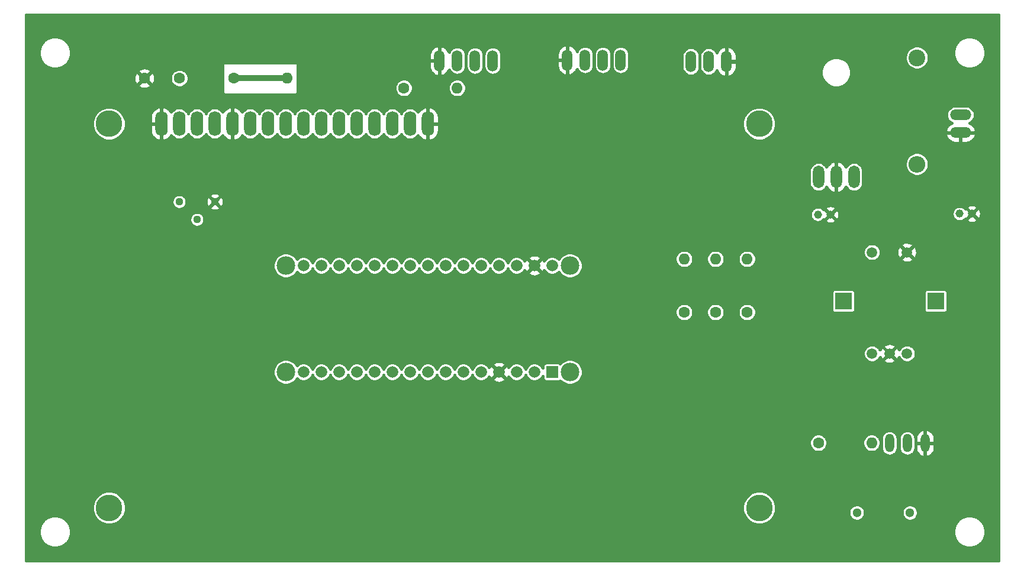
<source format=gtl>
G04 #@! TF.GenerationSoftware,KiCad,Pcbnew,5.1.5-52549c5~84~ubuntu18.04.1*
G04 #@! TF.CreationDate,2020-03-20T23:57:41+01:00*
G04 #@! TF.ProjectId,REES,52454553-2e6b-4696-9361-645f70636258,rev?*
G04 #@! TF.SameCoordinates,Original*
G04 #@! TF.FileFunction,Copper,L1,Top*
G04 #@! TF.FilePolarity,Positive*
%FSLAX46Y46*%
G04 Gerber Fmt 4.6, Leading zero omitted, Abs format (unit mm)*
G04 Created by KiCad (PCBNEW 5.1.5-52549c5~84~ubuntu18.04.1) date 2020-03-20 23:57:41*
%MOMM*%
%LPD*%
G04 APERTURE LIST*
%ADD10C,2.667000*%
%ADD11C,1.665000*%
%ADD12R,1.665000X1.665000*%
%ADD13O,1.312800X2.625600*%
%ADD14C,1.168400*%
%ADD15O,1.516000X3.032000*%
%ADD16O,3.032000X1.516000*%
%ADD17R,2.400000X2.400000*%
%ADD18C,1.500000*%
%ADD19C,1.109600*%
%ADD20C,1.300000*%
%ADD21O,1.617600X3.235200*%
%ADD22C,3.810000*%
%ADD23O,1.778000X3.556000*%
%ADD24C,2.400000*%
%ADD25O,2.400000X2.400000*%
%ADD26C,1.600000*%
%ADD27O,1.600000X1.600000*%
%ADD28C,0.812800*%
%ADD29C,0.406400*%
G04 APERTURE END LIST*
D10*
X156756100Y-101828600D03*
X116116100Y-101828600D03*
X116116100Y-117068600D03*
X156756100Y-117068600D03*
D11*
X118656100Y-101828600D03*
X121196100Y-101828600D03*
X123736100Y-101828600D03*
X126276100Y-101828600D03*
X128816100Y-101828600D03*
X131356100Y-101828600D03*
X133896100Y-101828600D03*
X136436100Y-101828600D03*
X138976100Y-101828600D03*
X141516100Y-101828600D03*
X144056100Y-101828600D03*
X146596100Y-101828600D03*
X149136100Y-101828600D03*
X151676100Y-101828600D03*
X154216100Y-101828600D03*
X118656100Y-117068600D03*
X121196100Y-117068600D03*
X123736100Y-117068600D03*
X126276100Y-117068600D03*
X128816100Y-117068600D03*
X131356100Y-117068600D03*
X133896100Y-117068600D03*
X136436100Y-117068600D03*
X138976100Y-117068600D03*
X141516100Y-117068600D03*
X144056100Y-117068600D03*
X146596100Y-117068600D03*
X149136100Y-117068600D03*
X151676100Y-117068600D03*
D12*
X154216100Y-117068600D03*
D13*
X202476100Y-127228600D03*
X207556100Y-127228600D03*
X205016100Y-127228600D03*
D14*
X192222000Y-94500000D03*
X194000000Y-94500000D03*
X212511000Y-94400000D03*
X214289000Y-94400000D03*
D15*
X138090000Y-72500000D03*
X140630000Y-72500000D03*
X143170000Y-72500000D03*
X145710000Y-72500000D03*
X164010000Y-72400000D03*
X161470000Y-72400000D03*
X158930000Y-72400000D03*
X156390000Y-72400000D03*
X179140000Y-72600000D03*
X176600000Y-72600000D03*
X174060000Y-72600000D03*
D16*
X212636100Y-82778600D03*
X212636100Y-80238600D03*
D17*
X209076100Y-106908600D03*
X195876100Y-106908600D03*
D18*
X204976100Y-114408600D03*
X202476100Y-114408600D03*
X199976100Y-114408600D03*
X204976100Y-99908600D03*
X199976100Y-99908600D03*
D19*
X100876100Y-92684600D03*
X103416100Y-95224600D03*
X105956100Y-92684600D03*
D20*
X197800000Y-137200000D03*
X205400000Y-137200000D03*
D21*
X192316100Y-89128600D03*
X194856100Y-89128600D03*
X197396100Y-89128600D03*
D22*
X183841200Y-81501500D03*
X183851200Y-136501500D03*
X90841200Y-136501500D03*
X90831200Y-81511500D03*
D23*
X136428500Y-81501500D03*
X133888500Y-81501500D03*
X131348500Y-81501500D03*
X128808500Y-81501500D03*
X126268500Y-81501500D03*
X123728500Y-81501500D03*
X121188500Y-81501500D03*
X118648500Y-81501500D03*
X116108500Y-81501500D03*
X113568500Y-81501500D03*
X111028500Y-81501500D03*
X108488500Y-81501500D03*
X105948500Y-81501500D03*
X103408500Y-81501500D03*
X100868500Y-81501500D03*
X98328500Y-81501500D03*
D24*
X206400000Y-72060000D03*
D25*
X206400000Y-87300000D03*
D26*
X95900000Y-75000000D03*
X100900000Y-75000000D03*
X133000000Y-76400000D03*
D27*
X140620000Y-76400000D03*
X199920000Y-127200000D03*
D26*
X192300000Y-127200000D03*
X177584100Y-108500000D03*
D27*
X177584100Y-100880000D03*
X173100000Y-100880000D03*
D26*
X173100000Y-108500000D03*
X182100000Y-108500000D03*
D27*
X182100000Y-100880000D03*
D26*
X108700000Y-75000000D03*
D27*
X116320000Y-75000000D03*
D28*
X108700000Y-75000000D02*
X116320000Y-75000000D01*
D29*
G36*
X218071700Y-144094200D02*
G01*
X78930500Y-144094200D01*
X78930500Y-139701282D01*
X80788100Y-139701282D01*
X80788100Y-140155918D01*
X80876796Y-140601819D01*
X81050777Y-141021848D01*
X81303360Y-141399864D01*
X81624836Y-141721340D01*
X82002852Y-141973923D01*
X82422881Y-142147904D01*
X82868782Y-142236600D01*
X83323418Y-142236600D01*
X83769319Y-142147904D01*
X84189348Y-141973923D01*
X84567364Y-141721340D01*
X84888840Y-141399864D01*
X85141423Y-141021848D01*
X85315404Y-140601819D01*
X85404100Y-140155918D01*
X85404100Y-139701282D01*
X211598100Y-139701282D01*
X211598100Y-140155918D01*
X211686796Y-140601819D01*
X211860777Y-141021848D01*
X212113360Y-141399864D01*
X212434836Y-141721340D01*
X212812852Y-141973923D01*
X213232881Y-142147904D01*
X213678782Y-142236600D01*
X214133418Y-142236600D01*
X214579319Y-142147904D01*
X214999348Y-141973923D01*
X215377364Y-141721340D01*
X215698840Y-141399864D01*
X215951423Y-141021848D01*
X216125404Y-140601819D01*
X216214100Y-140155918D01*
X216214100Y-139701282D01*
X216125404Y-139255381D01*
X215951423Y-138835352D01*
X215698840Y-138457336D01*
X215377364Y-138135860D01*
X214999348Y-137883277D01*
X214579319Y-137709296D01*
X214133418Y-137620600D01*
X213678782Y-137620600D01*
X213232881Y-137709296D01*
X212812852Y-137883277D01*
X212434836Y-138135860D01*
X212113360Y-138457336D01*
X211860777Y-138835352D01*
X211686796Y-139255381D01*
X211598100Y-139701282D01*
X85404100Y-139701282D01*
X85315404Y-139255381D01*
X85141423Y-138835352D01*
X84888840Y-138457336D01*
X84567364Y-138135860D01*
X84189348Y-137883277D01*
X83769319Y-137709296D01*
X83323418Y-137620600D01*
X82868782Y-137620600D01*
X82422881Y-137709296D01*
X82002852Y-137883277D01*
X81624836Y-138135860D01*
X81303360Y-138457336D01*
X81050777Y-138835352D01*
X80876796Y-139255381D01*
X80788100Y-139701282D01*
X78930500Y-139701282D01*
X78930500Y-136263840D01*
X88428200Y-136263840D01*
X88428200Y-136739160D01*
X88520931Y-137205346D01*
X88702828Y-137644484D01*
X88966901Y-138039698D01*
X89303002Y-138375799D01*
X89698216Y-138639872D01*
X90137354Y-138821769D01*
X90603540Y-138914500D01*
X91078860Y-138914500D01*
X91545046Y-138821769D01*
X91984184Y-138639872D01*
X92379398Y-138375799D01*
X92715499Y-138039698D01*
X92979572Y-137644484D01*
X93161469Y-137205346D01*
X93254200Y-136739160D01*
X93254200Y-136263840D01*
X181438200Y-136263840D01*
X181438200Y-136739160D01*
X181530931Y-137205346D01*
X181712828Y-137644484D01*
X181976901Y-138039698D01*
X182313002Y-138375799D01*
X182708216Y-138639872D01*
X183147354Y-138821769D01*
X183613540Y-138914500D01*
X184088860Y-138914500D01*
X184555046Y-138821769D01*
X184994184Y-138639872D01*
X185389398Y-138375799D01*
X185725499Y-138039698D01*
X185989572Y-137644484D01*
X186171469Y-137205346D01*
X186195219Y-137085947D01*
X196642000Y-137085947D01*
X196642000Y-137314053D01*
X196686501Y-137537776D01*
X196773794Y-137748519D01*
X196900523Y-137938182D01*
X197061818Y-138099477D01*
X197251481Y-138226206D01*
X197462224Y-138313499D01*
X197685947Y-138358000D01*
X197914053Y-138358000D01*
X198137776Y-138313499D01*
X198348519Y-138226206D01*
X198538182Y-138099477D01*
X198699477Y-137938182D01*
X198826206Y-137748519D01*
X198913499Y-137537776D01*
X198958000Y-137314053D01*
X198958000Y-137085947D01*
X204242000Y-137085947D01*
X204242000Y-137314053D01*
X204286501Y-137537776D01*
X204373794Y-137748519D01*
X204500523Y-137938182D01*
X204661818Y-138099477D01*
X204851481Y-138226206D01*
X205062224Y-138313499D01*
X205285947Y-138358000D01*
X205514053Y-138358000D01*
X205737776Y-138313499D01*
X205948519Y-138226206D01*
X206138182Y-138099477D01*
X206299477Y-137938182D01*
X206426206Y-137748519D01*
X206513499Y-137537776D01*
X206558000Y-137314053D01*
X206558000Y-137085947D01*
X206513499Y-136862224D01*
X206426206Y-136651481D01*
X206299477Y-136461818D01*
X206138182Y-136300523D01*
X205948519Y-136173794D01*
X205737776Y-136086501D01*
X205514053Y-136042000D01*
X205285947Y-136042000D01*
X205062224Y-136086501D01*
X204851481Y-136173794D01*
X204661818Y-136300523D01*
X204500523Y-136461818D01*
X204373794Y-136651481D01*
X204286501Y-136862224D01*
X204242000Y-137085947D01*
X198958000Y-137085947D01*
X198913499Y-136862224D01*
X198826206Y-136651481D01*
X198699477Y-136461818D01*
X198538182Y-136300523D01*
X198348519Y-136173794D01*
X198137776Y-136086501D01*
X197914053Y-136042000D01*
X197685947Y-136042000D01*
X197462224Y-136086501D01*
X197251481Y-136173794D01*
X197061818Y-136300523D01*
X196900523Y-136461818D01*
X196773794Y-136651481D01*
X196686501Y-136862224D01*
X196642000Y-137085947D01*
X186195219Y-137085947D01*
X186264200Y-136739160D01*
X186264200Y-136263840D01*
X186171469Y-135797654D01*
X185989572Y-135358516D01*
X185725499Y-134963302D01*
X185389398Y-134627201D01*
X184994184Y-134363128D01*
X184555046Y-134181231D01*
X184088860Y-134088500D01*
X183613540Y-134088500D01*
X183147354Y-134181231D01*
X182708216Y-134363128D01*
X182313002Y-134627201D01*
X181976901Y-134963302D01*
X181712828Y-135358516D01*
X181530931Y-135797654D01*
X181438200Y-136263840D01*
X93254200Y-136263840D01*
X93161469Y-135797654D01*
X92979572Y-135358516D01*
X92715499Y-134963302D01*
X92379398Y-134627201D01*
X91984184Y-134363128D01*
X91545046Y-134181231D01*
X91078860Y-134088500D01*
X90603540Y-134088500D01*
X90137354Y-134181231D01*
X89698216Y-134363128D01*
X89303002Y-134627201D01*
X88966901Y-134963302D01*
X88702828Y-135358516D01*
X88520931Y-135797654D01*
X88428200Y-136263840D01*
X78930500Y-136263840D01*
X78930500Y-127071173D01*
X190992000Y-127071173D01*
X190992000Y-127328827D01*
X191042266Y-127581530D01*
X191140865Y-127819570D01*
X191284010Y-128033801D01*
X191466199Y-128215990D01*
X191680430Y-128359135D01*
X191918470Y-128457734D01*
X192171173Y-128508000D01*
X192428827Y-128508000D01*
X192681530Y-128457734D01*
X192919570Y-128359135D01*
X193133801Y-128215990D01*
X193315990Y-128033801D01*
X193459135Y-127819570D01*
X193557734Y-127581530D01*
X193608000Y-127328827D01*
X193608000Y-127071173D01*
X198612000Y-127071173D01*
X198612000Y-127328827D01*
X198662266Y-127581530D01*
X198760865Y-127819570D01*
X198904010Y-128033801D01*
X199086199Y-128215990D01*
X199300430Y-128359135D01*
X199538470Y-128457734D01*
X199791173Y-128508000D01*
X200048827Y-128508000D01*
X200301530Y-128457734D01*
X200539570Y-128359135D01*
X200753801Y-128215990D01*
X200935990Y-128033801D01*
X201079135Y-127819570D01*
X201177734Y-127581530D01*
X201228000Y-127328827D01*
X201228000Y-127071173D01*
X201177734Y-126818470D01*
X201079135Y-126580430D01*
X201035414Y-126514997D01*
X201311700Y-126514997D01*
X201311700Y-127942202D01*
X201328548Y-128113261D01*
X201395130Y-128332752D01*
X201503252Y-128535035D01*
X201648761Y-128712339D01*
X201826064Y-128857848D01*
X202028347Y-128965970D01*
X202247838Y-129032552D01*
X202476100Y-129055034D01*
X202704361Y-129032552D01*
X202923852Y-128965970D01*
X203126135Y-128857848D01*
X203303439Y-128712339D01*
X203448948Y-128535036D01*
X203557070Y-128332753D01*
X203623652Y-128113262D01*
X203640500Y-127942203D01*
X203640500Y-126514997D01*
X203851700Y-126514997D01*
X203851700Y-127942202D01*
X203868548Y-128113261D01*
X203935130Y-128332752D01*
X204043252Y-128535035D01*
X204188761Y-128712339D01*
X204366064Y-128857848D01*
X204568347Y-128965970D01*
X204787838Y-129032552D01*
X205016100Y-129055034D01*
X205244361Y-129032552D01*
X205463852Y-128965970D01*
X205666135Y-128857848D01*
X205843439Y-128712339D01*
X205988948Y-128535036D01*
X206097070Y-128332753D01*
X206163652Y-128113262D01*
X206180500Y-127942203D01*
X206180500Y-127279400D01*
X206188500Y-127279400D01*
X206188500Y-127935800D01*
X206224689Y-128201629D01*
X206312043Y-128455290D01*
X206447205Y-128687036D01*
X206624982Y-128887960D01*
X206838541Y-129050341D01*
X207079675Y-129167938D01*
X207292133Y-129226883D01*
X207505300Y-129073715D01*
X207505300Y-127279400D01*
X207606900Y-127279400D01*
X207606900Y-129073715D01*
X207820067Y-129226883D01*
X208032525Y-129167938D01*
X208273659Y-129050341D01*
X208487218Y-128887960D01*
X208664995Y-128687036D01*
X208800157Y-128455290D01*
X208887511Y-128201629D01*
X208923700Y-127935800D01*
X208923700Y-127279400D01*
X207606900Y-127279400D01*
X207505300Y-127279400D01*
X206188500Y-127279400D01*
X206180500Y-127279400D01*
X206180500Y-126521400D01*
X206188500Y-126521400D01*
X206188500Y-127177800D01*
X207505300Y-127177800D01*
X207505300Y-125383485D01*
X207606900Y-125383485D01*
X207606900Y-127177800D01*
X208923700Y-127177800D01*
X208923700Y-126521400D01*
X208887511Y-126255571D01*
X208800157Y-126001910D01*
X208664995Y-125770164D01*
X208487218Y-125569240D01*
X208273659Y-125406859D01*
X208032525Y-125289262D01*
X207820067Y-125230317D01*
X207606900Y-125383485D01*
X207505300Y-125383485D01*
X207292133Y-125230317D01*
X207079675Y-125289262D01*
X206838541Y-125406859D01*
X206624982Y-125569240D01*
X206447205Y-125770164D01*
X206312043Y-126001910D01*
X206224689Y-126255571D01*
X206188500Y-126521400D01*
X206180500Y-126521400D01*
X206180500Y-126514997D01*
X206163652Y-126343938D01*
X206097070Y-126124447D01*
X205988948Y-125922164D01*
X205843439Y-125744861D01*
X205666136Y-125599352D01*
X205463853Y-125491230D01*
X205244362Y-125424648D01*
X205016100Y-125402166D01*
X204787839Y-125424648D01*
X204568348Y-125491230D01*
X204366065Y-125599352D01*
X204188762Y-125744861D01*
X204043253Y-125922164D01*
X203935130Y-126124447D01*
X203868548Y-126343938D01*
X203851700Y-126514997D01*
X203640500Y-126514997D01*
X203623652Y-126343938D01*
X203557070Y-126124447D01*
X203448948Y-125922164D01*
X203303439Y-125744861D01*
X203126136Y-125599352D01*
X202923853Y-125491230D01*
X202704362Y-125424648D01*
X202476100Y-125402166D01*
X202247839Y-125424648D01*
X202028348Y-125491230D01*
X201826065Y-125599352D01*
X201648762Y-125744861D01*
X201503253Y-125922164D01*
X201395130Y-126124447D01*
X201328548Y-126343938D01*
X201311700Y-126514997D01*
X201035414Y-126514997D01*
X200935990Y-126366199D01*
X200753801Y-126184010D01*
X200539570Y-126040865D01*
X200301530Y-125942266D01*
X200048827Y-125892000D01*
X199791173Y-125892000D01*
X199538470Y-125942266D01*
X199300430Y-126040865D01*
X199086199Y-126184010D01*
X198904010Y-126366199D01*
X198760865Y-126580430D01*
X198662266Y-126818470D01*
X198612000Y-127071173D01*
X193608000Y-127071173D01*
X193557734Y-126818470D01*
X193459135Y-126580430D01*
X193315990Y-126366199D01*
X193133801Y-126184010D01*
X192919570Y-126040865D01*
X192681530Y-125942266D01*
X192428827Y-125892000D01*
X192171173Y-125892000D01*
X191918470Y-125942266D01*
X191680430Y-126040865D01*
X191466199Y-126184010D01*
X191284010Y-126366199D01*
X191140865Y-126580430D01*
X191042266Y-126818470D01*
X190992000Y-127071173D01*
X78930500Y-127071173D01*
X78930500Y-116887228D01*
X114274600Y-116887228D01*
X114274600Y-117249972D01*
X114345368Y-117605746D01*
X114484184Y-117940877D01*
X114685714Y-118242488D01*
X114942212Y-118498986D01*
X115243823Y-118700516D01*
X115578954Y-118839332D01*
X115934728Y-118910100D01*
X116297472Y-118910100D01*
X116653246Y-118839332D01*
X116988377Y-118700516D01*
X117289988Y-118498986D01*
X117546486Y-118242488D01*
X117701796Y-118010049D01*
X117801581Y-118109834D01*
X118021135Y-118256536D01*
X118265091Y-118357585D01*
X118524072Y-118409100D01*
X118788128Y-118409100D01*
X119047109Y-118357585D01*
X119291065Y-118256536D01*
X119510619Y-118109834D01*
X119697334Y-117923119D01*
X119844036Y-117703565D01*
X119926100Y-117505443D01*
X120008164Y-117703565D01*
X120154866Y-117923119D01*
X120341581Y-118109834D01*
X120561135Y-118256536D01*
X120805091Y-118357585D01*
X121064072Y-118409100D01*
X121328128Y-118409100D01*
X121587109Y-118357585D01*
X121831065Y-118256536D01*
X122050619Y-118109834D01*
X122237334Y-117923119D01*
X122384036Y-117703565D01*
X122466100Y-117505443D01*
X122548164Y-117703565D01*
X122694866Y-117923119D01*
X122881581Y-118109834D01*
X123101135Y-118256536D01*
X123345091Y-118357585D01*
X123604072Y-118409100D01*
X123868128Y-118409100D01*
X124127109Y-118357585D01*
X124371065Y-118256536D01*
X124590619Y-118109834D01*
X124777334Y-117923119D01*
X124924036Y-117703565D01*
X125006100Y-117505443D01*
X125088164Y-117703565D01*
X125234866Y-117923119D01*
X125421581Y-118109834D01*
X125641135Y-118256536D01*
X125885091Y-118357585D01*
X126144072Y-118409100D01*
X126408128Y-118409100D01*
X126667109Y-118357585D01*
X126911065Y-118256536D01*
X127130619Y-118109834D01*
X127317334Y-117923119D01*
X127464036Y-117703565D01*
X127546100Y-117505443D01*
X127628164Y-117703565D01*
X127774866Y-117923119D01*
X127961581Y-118109834D01*
X128181135Y-118256536D01*
X128425091Y-118357585D01*
X128684072Y-118409100D01*
X128948128Y-118409100D01*
X129207109Y-118357585D01*
X129451065Y-118256536D01*
X129670619Y-118109834D01*
X129857334Y-117923119D01*
X130004036Y-117703565D01*
X130086100Y-117505443D01*
X130168164Y-117703565D01*
X130314866Y-117923119D01*
X130501581Y-118109834D01*
X130721135Y-118256536D01*
X130965091Y-118357585D01*
X131224072Y-118409100D01*
X131488128Y-118409100D01*
X131747109Y-118357585D01*
X131991065Y-118256536D01*
X132210619Y-118109834D01*
X132397334Y-117923119D01*
X132544036Y-117703565D01*
X132626100Y-117505443D01*
X132708164Y-117703565D01*
X132854866Y-117923119D01*
X133041581Y-118109834D01*
X133261135Y-118256536D01*
X133505091Y-118357585D01*
X133764072Y-118409100D01*
X134028128Y-118409100D01*
X134287109Y-118357585D01*
X134531065Y-118256536D01*
X134750619Y-118109834D01*
X134937334Y-117923119D01*
X135084036Y-117703565D01*
X135166100Y-117505443D01*
X135248164Y-117703565D01*
X135394866Y-117923119D01*
X135581581Y-118109834D01*
X135801135Y-118256536D01*
X136045091Y-118357585D01*
X136304072Y-118409100D01*
X136568128Y-118409100D01*
X136827109Y-118357585D01*
X137071065Y-118256536D01*
X137290619Y-118109834D01*
X137477334Y-117923119D01*
X137624036Y-117703565D01*
X137706100Y-117505443D01*
X137788164Y-117703565D01*
X137934866Y-117923119D01*
X138121581Y-118109834D01*
X138341135Y-118256536D01*
X138585091Y-118357585D01*
X138844072Y-118409100D01*
X139108128Y-118409100D01*
X139367109Y-118357585D01*
X139611065Y-118256536D01*
X139830619Y-118109834D01*
X140017334Y-117923119D01*
X140164036Y-117703565D01*
X140246100Y-117505443D01*
X140328164Y-117703565D01*
X140474866Y-117923119D01*
X140661581Y-118109834D01*
X140881135Y-118256536D01*
X141125091Y-118357585D01*
X141384072Y-118409100D01*
X141648128Y-118409100D01*
X141907109Y-118357585D01*
X142151065Y-118256536D01*
X142370619Y-118109834D01*
X142557334Y-117923119D01*
X142704036Y-117703565D01*
X142786100Y-117505443D01*
X142868164Y-117703565D01*
X143014866Y-117923119D01*
X143201581Y-118109834D01*
X143421135Y-118256536D01*
X143665091Y-118357585D01*
X143924072Y-118409100D01*
X144188128Y-118409100D01*
X144447109Y-118357585D01*
X144691065Y-118256536D01*
X144910619Y-118109834D01*
X144945478Y-118074975D01*
X145661567Y-118074975D01*
X145725933Y-118352709D01*
X145993171Y-118497796D01*
X146283578Y-118587961D01*
X146585996Y-118619737D01*
X146888802Y-118591904D01*
X147180359Y-118505531D01*
X147449464Y-118363937D01*
X147466267Y-118352709D01*
X147530633Y-118074975D01*
X146596100Y-117140442D01*
X145661567Y-118074975D01*
X144945478Y-118074975D01*
X145097334Y-117923119D01*
X145211483Y-117752284D01*
X145300763Y-117921964D01*
X145311991Y-117938767D01*
X145589725Y-118003133D01*
X146524258Y-117068600D01*
X146667942Y-117068600D01*
X147602475Y-118003133D01*
X147880209Y-117938767D01*
X147981123Y-117752892D01*
X148094866Y-117923119D01*
X148281581Y-118109834D01*
X148501135Y-118256536D01*
X148745091Y-118357585D01*
X149004072Y-118409100D01*
X149268128Y-118409100D01*
X149527109Y-118357585D01*
X149771065Y-118256536D01*
X149990619Y-118109834D01*
X150177334Y-117923119D01*
X150324036Y-117703565D01*
X150406100Y-117505443D01*
X150488164Y-117703565D01*
X150634866Y-117923119D01*
X150821581Y-118109834D01*
X151041135Y-118256536D01*
X151285091Y-118357585D01*
X151544072Y-118409100D01*
X151808128Y-118409100D01*
X152067109Y-118357585D01*
X152311065Y-118256536D01*
X152530619Y-118109834D01*
X152717334Y-117923119D01*
X152864036Y-117703565D01*
X152873143Y-117681579D01*
X152873143Y-117901100D01*
X152882951Y-118000685D01*
X152911999Y-118096443D01*
X152959171Y-118184695D01*
X153022652Y-118262048D01*
X153100005Y-118325529D01*
X153188257Y-118372701D01*
X153284015Y-118401749D01*
X153383600Y-118411557D01*
X155048600Y-118411557D01*
X155148185Y-118401749D01*
X155243943Y-118372701D01*
X155332195Y-118325529D01*
X155374246Y-118291020D01*
X155582212Y-118498986D01*
X155883823Y-118700516D01*
X156218954Y-118839332D01*
X156574728Y-118910100D01*
X156937472Y-118910100D01*
X157293246Y-118839332D01*
X157628377Y-118700516D01*
X157929988Y-118498986D01*
X158186486Y-118242488D01*
X158388016Y-117940877D01*
X158526832Y-117605746D01*
X158597600Y-117249972D01*
X158597600Y-116887228D01*
X158526832Y-116531454D01*
X158388016Y-116196323D01*
X158186486Y-115894712D01*
X157929988Y-115638214D01*
X157628377Y-115436684D01*
X157293246Y-115297868D01*
X156937472Y-115227100D01*
X156574728Y-115227100D01*
X156218954Y-115297868D01*
X155883823Y-115436684D01*
X155582212Y-115638214D01*
X155374246Y-115846180D01*
X155332195Y-115811671D01*
X155243943Y-115764499D01*
X155148185Y-115735451D01*
X155048600Y-115725643D01*
X153383600Y-115725643D01*
X153284015Y-115735451D01*
X153188257Y-115764499D01*
X153100005Y-115811671D01*
X153022652Y-115875152D01*
X152959171Y-115952505D01*
X152911999Y-116040757D01*
X152882951Y-116136515D01*
X152873143Y-116236100D01*
X152873143Y-116455621D01*
X152864036Y-116433635D01*
X152717334Y-116214081D01*
X152530619Y-116027366D01*
X152311065Y-115880664D01*
X152067109Y-115779615D01*
X151808128Y-115728100D01*
X151544072Y-115728100D01*
X151285091Y-115779615D01*
X151041135Y-115880664D01*
X150821581Y-116027366D01*
X150634866Y-116214081D01*
X150488164Y-116433635D01*
X150406100Y-116631757D01*
X150324036Y-116433635D01*
X150177334Y-116214081D01*
X149990619Y-116027366D01*
X149771065Y-115880664D01*
X149527109Y-115779615D01*
X149268128Y-115728100D01*
X149004072Y-115728100D01*
X148745091Y-115779615D01*
X148501135Y-115880664D01*
X148281581Y-116027366D01*
X148094866Y-116214081D01*
X147980717Y-116384916D01*
X147891437Y-116215236D01*
X147880209Y-116198433D01*
X147602475Y-116134067D01*
X146667942Y-117068600D01*
X146524258Y-117068600D01*
X145589725Y-116134067D01*
X145311991Y-116198433D01*
X145211077Y-116384308D01*
X145097334Y-116214081D01*
X144945478Y-116062225D01*
X145661567Y-116062225D01*
X146596100Y-116996758D01*
X147530633Y-116062225D01*
X147466267Y-115784491D01*
X147199029Y-115639404D01*
X146908622Y-115549239D01*
X146606204Y-115517463D01*
X146303398Y-115545296D01*
X146011841Y-115631669D01*
X145742736Y-115773263D01*
X145725933Y-115784491D01*
X145661567Y-116062225D01*
X144945478Y-116062225D01*
X144910619Y-116027366D01*
X144691065Y-115880664D01*
X144447109Y-115779615D01*
X144188128Y-115728100D01*
X143924072Y-115728100D01*
X143665091Y-115779615D01*
X143421135Y-115880664D01*
X143201581Y-116027366D01*
X143014866Y-116214081D01*
X142868164Y-116433635D01*
X142786100Y-116631757D01*
X142704036Y-116433635D01*
X142557334Y-116214081D01*
X142370619Y-116027366D01*
X142151065Y-115880664D01*
X141907109Y-115779615D01*
X141648128Y-115728100D01*
X141384072Y-115728100D01*
X141125091Y-115779615D01*
X140881135Y-115880664D01*
X140661581Y-116027366D01*
X140474866Y-116214081D01*
X140328164Y-116433635D01*
X140246100Y-116631757D01*
X140164036Y-116433635D01*
X140017334Y-116214081D01*
X139830619Y-116027366D01*
X139611065Y-115880664D01*
X139367109Y-115779615D01*
X139108128Y-115728100D01*
X138844072Y-115728100D01*
X138585091Y-115779615D01*
X138341135Y-115880664D01*
X138121581Y-116027366D01*
X137934866Y-116214081D01*
X137788164Y-116433635D01*
X137706100Y-116631757D01*
X137624036Y-116433635D01*
X137477334Y-116214081D01*
X137290619Y-116027366D01*
X137071065Y-115880664D01*
X136827109Y-115779615D01*
X136568128Y-115728100D01*
X136304072Y-115728100D01*
X136045091Y-115779615D01*
X135801135Y-115880664D01*
X135581581Y-116027366D01*
X135394866Y-116214081D01*
X135248164Y-116433635D01*
X135166100Y-116631757D01*
X135084036Y-116433635D01*
X134937334Y-116214081D01*
X134750619Y-116027366D01*
X134531065Y-115880664D01*
X134287109Y-115779615D01*
X134028128Y-115728100D01*
X133764072Y-115728100D01*
X133505091Y-115779615D01*
X133261135Y-115880664D01*
X133041581Y-116027366D01*
X132854866Y-116214081D01*
X132708164Y-116433635D01*
X132626100Y-116631757D01*
X132544036Y-116433635D01*
X132397334Y-116214081D01*
X132210619Y-116027366D01*
X131991065Y-115880664D01*
X131747109Y-115779615D01*
X131488128Y-115728100D01*
X131224072Y-115728100D01*
X130965091Y-115779615D01*
X130721135Y-115880664D01*
X130501581Y-116027366D01*
X130314866Y-116214081D01*
X130168164Y-116433635D01*
X130086100Y-116631757D01*
X130004036Y-116433635D01*
X129857334Y-116214081D01*
X129670619Y-116027366D01*
X129451065Y-115880664D01*
X129207109Y-115779615D01*
X128948128Y-115728100D01*
X128684072Y-115728100D01*
X128425091Y-115779615D01*
X128181135Y-115880664D01*
X127961581Y-116027366D01*
X127774866Y-116214081D01*
X127628164Y-116433635D01*
X127546100Y-116631757D01*
X127464036Y-116433635D01*
X127317334Y-116214081D01*
X127130619Y-116027366D01*
X126911065Y-115880664D01*
X126667109Y-115779615D01*
X126408128Y-115728100D01*
X126144072Y-115728100D01*
X125885091Y-115779615D01*
X125641135Y-115880664D01*
X125421581Y-116027366D01*
X125234866Y-116214081D01*
X125088164Y-116433635D01*
X125006100Y-116631757D01*
X124924036Y-116433635D01*
X124777334Y-116214081D01*
X124590619Y-116027366D01*
X124371065Y-115880664D01*
X124127109Y-115779615D01*
X123868128Y-115728100D01*
X123604072Y-115728100D01*
X123345091Y-115779615D01*
X123101135Y-115880664D01*
X122881581Y-116027366D01*
X122694866Y-116214081D01*
X122548164Y-116433635D01*
X122466100Y-116631757D01*
X122384036Y-116433635D01*
X122237334Y-116214081D01*
X122050619Y-116027366D01*
X121831065Y-115880664D01*
X121587109Y-115779615D01*
X121328128Y-115728100D01*
X121064072Y-115728100D01*
X120805091Y-115779615D01*
X120561135Y-115880664D01*
X120341581Y-116027366D01*
X120154866Y-116214081D01*
X120008164Y-116433635D01*
X119926100Y-116631757D01*
X119844036Y-116433635D01*
X119697334Y-116214081D01*
X119510619Y-116027366D01*
X119291065Y-115880664D01*
X119047109Y-115779615D01*
X118788128Y-115728100D01*
X118524072Y-115728100D01*
X118265091Y-115779615D01*
X118021135Y-115880664D01*
X117801581Y-116027366D01*
X117701796Y-116127151D01*
X117546486Y-115894712D01*
X117289988Y-115638214D01*
X116988377Y-115436684D01*
X116653246Y-115297868D01*
X116297472Y-115227100D01*
X115934728Y-115227100D01*
X115578954Y-115297868D01*
X115243823Y-115436684D01*
X114942212Y-115638214D01*
X114685714Y-115894712D01*
X114484184Y-116196323D01*
X114345368Y-116531454D01*
X114274600Y-116887228D01*
X78930500Y-116887228D01*
X78930500Y-114284698D01*
X198718100Y-114284698D01*
X198718100Y-114532502D01*
X198766444Y-114775545D01*
X198861275Y-115004486D01*
X198998948Y-115210528D01*
X199174172Y-115385752D01*
X199380214Y-115523425D01*
X199609155Y-115618256D01*
X199852198Y-115666600D01*
X200100002Y-115666600D01*
X200343045Y-115618256D01*
X200571986Y-115523425D01*
X200778028Y-115385752D01*
X200807466Y-115356314D01*
X201600228Y-115356314D01*
X201654687Y-115625604D01*
X201907896Y-115762469D01*
X202182941Y-115847306D01*
X202469251Y-115876855D01*
X202755825Y-115849978D01*
X203031649Y-115767711D01*
X203286124Y-115633213D01*
X203297513Y-115625604D01*
X203351972Y-115356314D01*
X202476100Y-114480442D01*
X201600228Y-115356314D01*
X200807466Y-115356314D01*
X200953252Y-115210528D01*
X201090925Y-115004486D01*
X201113072Y-114951018D01*
X201116989Y-114964149D01*
X201251487Y-115218624D01*
X201259096Y-115230013D01*
X201528386Y-115284472D01*
X202404258Y-114408600D01*
X202547942Y-114408600D01*
X203423814Y-115284472D01*
X203693104Y-115230013D01*
X203829969Y-114976804D01*
X203838437Y-114949350D01*
X203861275Y-115004486D01*
X203998948Y-115210528D01*
X204174172Y-115385752D01*
X204380214Y-115523425D01*
X204609155Y-115618256D01*
X204852198Y-115666600D01*
X205100002Y-115666600D01*
X205343045Y-115618256D01*
X205571986Y-115523425D01*
X205778028Y-115385752D01*
X205953252Y-115210528D01*
X206090925Y-115004486D01*
X206185756Y-114775545D01*
X206234100Y-114532502D01*
X206234100Y-114284698D01*
X206185756Y-114041655D01*
X206090925Y-113812714D01*
X205953252Y-113606672D01*
X205778028Y-113431448D01*
X205571986Y-113293775D01*
X205343045Y-113198944D01*
X205100002Y-113150600D01*
X204852198Y-113150600D01*
X204609155Y-113198944D01*
X204380214Y-113293775D01*
X204174172Y-113431448D01*
X203998948Y-113606672D01*
X203861275Y-113812714D01*
X203839128Y-113866182D01*
X203835211Y-113853051D01*
X203700713Y-113598576D01*
X203693104Y-113587187D01*
X203423814Y-113532728D01*
X202547942Y-114408600D01*
X202404258Y-114408600D01*
X201528386Y-113532728D01*
X201259096Y-113587187D01*
X201122231Y-113840396D01*
X201113763Y-113867850D01*
X201090925Y-113812714D01*
X200953252Y-113606672D01*
X200807466Y-113460886D01*
X201600228Y-113460886D01*
X202476100Y-114336758D01*
X203351972Y-113460886D01*
X203297513Y-113191596D01*
X203044304Y-113054731D01*
X202769259Y-112969894D01*
X202482949Y-112940345D01*
X202196375Y-112967222D01*
X201920551Y-113049489D01*
X201666076Y-113183987D01*
X201654687Y-113191596D01*
X201600228Y-113460886D01*
X200807466Y-113460886D01*
X200778028Y-113431448D01*
X200571986Y-113293775D01*
X200343045Y-113198944D01*
X200100002Y-113150600D01*
X199852198Y-113150600D01*
X199609155Y-113198944D01*
X199380214Y-113293775D01*
X199174172Y-113431448D01*
X198998948Y-113606672D01*
X198861275Y-113812714D01*
X198766444Y-114041655D01*
X198718100Y-114284698D01*
X78930500Y-114284698D01*
X78930500Y-108371173D01*
X171792000Y-108371173D01*
X171792000Y-108628827D01*
X171842266Y-108881530D01*
X171940865Y-109119570D01*
X172084010Y-109333801D01*
X172266199Y-109515990D01*
X172480430Y-109659135D01*
X172718470Y-109757734D01*
X172971173Y-109808000D01*
X173228827Y-109808000D01*
X173481530Y-109757734D01*
X173719570Y-109659135D01*
X173933801Y-109515990D01*
X174115990Y-109333801D01*
X174259135Y-109119570D01*
X174357734Y-108881530D01*
X174408000Y-108628827D01*
X174408000Y-108371173D01*
X176276100Y-108371173D01*
X176276100Y-108628827D01*
X176326366Y-108881530D01*
X176424965Y-109119570D01*
X176568110Y-109333801D01*
X176750299Y-109515990D01*
X176964530Y-109659135D01*
X177202570Y-109757734D01*
X177455273Y-109808000D01*
X177712927Y-109808000D01*
X177965630Y-109757734D01*
X178203670Y-109659135D01*
X178417901Y-109515990D01*
X178600090Y-109333801D01*
X178743235Y-109119570D01*
X178841834Y-108881530D01*
X178892100Y-108628827D01*
X178892100Y-108371173D01*
X180792000Y-108371173D01*
X180792000Y-108628827D01*
X180842266Y-108881530D01*
X180940865Y-109119570D01*
X181084010Y-109333801D01*
X181266199Y-109515990D01*
X181480430Y-109659135D01*
X181718470Y-109757734D01*
X181971173Y-109808000D01*
X182228827Y-109808000D01*
X182481530Y-109757734D01*
X182719570Y-109659135D01*
X182933801Y-109515990D01*
X183115990Y-109333801D01*
X183259135Y-109119570D01*
X183357734Y-108881530D01*
X183408000Y-108628827D01*
X183408000Y-108371173D01*
X183357734Y-108118470D01*
X183259135Y-107880430D01*
X183115990Y-107666199D01*
X182933801Y-107484010D01*
X182719570Y-107340865D01*
X182481530Y-107242266D01*
X182228827Y-107192000D01*
X181971173Y-107192000D01*
X181718470Y-107242266D01*
X181480430Y-107340865D01*
X181266199Y-107484010D01*
X181084010Y-107666199D01*
X180940865Y-107880430D01*
X180842266Y-108118470D01*
X180792000Y-108371173D01*
X178892100Y-108371173D01*
X178841834Y-108118470D01*
X178743235Y-107880430D01*
X178600090Y-107666199D01*
X178417901Y-107484010D01*
X178203670Y-107340865D01*
X177965630Y-107242266D01*
X177712927Y-107192000D01*
X177455273Y-107192000D01*
X177202570Y-107242266D01*
X176964530Y-107340865D01*
X176750299Y-107484010D01*
X176568110Y-107666199D01*
X176424965Y-107880430D01*
X176326366Y-108118470D01*
X176276100Y-108371173D01*
X174408000Y-108371173D01*
X174357734Y-108118470D01*
X174259135Y-107880430D01*
X174115990Y-107666199D01*
X173933801Y-107484010D01*
X173719570Y-107340865D01*
X173481530Y-107242266D01*
X173228827Y-107192000D01*
X172971173Y-107192000D01*
X172718470Y-107242266D01*
X172480430Y-107340865D01*
X172266199Y-107484010D01*
X172084010Y-107666199D01*
X171940865Y-107880430D01*
X171842266Y-108118470D01*
X171792000Y-108371173D01*
X78930500Y-108371173D01*
X78930500Y-105708600D01*
X194165643Y-105708600D01*
X194165643Y-108108600D01*
X194175451Y-108208185D01*
X194204499Y-108303943D01*
X194251671Y-108392195D01*
X194315152Y-108469548D01*
X194392505Y-108533029D01*
X194480757Y-108580201D01*
X194576515Y-108609249D01*
X194676100Y-108619057D01*
X197076100Y-108619057D01*
X197175685Y-108609249D01*
X197271443Y-108580201D01*
X197359695Y-108533029D01*
X197437048Y-108469548D01*
X197500529Y-108392195D01*
X197547701Y-108303943D01*
X197576749Y-108208185D01*
X197586557Y-108108600D01*
X197586557Y-105708600D01*
X207365643Y-105708600D01*
X207365643Y-108108600D01*
X207375451Y-108208185D01*
X207404499Y-108303943D01*
X207451671Y-108392195D01*
X207515152Y-108469548D01*
X207592505Y-108533029D01*
X207680757Y-108580201D01*
X207776515Y-108609249D01*
X207876100Y-108619057D01*
X210276100Y-108619057D01*
X210375685Y-108609249D01*
X210471443Y-108580201D01*
X210559695Y-108533029D01*
X210637048Y-108469548D01*
X210700529Y-108392195D01*
X210747701Y-108303943D01*
X210776749Y-108208185D01*
X210786557Y-108108600D01*
X210786557Y-105708600D01*
X210776749Y-105609015D01*
X210747701Y-105513257D01*
X210700529Y-105425005D01*
X210637048Y-105347652D01*
X210559695Y-105284171D01*
X210471443Y-105236999D01*
X210375685Y-105207951D01*
X210276100Y-105198143D01*
X207876100Y-105198143D01*
X207776515Y-105207951D01*
X207680757Y-105236999D01*
X207592505Y-105284171D01*
X207515152Y-105347652D01*
X207451671Y-105425005D01*
X207404499Y-105513257D01*
X207375451Y-105609015D01*
X207365643Y-105708600D01*
X197586557Y-105708600D01*
X197576749Y-105609015D01*
X197547701Y-105513257D01*
X197500529Y-105425005D01*
X197437048Y-105347652D01*
X197359695Y-105284171D01*
X197271443Y-105236999D01*
X197175685Y-105207951D01*
X197076100Y-105198143D01*
X194676100Y-105198143D01*
X194576515Y-105207951D01*
X194480757Y-105236999D01*
X194392505Y-105284171D01*
X194315152Y-105347652D01*
X194251671Y-105425005D01*
X194204499Y-105513257D01*
X194175451Y-105609015D01*
X194165643Y-105708600D01*
X78930500Y-105708600D01*
X78930500Y-101647228D01*
X114274600Y-101647228D01*
X114274600Y-102009972D01*
X114345368Y-102365746D01*
X114484184Y-102700877D01*
X114685714Y-103002488D01*
X114942212Y-103258986D01*
X115243823Y-103460516D01*
X115578954Y-103599332D01*
X115934728Y-103670100D01*
X116297472Y-103670100D01*
X116653246Y-103599332D01*
X116988377Y-103460516D01*
X117289988Y-103258986D01*
X117546486Y-103002488D01*
X117701796Y-102770049D01*
X117801581Y-102869834D01*
X118021135Y-103016536D01*
X118265091Y-103117585D01*
X118524072Y-103169100D01*
X118788128Y-103169100D01*
X119047109Y-103117585D01*
X119291065Y-103016536D01*
X119510619Y-102869834D01*
X119697334Y-102683119D01*
X119844036Y-102463565D01*
X119926100Y-102265443D01*
X120008164Y-102463565D01*
X120154866Y-102683119D01*
X120341581Y-102869834D01*
X120561135Y-103016536D01*
X120805091Y-103117585D01*
X121064072Y-103169100D01*
X121328128Y-103169100D01*
X121587109Y-103117585D01*
X121831065Y-103016536D01*
X122050619Y-102869834D01*
X122237334Y-102683119D01*
X122384036Y-102463565D01*
X122466100Y-102265443D01*
X122548164Y-102463565D01*
X122694866Y-102683119D01*
X122881581Y-102869834D01*
X123101135Y-103016536D01*
X123345091Y-103117585D01*
X123604072Y-103169100D01*
X123868128Y-103169100D01*
X124127109Y-103117585D01*
X124371065Y-103016536D01*
X124590619Y-102869834D01*
X124777334Y-102683119D01*
X124924036Y-102463565D01*
X125006100Y-102265443D01*
X125088164Y-102463565D01*
X125234866Y-102683119D01*
X125421581Y-102869834D01*
X125641135Y-103016536D01*
X125885091Y-103117585D01*
X126144072Y-103169100D01*
X126408128Y-103169100D01*
X126667109Y-103117585D01*
X126911065Y-103016536D01*
X127130619Y-102869834D01*
X127317334Y-102683119D01*
X127464036Y-102463565D01*
X127546100Y-102265443D01*
X127628164Y-102463565D01*
X127774866Y-102683119D01*
X127961581Y-102869834D01*
X128181135Y-103016536D01*
X128425091Y-103117585D01*
X128684072Y-103169100D01*
X128948128Y-103169100D01*
X129207109Y-103117585D01*
X129451065Y-103016536D01*
X129670619Y-102869834D01*
X129857334Y-102683119D01*
X130004036Y-102463565D01*
X130086100Y-102265443D01*
X130168164Y-102463565D01*
X130314866Y-102683119D01*
X130501581Y-102869834D01*
X130721135Y-103016536D01*
X130965091Y-103117585D01*
X131224072Y-103169100D01*
X131488128Y-103169100D01*
X131747109Y-103117585D01*
X131991065Y-103016536D01*
X132210619Y-102869834D01*
X132397334Y-102683119D01*
X132544036Y-102463565D01*
X132626100Y-102265443D01*
X132708164Y-102463565D01*
X132854866Y-102683119D01*
X133041581Y-102869834D01*
X133261135Y-103016536D01*
X133505091Y-103117585D01*
X133764072Y-103169100D01*
X134028128Y-103169100D01*
X134287109Y-103117585D01*
X134531065Y-103016536D01*
X134750619Y-102869834D01*
X134937334Y-102683119D01*
X135084036Y-102463565D01*
X135166100Y-102265443D01*
X135248164Y-102463565D01*
X135394866Y-102683119D01*
X135581581Y-102869834D01*
X135801135Y-103016536D01*
X136045091Y-103117585D01*
X136304072Y-103169100D01*
X136568128Y-103169100D01*
X136827109Y-103117585D01*
X137071065Y-103016536D01*
X137290619Y-102869834D01*
X137477334Y-102683119D01*
X137624036Y-102463565D01*
X137706100Y-102265443D01*
X137788164Y-102463565D01*
X137934866Y-102683119D01*
X138121581Y-102869834D01*
X138341135Y-103016536D01*
X138585091Y-103117585D01*
X138844072Y-103169100D01*
X139108128Y-103169100D01*
X139367109Y-103117585D01*
X139611065Y-103016536D01*
X139830619Y-102869834D01*
X140017334Y-102683119D01*
X140164036Y-102463565D01*
X140246100Y-102265443D01*
X140328164Y-102463565D01*
X140474866Y-102683119D01*
X140661581Y-102869834D01*
X140881135Y-103016536D01*
X141125091Y-103117585D01*
X141384072Y-103169100D01*
X141648128Y-103169100D01*
X141907109Y-103117585D01*
X142151065Y-103016536D01*
X142370619Y-102869834D01*
X142557334Y-102683119D01*
X142704036Y-102463565D01*
X142786100Y-102265443D01*
X142868164Y-102463565D01*
X143014866Y-102683119D01*
X143201581Y-102869834D01*
X143421135Y-103016536D01*
X143665091Y-103117585D01*
X143924072Y-103169100D01*
X144188128Y-103169100D01*
X144447109Y-103117585D01*
X144691065Y-103016536D01*
X144910619Y-102869834D01*
X145097334Y-102683119D01*
X145244036Y-102463565D01*
X145326100Y-102265443D01*
X145408164Y-102463565D01*
X145554866Y-102683119D01*
X145741581Y-102869834D01*
X145961135Y-103016536D01*
X146205091Y-103117585D01*
X146464072Y-103169100D01*
X146728128Y-103169100D01*
X146987109Y-103117585D01*
X147231065Y-103016536D01*
X147450619Y-102869834D01*
X147637334Y-102683119D01*
X147784036Y-102463565D01*
X147866100Y-102265443D01*
X147948164Y-102463565D01*
X148094866Y-102683119D01*
X148281581Y-102869834D01*
X148501135Y-103016536D01*
X148745091Y-103117585D01*
X149004072Y-103169100D01*
X149268128Y-103169100D01*
X149527109Y-103117585D01*
X149771065Y-103016536D01*
X149990619Y-102869834D01*
X150025478Y-102834975D01*
X150741567Y-102834975D01*
X150805933Y-103112709D01*
X151073171Y-103257796D01*
X151363578Y-103347961D01*
X151665996Y-103379737D01*
X151968802Y-103351904D01*
X152260359Y-103265531D01*
X152529464Y-103123937D01*
X152546267Y-103112709D01*
X152610633Y-102834975D01*
X151676100Y-101900442D01*
X150741567Y-102834975D01*
X150025478Y-102834975D01*
X150177334Y-102683119D01*
X150291483Y-102512284D01*
X150380763Y-102681964D01*
X150391991Y-102698767D01*
X150669725Y-102763133D01*
X151604258Y-101828600D01*
X151747942Y-101828600D01*
X152682475Y-102763133D01*
X152960209Y-102698767D01*
X153061123Y-102512892D01*
X153174866Y-102683119D01*
X153361581Y-102869834D01*
X153581135Y-103016536D01*
X153825091Y-103117585D01*
X154084072Y-103169100D01*
X154348128Y-103169100D01*
X154607109Y-103117585D01*
X154851065Y-103016536D01*
X155070619Y-102869834D01*
X155170404Y-102770049D01*
X155325714Y-103002488D01*
X155582212Y-103258986D01*
X155883823Y-103460516D01*
X156218954Y-103599332D01*
X156574728Y-103670100D01*
X156937472Y-103670100D01*
X157293246Y-103599332D01*
X157628377Y-103460516D01*
X157929988Y-103258986D01*
X158186486Y-103002488D01*
X158388016Y-102700877D01*
X158526832Y-102365746D01*
X158597600Y-102009972D01*
X158597600Y-101647228D01*
X158526832Y-101291454D01*
X158388016Y-100956323D01*
X158250940Y-100751173D01*
X171792000Y-100751173D01*
X171792000Y-101008827D01*
X171842266Y-101261530D01*
X171940865Y-101499570D01*
X172084010Y-101713801D01*
X172266199Y-101895990D01*
X172480430Y-102039135D01*
X172718470Y-102137734D01*
X172971173Y-102188000D01*
X173228827Y-102188000D01*
X173481530Y-102137734D01*
X173719570Y-102039135D01*
X173933801Y-101895990D01*
X174115990Y-101713801D01*
X174259135Y-101499570D01*
X174357734Y-101261530D01*
X174408000Y-101008827D01*
X174408000Y-100751173D01*
X176276100Y-100751173D01*
X176276100Y-101008827D01*
X176326366Y-101261530D01*
X176424965Y-101499570D01*
X176568110Y-101713801D01*
X176750299Y-101895990D01*
X176964530Y-102039135D01*
X177202570Y-102137734D01*
X177455273Y-102188000D01*
X177712927Y-102188000D01*
X177965630Y-102137734D01*
X178203670Y-102039135D01*
X178417901Y-101895990D01*
X178600090Y-101713801D01*
X178743235Y-101499570D01*
X178841834Y-101261530D01*
X178892100Y-101008827D01*
X178892100Y-100751173D01*
X180792000Y-100751173D01*
X180792000Y-101008827D01*
X180842266Y-101261530D01*
X180940865Y-101499570D01*
X181084010Y-101713801D01*
X181266199Y-101895990D01*
X181480430Y-102039135D01*
X181718470Y-102137734D01*
X181971173Y-102188000D01*
X182228827Y-102188000D01*
X182481530Y-102137734D01*
X182719570Y-102039135D01*
X182933801Y-101895990D01*
X183115990Y-101713801D01*
X183259135Y-101499570D01*
X183357734Y-101261530D01*
X183408000Y-101008827D01*
X183408000Y-100751173D01*
X183357734Y-100498470D01*
X183259135Y-100260430D01*
X183115990Y-100046199D01*
X182933801Y-99864010D01*
X182815103Y-99784698D01*
X198718100Y-99784698D01*
X198718100Y-100032502D01*
X198766444Y-100275545D01*
X198861275Y-100504486D01*
X198998948Y-100710528D01*
X199174172Y-100885752D01*
X199380214Y-101023425D01*
X199609155Y-101118256D01*
X199852198Y-101166600D01*
X200100002Y-101166600D01*
X200343045Y-101118256D01*
X200571986Y-101023425D01*
X200778028Y-100885752D01*
X200807466Y-100856314D01*
X204100228Y-100856314D01*
X204154687Y-101125604D01*
X204407896Y-101262469D01*
X204682941Y-101347306D01*
X204969251Y-101376855D01*
X205255825Y-101349978D01*
X205531649Y-101267711D01*
X205786124Y-101133213D01*
X205797513Y-101125604D01*
X205851972Y-100856314D01*
X204976100Y-99980442D01*
X204100228Y-100856314D01*
X200807466Y-100856314D01*
X200953252Y-100710528D01*
X201090925Y-100504486D01*
X201185756Y-100275545D01*
X201234100Y-100032502D01*
X201234100Y-99901751D01*
X203507845Y-99901751D01*
X203534722Y-100188325D01*
X203616989Y-100464149D01*
X203751487Y-100718624D01*
X203759096Y-100730013D01*
X204028386Y-100784472D01*
X204904258Y-99908600D01*
X205047942Y-99908600D01*
X205923814Y-100784472D01*
X206193104Y-100730013D01*
X206329969Y-100476804D01*
X206414806Y-100201759D01*
X206444355Y-99915449D01*
X206417478Y-99628875D01*
X206335211Y-99353051D01*
X206200713Y-99098576D01*
X206193104Y-99087187D01*
X205923814Y-99032728D01*
X205047942Y-99908600D01*
X204904258Y-99908600D01*
X204028386Y-99032728D01*
X203759096Y-99087187D01*
X203622231Y-99340396D01*
X203537394Y-99615441D01*
X203507845Y-99901751D01*
X201234100Y-99901751D01*
X201234100Y-99784698D01*
X201185756Y-99541655D01*
X201090925Y-99312714D01*
X200953252Y-99106672D01*
X200807466Y-98960886D01*
X204100228Y-98960886D01*
X204976100Y-99836758D01*
X205851972Y-98960886D01*
X205797513Y-98691596D01*
X205544304Y-98554731D01*
X205269259Y-98469894D01*
X204982949Y-98440345D01*
X204696375Y-98467222D01*
X204420551Y-98549489D01*
X204166076Y-98683987D01*
X204154687Y-98691596D01*
X204100228Y-98960886D01*
X200807466Y-98960886D01*
X200778028Y-98931448D01*
X200571986Y-98793775D01*
X200343045Y-98698944D01*
X200100002Y-98650600D01*
X199852198Y-98650600D01*
X199609155Y-98698944D01*
X199380214Y-98793775D01*
X199174172Y-98931448D01*
X198998948Y-99106672D01*
X198861275Y-99312714D01*
X198766444Y-99541655D01*
X198718100Y-99784698D01*
X182815103Y-99784698D01*
X182719570Y-99720865D01*
X182481530Y-99622266D01*
X182228827Y-99572000D01*
X181971173Y-99572000D01*
X181718470Y-99622266D01*
X181480430Y-99720865D01*
X181266199Y-99864010D01*
X181084010Y-100046199D01*
X180940865Y-100260430D01*
X180842266Y-100498470D01*
X180792000Y-100751173D01*
X178892100Y-100751173D01*
X178841834Y-100498470D01*
X178743235Y-100260430D01*
X178600090Y-100046199D01*
X178417901Y-99864010D01*
X178203670Y-99720865D01*
X177965630Y-99622266D01*
X177712927Y-99572000D01*
X177455273Y-99572000D01*
X177202570Y-99622266D01*
X176964530Y-99720865D01*
X176750299Y-99864010D01*
X176568110Y-100046199D01*
X176424965Y-100260430D01*
X176326366Y-100498470D01*
X176276100Y-100751173D01*
X174408000Y-100751173D01*
X174357734Y-100498470D01*
X174259135Y-100260430D01*
X174115990Y-100046199D01*
X173933801Y-99864010D01*
X173719570Y-99720865D01*
X173481530Y-99622266D01*
X173228827Y-99572000D01*
X172971173Y-99572000D01*
X172718470Y-99622266D01*
X172480430Y-99720865D01*
X172266199Y-99864010D01*
X172084010Y-100046199D01*
X171940865Y-100260430D01*
X171842266Y-100498470D01*
X171792000Y-100751173D01*
X158250940Y-100751173D01*
X158186486Y-100654712D01*
X157929988Y-100398214D01*
X157628377Y-100196684D01*
X157293246Y-100057868D01*
X156937472Y-99987100D01*
X156574728Y-99987100D01*
X156218954Y-100057868D01*
X155883823Y-100196684D01*
X155582212Y-100398214D01*
X155325714Y-100654712D01*
X155170404Y-100887151D01*
X155070619Y-100787366D01*
X154851065Y-100640664D01*
X154607109Y-100539615D01*
X154348128Y-100488100D01*
X154084072Y-100488100D01*
X153825091Y-100539615D01*
X153581135Y-100640664D01*
X153361581Y-100787366D01*
X153174866Y-100974081D01*
X153060717Y-101144916D01*
X152971437Y-100975236D01*
X152960209Y-100958433D01*
X152682475Y-100894067D01*
X151747942Y-101828600D01*
X151604258Y-101828600D01*
X150669725Y-100894067D01*
X150391991Y-100958433D01*
X150291077Y-101144308D01*
X150177334Y-100974081D01*
X150025478Y-100822225D01*
X150741567Y-100822225D01*
X151676100Y-101756758D01*
X152610633Y-100822225D01*
X152546267Y-100544491D01*
X152279029Y-100399404D01*
X151988622Y-100309239D01*
X151686204Y-100277463D01*
X151383398Y-100305296D01*
X151091841Y-100391669D01*
X150822736Y-100533263D01*
X150805933Y-100544491D01*
X150741567Y-100822225D01*
X150025478Y-100822225D01*
X149990619Y-100787366D01*
X149771065Y-100640664D01*
X149527109Y-100539615D01*
X149268128Y-100488100D01*
X149004072Y-100488100D01*
X148745091Y-100539615D01*
X148501135Y-100640664D01*
X148281581Y-100787366D01*
X148094866Y-100974081D01*
X147948164Y-101193635D01*
X147866100Y-101391757D01*
X147784036Y-101193635D01*
X147637334Y-100974081D01*
X147450619Y-100787366D01*
X147231065Y-100640664D01*
X146987109Y-100539615D01*
X146728128Y-100488100D01*
X146464072Y-100488100D01*
X146205091Y-100539615D01*
X145961135Y-100640664D01*
X145741581Y-100787366D01*
X145554866Y-100974081D01*
X145408164Y-101193635D01*
X145326100Y-101391757D01*
X145244036Y-101193635D01*
X145097334Y-100974081D01*
X144910619Y-100787366D01*
X144691065Y-100640664D01*
X144447109Y-100539615D01*
X144188128Y-100488100D01*
X143924072Y-100488100D01*
X143665091Y-100539615D01*
X143421135Y-100640664D01*
X143201581Y-100787366D01*
X143014866Y-100974081D01*
X142868164Y-101193635D01*
X142786100Y-101391757D01*
X142704036Y-101193635D01*
X142557334Y-100974081D01*
X142370619Y-100787366D01*
X142151065Y-100640664D01*
X141907109Y-100539615D01*
X141648128Y-100488100D01*
X141384072Y-100488100D01*
X141125091Y-100539615D01*
X140881135Y-100640664D01*
X140661581Y-100787366D01*
X140474866Y-100974081D01*
X140328164Y-101193635D01*
X140246100Y-101391757D01*
X140164036Y-101193635D01*
X140017334Y-100974081D01*
X139830619Y-100787366D01*
X139611065Y-100640664D01*
X139367109Y-100539615D01*
X139108128Y-100488100D01*
X138844072Y-100488100D01*
X138585091Y-100539615D01*
X138341135Y-100640664D01*
X138121581Y-100787366D01*
X137934866Y-100974081D01*
X137788164Y-101193635D01*
X137706100Y-101391757D01*
X137624036Y-101193635D01*
X137477334Y-100974081D01*
X137290619Y-100787366D01*
X137071065Y-100640664D01*
X136827109Y-100539615D01*
X136568128Y-100488100D01*
X136304072Y-100488100D01*
X136045091Y-100539615D01*
X135801135Y-100640664D01*
X135581581Y-100787366D01*
X135394866Y-100974081D01*
X135248164Y-101193635D01*
X135166100Y-101391757D01*
X135084036Y-101193635D01*
X134937334Y-100974081D01*
X134750619Y-100787366D01*
X134531065Y-100640664D01*
X134287109Y-100539615D01*
X134028128Y-100488100D01*
X133764072Y-100488100D01*
X133505091Y-100539615D01*
X133261135Y-100640664D01*
X133041581Y-100787366D01*
X132854866Y-100974081D01*
X132708164Y-101193635D01*
X132626100Y-101391757D01*
X132544036Y-101193635D01*
X132397334Y-100974081D01*
X132210619Y-100787366D01*
X131991065Y-100640664D01*
X131747109Y-100539615D01*
X131488128Y-100488100D01*
X131224072Y-100488100D01*
X130965091Y-100539615D01*
X130721135Y-100640664D01*
X130501581Y-100787366D01*
X130314866Y-100974081D01*
X130168164Y-101193635D01*
X130086100Y-101391757D01*
X130004036Y-101193635D01*
X129857334Y-100974081D01*
X129670619Y-100787366D01*
X129451065Y-100640664D01*
X129207109Y-100539615D01*
X128948128Y-100488100D01*
X128684072Y-100488100D01*
X128425091Y-100539615D01*
X128181135Y-100640664D01*
X127961581Y-100787366D01*
X127774866Y-100974081D01*
X127628164Y-101193635D01*
X127546100Y-101391757D01*
X127464036Y-101193635D01*
X127317334Y-100974081D01*
X127130619Y-100787366D01*
X126911065Y-100640664D01*
X126667109Y-100539615D01*
X126408128Y-100488100D01*
X126144072Y-100488100D01*
X125885091Y-100539615D01*
X125641135Y-100640664D01*
X125421581Y-100787366D01*
X125234866Y-100974081D01*
X125088164Y-101193635D01*
X125006100Y-101391757D01*
X124924036Y-101193635D01*
X124777334Y-100974081D01*
X124590619Y-100787366D01*
X124371065Y-100640664D01*
X124127109Y-100539615D01*
X123868128Y-100488100D01*
X123604072Y-100488100D01*
X123345091Y-100539615D01*
X123101135Y-100640664D01*
X122881581Y-100787366D01*
X122694866Y-100974081D01*
X122548164Y-101193635D01*
X122466100Y-101391757D01*
X122384036Y-101193635D01*
X122237334Y-100974081D01*
X122050619Y-100787366D01*
X121831065Y-100640664D01*
X121587109Y-100539615D01*
X121328128Y-100488100D01*
X121064072Y-100488100D01*
X120805091Y-100539615D01*
X120561135Y-100640664D01*
X120341581Y-100787366D01*
X120154866Y-100974081D01*
X120008164Y-101193635D01*
X119926100Y-101391757D01*
X119844036Y-101193635D01*
X119697334Y-100974081D01*
X119510619Y-100787366D01*
X119291065Y-100640664D01*
X119047109Y-100539615D01*
X118788128Y-100488100D01*
X118524072Y-100488100D01*
X118265091Y-100539615D01*
X118021135Y-100640664D01*
X117801581Y-100787366D01*
X117701796Y-100887151D01*
X117546486Y-100654712D01*
X117289988Y-100398214D01*
X116988377Y-100196684D01*
X116653246Y-100057868D01*
X116297472Y-99987100D01*
X115934728Y-99987100D01*
X115578954Y-100057868D01*
X115243823Y-100196684D01*
X114942212Y-100398214D01*
X114685714Y-100654712D01*
X114484184Y-100956323D01*
X114345368Y-101291454D01*
X114274600Y-101647228D01*
X78930500Y-101647228D01*
X78930500Y-95119923D01*
X102353300Y-95119923D01*
X102353300Y-95329277D01*
X102394143Y-95534607D01*
X102474259Y-95728024D01*
X102590570Y-95902095D01*
X102738605Y-96050130D01*
X102912676Y-96166441D01*
X103106093Y-96246557D01*
X103311423Y-96287400D01*
X103520777Y-96287400D01*
X103726107Y-96246557D01*
X103919524Y-96166441D01*
X104093595Y-96050130D01*
X104241630Y-95902095D01*
X104357941Y-95728024D01*
X104438057Y-95534607D01*
X104478900Y-95329277D01*
X104478900Y-95119923D01*
X104438057Y-94914593D01*
X104357941Y-94721176D01*
X104241630Y-94547105D01*
X104093595Y-94399070D01*
X104083655Y-94392428D01*
X191129800Y-94392428D01*
X191129800Y-94607572D01*
X191171772Y-94818583D01*
X191254105Y-95017351D01*
X191373633Y-95196237D01*
X191525763Y-95348367D01*
X191704649Y-95467895D01*
X191903417Y-95550228D01*
X192114428Y-95592200D01*
X192329572Y-95592200D01*
X192540583Y-95550228D01*
X192739351Y-95467895D01*
X192918237Y-95348367D01*
X192936801Y-95329803D01*
X193242039Y-95329803D01*
X193276580Y-95582129D01*
X193501592Y-95702468D01*
X193745758Y-95776598D01*
X193999695Y-95801668D01*
X194253643Y-95776717D01*
X194497845Y-95702702D01*
X194722915Y-95582467D01*
X194723420Y-95582129D01*
X194757961Y-95329803D01*
X194000000Y-94571842D01*
X193242039Y-95329803D01*
X192936801Y-95329803D01*
X193028095Y-95238509D01*
X193170197Y-95257961D01*
X193928158Y-94500000D01*
X194071842Y-94500000D01*
X194829803Y-95257961D01*
X195082129Y-95223420D01*
X195202468Y-94998408D01*
X195276598Y-94754242D01*
X195301668Y-94500305D01*
X195281244Y-94292428D01*
X211418800Y-94292428D01*
X211418800Y-94507572D01*
X211460772Y-94718583D01*
X211543105Y-94917351D01*
X211662633Y-95096237D01*
X211814763Y-95248367D01*
X211993649Y-95367895D01*
X212192417Y-95450228D01*
X212403428Y-95492200D01*
X212618572Y-95492200D01*
X212829583Y-95450228D01*
X213028351Y-95367895D01*
X213207237Y-95248367D01*
X213225801Y-95229803D01*
X213531039Y-95229803D01*
X213565580Y-95482129D01*
X213790592Y-95602468D01*
X214034758Y-95676598D01*
X214288695Y-95701668D01*
X214542643Y-95676717D01*
X214786845Y-95602702D01*
X215011915Y-95482467D01*
X215012420Y-95482129D01*
X215046961Y-95229803D01*
X214289000Y-94471842D01*
X213531039Y-95229803D01*
X213225801Y-95229803D01*
X213317095Y-95138509D01*
X213459197Y-95157961D01*
X214217158Y-94400000D01*
X214360842Y-94400000D01*
X215118803Y-95157961D01*
X215371129Y-95123420D01*
X215491468Y-94898408D01*
X215565598Y-94654242D01*
X215590668Y-94400305D01*
X215565717Y-94146357D01*
X215491702Y-93902155D01*
X215371467Y-93677085D01*
X215371129Y-93676580D01*
X215118803Y-93642039D01*
X214360842Y-94400000D01*
X214217158Y-94400000D01*
X213459197Y-93642039D01*
X213317095Y-93661491D01*
X213225801Y-93570197D01*
X213531039Y-93570197D01*
X214289000Y-94328158D01*
X215046961Y-93570197D01*
X215012420Y-93317871D01*
X214787408Y-93197532D01*
X214543242Y-93123402D01*
X214289305Y-93098332D01*
X214035357Y-93123283D01*
X213791155Y-93197298D01*
X213566085Y-93317533D01*
X213565580Y-93317871D01*
X213531039Y-93570197D01*
X213225801Y-93570197D01*
X213207237Y-93551633D01*
X213028351Y-93432105D01*
X212829583Y-93349772D01*
X212618572Y-93307800D01*
X212403428Y-93307800D01*
X212192417Y-93349772D01*
X211993649Y-93432105D01*
X211814763Y-93551633D01*
X211662633Y-93703763D01*
X211543105Y-93882649D01*
X211460772Y-94081417D01*
X211418800Y-94292428D01*
X195281244Y-94292428D01*
X195276717Y-94246357D01*
X195202702Y-94002155D01*
X195082467Y-93777085D01*
X195082129Y-93776580D01*
X194829803Y-93742039D01*
X194071842Y-94500000D01*
X193928158Y-94500000D01*
X193170197Y-93742039D01*
X193028095Y-93761491D01*
X192936801Y-93670197D01*
X193242039Y-93670197D01*
X194000000Y-94428158D01*
X194757961Y-93670197D01*
X194723420Y-93417871D01*
X194498408Y-93297532D01*
X194254242Y-93223402D01*
X194000305Y-93198332D01*
X193746357Y-93223283D01*
X193502155Y-93297298D01*
X193277085Y-93417533D01*
X193276580Y-93417871D01*
X193242039Y-93670197D01*
X192936801Y-93670197D01*
X192918237Y-93651633D01*
X192739351Y-93532105D01*
X192540583Y-93449772D01*
X192329572Y-93407800D01*
X192114428Y-93407800D01*
X191903417Y-93449772D01*
X191704649Y-93532105D01*
X191525763Y-93651633D01*
X191373633Y-93803763D01*
X191254105Y-93982649D01*
X191171772Y-94181417D01*
X191129800Y-94392428D01*
X104083655Y-94392428D01*
X103919524Y-94282759D01*
X103726107Y-94202643D01*
X103520777Y-94161800D01*
X103311423Y-94161800D01*
X103106093Y-94202643D01*
X102912676Y-94282759D01*
X102738605Y-94399070D01*
X102590570Y-94547105D01*
X102474259Y-94721176D01*
X102394143Y-94914593D01*
X102353300Y-95119923D01*
X78930500Y-95119923D01*
X78930500Y-92579923D01*
X99813300Y-92579923D01*
X99813300Y-92789277D01*
X99854143Y-92994607D01*
X99934259Y-93188024D01*
X100050570Y-93362095D01*
X100198605Y-93510130D01*
X100372676Y-93626441D01*
X100566093Y-93706557D01*
X100771423Y-93747400D01*
X100980777Y-93747400D01*
X101186107Y-93706557D01*
X101379524Y-93626441D01*
X101553595Y-93510130D01*
X101570233Y-93493492D01*
X105219050Y-93493492D01*
X105250057Y-93742810D01*
X105470070Y-93860219D01*
X105708761Y-93932450D01*
X105956957Y-93956726D01*
X106205120Y-93932115D01*
X106443713Y-93859563D01*
X106662143Y-93742810D01*
X106693150Y-93493492D01*
X105956100Y-92756442D01*
X105219050Y-93493492D01*
X101570233Y-93493492D01*
X101701630Y-93362095D01*
X101817941Y-93188024D01*
X101898057Y-92994607D01*
X101938900Y-92789277D01*
X101938900Y-92685457D01*
X104683974Y-92685457D01*
X104708585Y-92933620D01*
X104781137Y-93172213D01*
X104897890Y-93390643D01*
X105147208Y-93421650D01*
X105884258Y-92684600D01*
X106027942Y-92684600D01*
X106764992Y-93421650D01*
X107014310Y-93390643D01*
X107131719Y-93170630D01*
X107203950Y-92931939D01*
X107228226Y-92683743D01*
X107203615Y-92435580D01*
X107131063Y-92196987D01*
X107014310Y-91978557D01*
X106764992Y-91947550D01*
X106027942Y-92684600D01*
X105884258Y-92684600D01*
X105147208Y-91947550D01*
X104897890Y-91978557D01*
X104780481Y-92198570D01*
X104708250Y-92437261D01*
X104683974Y-92685457D01*
X101938900Y-92685457D01*
X101938900Y-92579923D01*
X101898057Y-92374593D01*
X101817941Y-92181176D01*
X101701630Y-92007105D01*
X101570233Y-91875708D01*
X105219050Y-91875708D01*
X105956100Y-92612758D01*
X106693150Y-91875708D01*
X106662143Y-91626390D01*
X106442130Y-91508981D01*
X106203439Y-91436750D01*
X105955243Y-91412474D01*
X105707080Y-91437085D01*
X105468487Y-91509637D01*
X105250057Y-91626390D01*
X105219050Y-91875708D01*
X101570233Y-91875708D01*
X101553595Y-91859070D01*
X101379524Y-91742759D01*
X101186107Y-91662643D01*
X100980777Y-91621800D01*
X100771423Y-91621800D01*
X100566093Y-91662643D01*
X100372676Y-91742759D01*
X100198605Y-91859070D01*
X100050570Y-92007105D01*
X99934259Y-92181176D01*
X99854143Y-92374593D01*
X99813300Y-92579923D01*
X78930500Y-92579923D01*
X78930500Y-88255114D01*
X190999300Y-88255114D01*
X190999300Y-90002087D01*
X191018353Y-90195538D01*
X191093650Y-90443756D01*
X191215925Y-90672514D01*
X191380478Y-90873023D01*
X191580987Y-91037576D01*
X191809745Y-91159851D01*
X192057963Y-91235147D01*
X192316100Y-91260571D01*
X192574238Y-91235147D01*
X192822456Y-91159851D01*
X193051214Y-91037576D01*
X193251723Y-90873023D01*
X193416276Y-90672514D01*
X193472262Y-90567773D01*
X193620489Y-90824106D01*
X193817219Y-91048124D01*
X194053872Y-91229457D01*
X194321354Y-91361137D01*
X194568278Y-91429901D01*
X194805300Y-91278638D01*
X194805300Y-89179400D01*
X194785300Y-89179400D01*
X194785300Y-89077800D01*
X194805300Y-89077800D01*
X194805300Y-86978562D01*
X194906900Y-86978562D01*
X194906900Y-89077800D01*
X194926900Y-89077800D01*
X194926900Y-89179400D01*
X194906900Y-89179400D01*
X194906900Y-91278638D01*
X195143922Y-91429901D01*
X195390846Y-91361137D01*
X195658328Y-91229457D01*
X195894981Y-91048124D01*
X196091711Y-90824106D01*
X196239939Y-90567773D01*
X196295925Y-90672514D01*
X196460478Y-90873023D01*
X196660987Y-91037576D01*
X196889745Y-91159851D01*
X197137963Y-91235147D01*
X197396100Y-91260571D01*
X197654238Y-91235147D01*
X197902456Y-91159851D01*
X198131214Y-91037576D01*
X198331723Y-90873023D01*
X198496276Y-90672514D01*
X198618551Y-90443756D01*
X198693847Y-90195538D01*
X198712900Y-90002087D01*
X198712900Y-88255113D01*
X198693847Y-88061662D01*
X198618551Y-87813444D01*
X198496276Y-87584686D01*
X198331723Y-87384177D01*
X198131213Y-87219624D01*
X197966865Y-87131777D01*
X204692000Y-87131777D01*
X204692000Y-87468223D01*
X204757638Y-87798205D01*
X204886390Y-88109041D01*
X205073310Y-88388786D01*
X205311214Y-88626690D01*
X205590959Y-88813610D01*
X205901795Y-88942362D01*
X206231777Y-89008000D01*
X206568223Y-89008000D01*
X206898205Y-88942362D01*
X207209041Y-88813610D01*
X207488786Y-88626690D01*
X207726690Y-88388786D01*
X207913610Y-88109041D01*
X208042362Y-87798205D01*
X208108000Y-87468223D01*
X208108000Y-87131777D01*
X208042362Y-86801795D01*
X207913610Y-86490959D01*
X207726690Y-86211214D01*
X207488786Y-85973310D01*
X207209041Y-85786390D01*
X206898205Y-85657638D01*
X206568223Y-85592000D01*
X206231777Y-85592000D01*
X205901795Y-85657638D01*
X205590959Y-85786390D01*
X205311214Y-85973310D01*
X205073310Y-86211214D01*
X204886390Y-86490959D01*
X204757638Y-86801795D01*
X204692000Y-87131777D01*
X197966865Y-87131777D01*
X197902455Y-87097349D01*
X197654237Y-87022053D01*
X197396100Y-86996629D01*
X197137962Y-87022053D01*
X196889744Y-87097349D01*
X196660986Y-87219624D01*
X196460477Y-87384177D01*
X196295924Y-87584687D01*
X196239939Y-87689427D01*
X196091711Y-87433094D01*
X195894981Y-87209076D01*
X195658328Y-87027743D01*
X195390846Y-86896063D01*
X195143922Y-86827299D01*
X194906900Y-86978562D01*
X194805300Y-86978562D01*
X194568278Y-86827299D01*
X194321354Y-86896063D01*
X194053872Y-87027743D01*
X193817219Y-87209076D01*
X193620489Y-87433094D01*
X193472262Y-87689427D01*
X193416276Y-87584686D01*
X193251723Y-87384177D01*
X193051213Y-87219624D01*
X192822455Y-87097349D01*
X192574237Y-87022053D01*
X192316100Y-86996629D01*
X192057962Y-87022053D01*
X191809744Y-87097349D01*
X191580986Y-87219624D01*
X191380477Y-87384177D01*
X191215924Y-87584687D01*
X191093649Y-87813445D01*
X191018353Y-88061663D01*
X190999300Y-88255114D01*
X78930500Y-88255114D01*
X78930500Y-81273840D01*
X88418200Y-81273840D01*
X88418200Y-81749160D01*
X88510931Y-82215346D01*
X88692828Y-82654484D01*
X88956901Y-83049698D01*
X89293002Y-83385799D01*
X89688216Y-83649872D01*
X90127354Y-83831769D01*
X90593540Y-83924500D01*
X91068860Y-83924500D01*
X91535046Y-83831769D01*
X91974184Y-83649872D01*
X92369398Y-83385799D01*
X92705499Y-83049698D01*
X92969572Y-82654484D01*
X93151469Y-82215346D01*
X93244200Y-81749160D01*
X93244200Y-81552300D01*
X96728300Y-81552300D01*
X96728300Y-82441300D01*
X96768958Y-82752507D01*
X96869548Y-83049803D01*
X97026205Y-83321762D01*
X97232908Y-83557933D01*
X97481714Y-83749240D01*
X97763062Y-83888332D01*
X98028125Y-83962255D01*
X98277700Y-83811993D01*
X98277700Y-81552300D01*
X96728300Y-81552300D01*
X93244200Y-81552300D01*
X93244200Y-81273840D01*
X93151469Y-80807654D01*
X93049592Y-80561700D01*
X96728300Y-80561700D01*
X96728300Y-81450700D01*
X98277700Y-81450700D01*
X98277700Y-79191007D01*
X98379300Y-79191007D01*
X98379300Y-81450700D01*
X98399300Y-81450700D01*
X98399300Y-81552300D01*
X98379300Y-81552300D01*
X98379300Y-83811993D01*
X98628875Y-83962255D01*
X98893938Y-83888332D01*
X99175286Y-83749240D01*
X99424092Y-83557933D01*
X99630795Y-83321762D01*
X99711115Y-83182325D01*
X99875892Y-83383107D01*
X100088613Y-83557683D01*
X100331305Y-83687404D01*
X100594640Y-83767286D01*
X100868500Y-83794259D01*
X101142359Y-83767286D01*
X101405694Y-83687404D01*
X101648386Y-83557683D01*
X101861107Y-83383108D01*
X102035683Y-83170387D01*
X102138500Y-82978029D01*
X102241317Y-83170386D01*
X102415892Y-83383107D01*
X102628613Y-83557683D01*
X102871305Y-83687404D01*
X103134640Y-83767286D01*
X103408500Y-83794259D01*
X103682359Y-83767286D01*
X103945694Y-83687404D01*
X104188386Y-83557683D01*
X104401107Y-83383108D01*
X104575683Y-83170387D01*
X104678500Y-82978029D01*
X104781317Y-83170386D01*
X104955892Y-83383107D01*
X105168613Y-83557683D01*
X105411305Y-83687404D01*
X105674640Y-83767286D01*
X105948500Y-83794259D01*
X106222359Y-83767286D01*
X106485694Y-83687404D01*
X106728386Y-83557683D01*
X106941107Y-83383108D01*
X107105885Y-83182326D01*
X107186205Y-83321762D01*
X107392908Y-83557933D01*
X107641714Y-83749240D01*
X107923062Y-83888332D01*
X108188125Y-83962255D01*
X108437700Y-83811993D01*
X108437700Y-81552300D01*
X108417700Y-81552300D01*
X108417700Y-81450700D01*
X108437700Y-81450700D01*
X108437700Y-79191007D01*
X108539300Y-79191007D01*
X108539300Y-81450700D01*
X108559300Y-81450700D01*
X108559300Y-81552300D01*
X108539300Y-81552300D01*
X108539300Y-83811993D01*
X108788875Y-83962255D01*
X109053938Y-83888332D01*
X109335286Y-83749240D01*
X109584092Y-83557933D01*
X109790795Y-83321762D01*
X109871115Y-83182325D01*
X110035892Y-83383107D01*
X110248613Y-83557683D01*
X110491305Y-83687404D01*
X110754640Y-83767286D01*
X111028500Y-83794259D01*
X111302359Y-83767286D01*
X111565694Y-83687404D01*
X111808386Y-83557683D01*
X112021107Y-83383108D01*
X112195683Y-83170387D01*
X112298500Y-82978029D01*
X112401317Y-83170386D01*
X112575892Y-83383107D01*
X112788613Y-83557683D01*
X113031305Y-83687404D01*
X113294640Y-83767286D01*
X113568500Y-83794259D01*
X113842359Y-83767286D01*
X114105694Y-83687404D01*
X114348386Y-83557683D01*
X114561107Y-83383108D01*
X114735683Y-83170387D01*
X114838500Y-82978029D01*
X114941317Y-83170386D01*
X115115892Y-83383107D01*
X115328613Y-83557683D01*
X115571305Y-83687404D01*
X115834640Y-83767286D01*
X116108500Y-83794259D01*
X116382359Y-83767286D01*
X116645694Y-83687404D01*
X116888386Y-83557683D01*
X117101107Y-83383108D01*
X117275683Y-83170387D01*
X117378500Y-82978029D01*
X117481317Y-83170386D01*
X117655892Y-83383107D01*
X117868613Y-83557683D01*
X118111305Y-83687404D01*
X118374640Y-83767286D01*
X118648500Y-83794259D01*
X118922359Y-83767286D01*
X119185694Y-83687404D01*
X119428386Y-83557683D01*
X119641107Y-83383108D01*
X119815683Y-83170387D01*
X119918500Y-82978029D01*
X120021317Y-83170386D01*
X120195892Y-83383107D01*
X120408613Y-83557683D01*
X120651305Y-83687404D01*
X120914640Y-83767286D01*
X121188500Y-83794259D01*
X121462359Y-83767286D01*
X121725694Y-83687404D01*
X121968386Y-83557683D01*
X122181107Y-83383108D01*
X122355683Y-83170387D01*
X122458500Y-82978029D01*
X122561317Y-83170386D01*
X122735892Y-83383107D01*
X122948613Y-83557683D01*
X123191305Y-83687404D01*
X123454640Y-83767286D01*
X123728500Y-83794259D01*
X124002359Y-83767286D01*
X124265694Y-83687404D01*
X124508386Y-83557683D01*
X124721107Y-83383108D01*
X124895683Y-83170387D01*
X124998500Y-82978029D01*
X125101317Y-83170386D01*
X125275892Y-83383107D01*
X125488613Y-83557683D01*
X125731305Y-83687404D01*
X125994640Y-83767286D01*
X126268500Y-83794259D01*
X126542359Y-83767286D01*
X126805694Y-83687404D01*
X127048386Y-83557683D01*
X127261107Y-83383108D01*
X127435683Y-83170387D01*
X127538500Y-82978029D01*
X127641317Y-83170386D01*
X127815892Y-83383107D01*
X128028613Y-83557683D01*
X128271305Y-83687404D01*
X128534640Y-83767286D01*
X128808500Y-83794259D01*
X129082359Y-83767286D01*
X129345694Y-83687404D01*
X129588386Y-83557683D01*
X129801107Y-83383108D01*
X129975683Y-83170387D01*
X130078500Y-82978029D01*
X130181317Y-83170386D01*
X130355892Y-83383107D01*
X130568613Y-83557683D01*
X130811305Y-83687404D01*
X131074640Y-83767286D01*
X131348500Y-83794259D01*
X131622359Y-83767286D01*
X131885694Y-83687404D01*
X132128386Y-83557683D01*
X132341107Y-83383108D01*
X132515683Y-83170387D01*
X132618500Y-82978029D01*
X132721317Y-83170386D01*
X132895892Y-83383107D01*
X133108613Y-83557683D01*
X133351305Y-83687404D01*
X133614640Y-83767286D01*
X133888500Y-83794259D01*
X134162359Y-83767286D01*
X134425694Y-83687404D01*
X134668386Y-83557683D01*
X134881107Y-83383108D01*
X135045885Y-83182326D01*
X135126205Y-83321762D01*
X135332908Y-83557933D01*
X135581714Y-83749240D01*
X135863062Y-83888332D01*
X136128125Y-83962255D01*
X136377700Y-83811993D01*
X136377700Y-81552300D01*
X136479300Y-81552300D01*
X136479300Y-83811993D01*
X136728875Y-83962255D01*
X136993938Y-83888332D01*
X137275286Y-83749240D01*
X137524092Y-83557933D01*
X137730795Y-83321762D01*
X137887452Y-83049803D01*
X137988042Y-82752507D01*
X138028700Y-82441300D01*
X138028700Y-81552300D01*
X136479300Y-81552300D01*
X136377700Y-81552300D01*
X136357700Y-81552300D01*
X136357700Y-81450700D01*
X136377700Y-81450700D01*
X136377700Y-79191007D01*
X136479300Y-79191007D01*
X136479300Y-81450700D01*
X138028700Y-81450700D01*
X138028700Y-81263840D01*
X181428200Y-81263840D01*
X181428200Y-81739160D01*
X181520931Y-82205346D01*
X181702828Y-82644484D01*
X181966901Y-83039698D01*
X182303002Y-83375799D01*
X182698216Y-83639872D01*
X183137354Y-83821769D01*
X183603540Y-83914500D01*
X184078860Y-83914500D01*
X184545046Y-83821769D01*
X184984184Y-83639872D01*
X185379398Y-83375799D01*
X185696726Y-83058471D01*
X210435803Y-83058471D01*
X210501295Y-83293905D01*
X210628281Y-83552605D01*
X210803297Y-83781560D01*
X211019617Y-83971972D01*
X211268928Y-84116523D01*
X211541649Y-84209659D01*
X211827300Y-84247800D01*
X212585300Y-84247800D01*
X212585300Y-82829400D01*
X212686900Y-82829400D01*
X212686900Y-84247800D01*
X213444900Y-84247800D01*
X213730551Y-84209659D01*
X214003272Y-84116523D01*
X214252583Y-83971972D01*
X214468903Y-83781560D01*
X214643919Y-83552605D01*
X214770905Y-83293905D01*
X214836397Y-83058471D01*
X214684500Y-82829400D01*
X212686900Y-82829400D01*
X212585300Y-82829400D01*
X210587700Y-82829400D01*
X210435803Y-83058471D01*
X185696726Y-83058471D01*
X185715499Y-83039698D01*
X185979572Y-82644484D01*
X186039945Y-82498729D01*
X210435803Y-82498729D01*
X210587700Y-82727800D01*
X212585300Y-82727800D01*
X212585300Y-82707800D01*
X212686900Y-82707800D01*
X212686900Y-82727800D01*
X214684500Y-82727800D01*
X214836397Y-82498729D01*
X214770905Y-82263295D01*
X214643919Y-82004595D01*
X214468903Y-81775640D01*
X214252583Y-81585228D01*
X214003272Y-81440677D01*
X213898040Y-81404740D01*
X214100855Y-81296333D01*
X214293628Y-81138128D01*
X214451833Y-80945355D01*
X214569390Y-80725421D01*
X214641781Y-80486779D01*
X214666225Y-80238600D01*
X214641781Y-79990421D01*
X214569390Y-79751779D01*
X214451833Y-79531845D01*
X214293628Y-79339072D01*
X214100855Y-79180867D01*
X213880921Y-79063310D01*
X213642279Y-78990919D01*
X213456287Y-78972600D01*
X211815913Y-78972600D01*
X211629921Y-78990919D01*
X211391279Y-79063310D01*
X211171345Y-79180867D01*
X210978572Y-79339072D01*
X210820367Y-79531845D01*
X210702810Y-79751779D01*
X210630419Y-79990421D01*
X210605975Y-80238600D01*
X210630419Y-80486779D01*
X210702810Y-80725421D01*
X210820367Y-80945355D01*
X210978572Y-81138128D01*
X211171345Y-81296333D01*
X211374160Y-81404740D01*
X211268928Y-81440677D01*
X211019617Y-81585228D01*
X210803297Y-81775640D01*
X210628281Y-82004595D01*
X210501295Y-82263295D01*
X210435803Y-82498729D01*
X186039945Y-82498729D01*
X186161469Y-82205346D01*
X186254200Y-81739160D01*
X186254200Y-81263840D01*
X186161469Y-80797654D01*
X185979572Y-80358516D01*
X185715499Y-79963302D01*
X185379398Y-79627201D01*
X184984184Y-79363128D01*
X184545046Y-79181231D01*
X184078860Y-79088500D01*
X183603540Y-79088500D01*
X183137354Y-79181231D01*
X182698216Y-79363128D01*
X182303002Y-79627201D01*
X181966901Y-79963302D01*
X181702828Y-80358516D01*
X181520931Y-80797654D01*
X181428200Y-81263840D01*
X138028700Y-81263840D01*
X138028700Y-80561700D01*
X137988042Y-80250493D01*
X137887452Y-79953197D01*
X137730795Y-79681238D01*
X137524092Y-79445067D01*
X137275286Y-79253760D01*
X136993938Y-79114668D01*
X136728875Y-79040745D01*
X136479300Y-79191007D01*
X136377700Y-79191007D01*
X136128125Y-79040745D01*
X135863062Y-79114668D01*
X135581714Y-79253760D01*
X135332908Y-79445067D01*
X135126205Y-79681238D01*
X135045885Y-79820674D01*
X134881108Y-79619892D01*
X134668387Y-79445317D01*
X134425695Y-79315596D01*
X134162360Y-79235714D01*
X133888500Y-79208741D01*
X133614641Y-79235714D01*
X133351306Y-79315596D01*
X133108614Y-79445317D01*
X132895893Y-79619892D01*
X132721318Y-79832613D01*
X132618501Y-80024972D01*
X132515683Y-79832613D01*
X132341108Y-79619892D01*
X132128387Y-79445317D01*
X131885695Y-79315596D01*
X131622360Y-79235714D01*
X131348500Y-79208741D01*
X131074641Y-79235714D01*
X130811306Y-79315596D01*
X130568614Y-79445317D01*
X130355893Y-79619892D01*
X130181318Y-79832613D01*
X130078501Y-80024972D01*
X129975683Y-79832613D01*
X129801108Y-79619892D01*
X129588387Y-79445317D01*
X129345695Y-79315596D01*
X129082360Y-79235714D01*
X128808500Y-79208741D01*
X128534641Y-79235714D01*
X128271306Y-79315596D01*
X128028614Y-79445317D01*
X127815893Y-79619892D01*
X127641318Y-79832613D01*
X127538501Y-80024972D01*
X127435683Y-79832613D01*
X127261108Y-79619892D01*
X127048387Y-79445317D01*
X126805695Y-79315596D01*
X126542360Y-79235714D01*
X126268500Y-79208741D01*
X125994641Y-79235714D01*
X125731306Y-79315596D01*
X125488614Y-79445317D01*
X125275893Y-79619892D01*
X125101318Y-79832613D01*
X124998501Y-80024972D01*
X124895683Y-79832613D01*
X124721108Y-79619892D01*
X124508387Y-79445317D01*
X124265695Y-79315596D01*
X124002360Y-79235714D01*
X123728500Y-79208741D01*
X123454641Y-79235714D01*
X123191306Y-79315596D01*
X122948614Y-79445317D01*
X122735893Y-79619892D01*
X122561318Y-79832613D01*
X122458501Y-80024972D01*
X122355683Y-79832613D01*
X122181108Y-79619892D01*
X121968387Y-79445317D01*
X121725695Y-79315596D01*
X121462360Y-79235714D01*
X121188500Y-79208741D01*
X120914641Y-79235714D01*
X120651306Y-79315596D01*
X120408614Y-79445317D01*
X120195893Y-79619892D01*
X120021318Y-79832613D01*
X119918501Y-80024972D01*
X119815683Y-79832613D01*
X119641108Y-79619892D01*
X119428387Y-79445317D01*
X119185695Y-79315596D01*
X118922360Y-79235714D01*
X118648500Y-79208741D01*
X118374641Y-79235714D01*
X118111306Y-79315596D01*
X117868614Y-79445317D01*
X117655893Y-79619892D01*
X117481318Y-79832613D01*
X117378501Y-80024972D01*
X117275683Y-79832613D01*
X117101108Y-79619892D01*
X116888387Y-79445317D01*
X116645695Y-79315596D01*
X116382360Y-79235714D01*
X116108500Y-79208741D01*
X115834641Y-79235714D01*
X115571306Y-79315596D01*
X115328614Y-79445317D01*
X115115893Y-79619892D01*
X114941318Y-79832613D01*
X114838501Y-80024972D01*
X114735683Y-79832613D01*
X114561108Y-79619892D01*
X114348387Y-79445317D01*
X114105695Y-79315596D01*
X113842360Y-79235714D01*
X113568500Y-79208741D01*
X113294641Y-79235714D01*
X113031306Y-79315596D01*
X112788614Y-79445317D01*
X112575893Y-79619892D01*
X112401318Y-79832613D01*
X112298501Y-80024972D01*
X112195683Y-79832613D01*
X112021108Y-79619892D01*
X111808387Y-79445317D01*
X111565695Y-79315596D01*
X111302360Y-79235714D01*
X111028500Y-79208741D01*
X110754641Y-79235714D01*
X110491306Y-79315596D01*
X110248614Y-79445317D01*
X110035893Y-79619892D01*
X109871115Y-79820675D01*
X109790795Y-79681238D01*
X109584092Y-79445067D01*
X109335286Y-79253760D01*
X109053938Y-79114668D01*
X108788875Y-79040745D01*
X108539300Y-79191007D01*
X108437700Y-79191007D01*
X108188125Y-79040745D01*
X107923062Y-79114668D01*
X107641714Y-79253760D01*
X107392908Y-79445067D01*
X107186205Y-79681238D01*
X107105885Y-79820674D01*
X106941108Y-79619892D01*
X106728387Y-79445317D01*
X106485695Y-79315596D01*
X106222360Y-79235714D01*
X105948500Y-79208741D01*
X105674641Y-79235714D01*
X105411306Y-79315596D01*
X105168614Y-79445317D01*
X104955893Y-79619892D01*
X104781318Y-79832613D01*
X104678501Y-80024972D01*
X104575683Y-79832613D01*
X104401108Y-79619892D01*
X104188387Y-79445317D01*
X103945695Y-79315596D01*
X103682360Y-79235714D01*
X103408500Y-79208741D01*
X103134641Y-79235714D01*
X102871306Y-79315596D01*
X102628614Y-79445317D01*
X102415893Y-79619892D01*
X102241318Y-79832613D01*
X102138501Y-80024972D01*
X102035683Y-79832613D01*
X101861108Y-79619892D01*
X101648387Y-79445317D01*
X101405695Y-79315596D01*
X101142360Y-79235714D01*
X100868500Y-79208741D01*
X100594641Y-79235714D01*
X100331306Y-79315596D01*
X100088614Y-79445317D01*
X99875893Y-79619892D01*
X99711115Y-79820675D01*
X99630795Y-79681238D01*
X99424092Y-79445067D01*
X99175286Y-79253760D01*
X98893938Y-79114668D01*
X98628875Y-79040745D01*
X98379300Y-79191007D01*
X98277700Y-79191007D01*
X98028125Y-79040745D01*
X97763062Y-79114668D01*
X97481714Y-79253760D01*
X97232908Y-79445067D01*
X97026205Y-79681238D01*
X96869548Y-79953197D01*
X96768958Y-80250493D01*
X96728300Y-80561700D01*
X93049592Y-80561700D01*
X92969572Y-80368516D01*
X92705499Y-79973302D01*
X92369398Y-79637201D01*
X91974184Y-79373128D01*
X91535046Y-79191231D01*
X91068860Y-79098500D01*
X90593540Y-79098500D01*
X90127354Y-79191231D01*
X89688216Y-79373128D01*
X89293002Y-79637201D01*
X88956901Y-79973302D01*
X88692828Y-80368516D01*
X88510931Y-80807654D01*
X88418200Y-81273840D01*
X78930500Y-81273840D01*
X78930500Y-75983267D01*
X94988575Y-75983267D01*
X95049039Y-76257674D01*
X95310750Y-76399522D01*
X95595105Y-76487587D01*
X95891177Y-76518486D01*
X96187589Y-76491029D01*
X96472948Y-76406273D01*
X96736290Y-76267476D01*
X96750961Y-76257674D01*
X96811425Y-75983267D01*
X95900000Y-75071842D01*
X94988575Y-75983267D01*
X78930500Y-75983267D01*
X78930500Y-74991177D01*
X94381514Y-74991177D01*
X94408971Y-75287589D01*
X94493727Y-75572948D01*
X94632524Y-75836290D01*
X94642326Y-75850961D01*
X94916733Y-75911425D01*
X95828158Y-75000000D01*
X95971842Y-75000000D01*
X96883267Y-75911425D01*
X97157674Y-75850961D01*
X97299522Y-75589250D01*
X97387587Y-75304895D01*
X97418486Y-75008823D01*
X97405736Y-74871173D01*
X99592000Y-74871173D01*
X99592000Y-75128827D01*
X99642266Y-75381530D01*
X99740865Y-75619570D01*
X99884010Y-75833801D01*
X100066199Y-76015990D01*
X100280430Y-76159135D01*
X100518470Y-76257734D01*
X100771173Y-76308000D01*
X101028827Y-76308000D01*
X101281530Y-76257734D01*
X101519570Y-76159135D01*
X101733801Y-76015990D01*
X101915990Y-75833801D01*
X102059135Y-75619570D01*
X102157734Y-75381530D01*
X102208000Y-75128827D01*
X102208000Y-74871173D01*
X102157734Y-74618470D01*
X102059135Y-74380430D01*
X101915990Y-74166199D01*
X101733801Y-73984010D01*
X101519570Y-73840865D01*
X101281530Y-73742266D01*
X101028827Y-73692000D01*
X100771173Y-73692000D01*
X100518470Y-73742266D01*
X100280430Y-73840865D01*
X100066199Y-73984010D01*
X99884010Y-74166199D01*
X99740865Y-74380430D01*
X99642266Y-74618470D01*
X99592000Y-74871173D01*
X97405736Y-74871173D01*
X97391029Y-74712411D01*
X97306273Y-74427052D01*
X97167476Y-74163710D01*
X97157674Y-74149039D01*
X96883267Y-74088575D01*
X95971842Y-75000000D01*
X95828158Y-75000000D01*
X94916733Y-74088575D01*
X94642326Y-74149039D01*
X94500478Y-74410750D01*
X94412413Y-74695105D01*
X94381514Y-74991177D01*
X78930500Y-74991177D01*
X78930500Y-74016733D01*
X94988575Y-74016733D01*
X95900000Y-74928158D01*
X96811425Y-74016733D01*
X96750961Y-73742326D01*
X96489250Y-73600478D01*
X96204895Y-73512413D01*
X95908823Y-73481514D01*
X95612411Y-73508971D01*
X95327052Y-73593727D01*
X95063710Y-73732524D01*
X95049039Y-73742326D01*
X94988575Y-74016733D01*
X78930500Y-74016733D01*
X78930500Y-71121282D01*
X80788100Y-71121282D01*
X80788100Y-71575918D01*
X80876796Y-72021819D01*
X81050777Y-72441848D01*
X81303360Y-72819864D01*
X81624836Y-73141340D01*
X82002852Y-73393923D01*
X82422881Y-73567904D01*
X82868782Y-73656600D01*
X83323418Y-73656600D01*
X83769319Y-73567904D01*
X84189348Y-73393923D01*
X84567364Y-73141340D01*
X84708704Y-73000000D01*
X107096800Y-73000000D01*
X107096800Y-77100000D01*
X107100704Y-77139642D01*
X107112268Y-77177761D01*
X107131045Y-77212892D01*
X107156316Y-77243684D01*
X107187108Y-77268955D01*
X107222239Y-77287732D01*
X107260358Y-77299296D01*
X107300000Y-77303200D01*
X117600000Y-77303200D01*
X117639642Y-77299296D01*
X117677761Y-77287732D01*
X117712892Y-77268955D01*
X117743684Y-77243684D01*
X117768955Y-77212892D01*
X117787732Y-77177761D01*
X117799296Y-77139642D01*
X117803200Y-77100000D01*
X117803200Y-76271173D01*
X131692000Y-76271173D01*
X131692000Y-76528827D01*
X131742266Y-76781530D01*
X131840865Y-77019570D01*
X131984010Y-77233801D01*
X132166199Y-77415990D01*
X132380430Y-77559135D01*
X132618470Y-77657734D01*
X132871173Y-77708000D01*
X133128827Y-77708000D01*
X133381530Y-77657734D01*
X133619570Y-77559135D01*
X133833801Y-77415990D01*
X134015990Y-77233801D01*
X134159135Y-77019570D01*
X134257734Y-76781530D01*
X134308000Y-76528827D01*
X134308000Y-76271173D01*
X139312000Y-76271173D01*
X139312000Y-76528827D01*
X139362266Y-76781530D01*
X139460865Y-77019570D01*
X139604010Y-77233801D01*
X139786199Y-77415990D01*
X140000430Y-77559135D01*
X140238470Y-77657734D01*
X140491173Y-77708000D01*
X140748827Y-77708000D01*
X141001530Y-77657734D01*
X141239570Y-77559135D01*
X141453801Y-77415990D01*
X141635990Y-77233801D01*
X141779135Y-77019570D01*
X141877734Y-76781530D01*
X141928000Y-76528827D01*
X141928000Y-76271173D01*
X141877734Y-76018470D01*
X141779135Y-75780430D01*
X141635990Y-75566199D01*
X141453801Y-75384010D01*
X141239570Y-75240865D01*
X141001530Y-75142266D01*
X140748827Y-75092000D01*
X140491173Y-75092000D01*
X140238470Y-75142266D01*
X140000430Y-75240865D01*
X139786199Y-75384010D01*
X139604010Y-75566199D01*
X139460865Y-75780430D01*
X139362266Y-76018470D01*
X139312000Y-76271173D01*
X134308000Y-76271173D01*
X134257734Y-76018470D01*
X134159135Y-75780430D01*
X134015990Y-75566199D01*
X133833801Y-75384010D01*
X133619570Y-75240865D01*
X133381530Y-75142266D01*
X133128827Y-75092000D01*
X132871173Y-75092000D01*
X132618470Y-75142266D01*
X132380430Y-75240865D01*
X132166199Y-75384010D01*
X131984010Y-75566199D01*
X131840865Y-75780430D01*
X131742266Y-76018470D01*
X131692000Y-76271173D01*
X117803200Y-76271173D01*
X117803200Y-73000000D01*
X117799296Y-72960358D01*
X117787732Y-72922239D01*
X117768955Y-72887108D01*
X117743684Y-72856316D01*
X117712892Y-72831045D01*
X117677761Y-72812268D01*
X117639642Y-72800704D01*
X117600000Y-72796800D01*
X107300000Y-72796800D01*
X107260358Y-72800704D01*
X107222239Y-72812268D01*
X107187108Y-72831045D01*
X107156316Y-72856316D01*
X107131045Y-72887108D01*
X107112268Y-72922239D01*
X107100704Y-72960358D01*
X107096800Y-73000000D01*
X84708704Y-73000000D01*
X84888840Y-72819864D01*
X85068623Y-72550800D01*
X136620800Y-72550800D01*
X136620800Y-73308800D01*
X136658941Y-73594451D01*
X136752077Y-73867172D01*
X136896628Y-74116483D01*
X137087040Y-74332803D01*
X137315995Y-74507819D01*
X137574695Y-74634805D01*
X137810129Y-74700297D01*
X138039200Y-74548400D01*
X138039200Y-72550800D01*
X136620800Y-72550800D01*
X85068623Y-72550800D01*
X85141423Y-72441848D01*
X85315404Y-72021819D01*
X85381168Y-71691200D01*
X136620800Y-71691200D01*
X136620800Y-72449200D01*
X138039200Y-72449200D01*
X138039200Y-70451600D01*
X138140800Y-70451600D01*
X138140800Y-72449200D01*
X138160800Y-72449200D01*
X138160800Y-72550800D01*
X138140800Y-72550800D01*
X138140800Y-74548400D01*
X138369871Y-74700297D01*
X138605305Y-74634805D01*
X138864005Y-74507819D01*
X139092960Y-74332803D01*
X139283372Y-74116483D01*
X139427923Y-73867172D01*
X139463861Y-73761940D01*
X139572267Y-73964754D01*
X139730472Y-74157528D01*
X139923245Y-74315733D01*
X140143179Y-74433290D01*
X140381821Y-74505681D01*
X140630000Y-74530125D01*
X140878178Y-74505681D01*
X141116820Y-74433290D01*
X141336754Y-74315733D01*
X141529528Y-74157528D01*
X141687733Y-73964755D01*
X141805290Y-73744821D01*
X141877681Y-73506179D01*
X141896000Y-73320187D01*
X141896000Y-71679813D01*
X141904000Y-71679813D01*
X141904000Y-73320186D01*
X141922319Y-73506178D01*
X141994710Y-73744820D01*
X142112267Y-73964754D01*
X142270472Y-74157528D01*
X142463245Y-74315733D01*
X142683179Y-74433290D01*
X142921821Y-74505681D01*
X143170000Y-74530125D01*
X143418178Y-74505681D01*
X143656820Y-74433290D01*
X143876754Y-74315733D01*
X144069528Y-74157528D01*
X144227733Y-73964755D01*
X144345290Y-73744821D01*
X144417681Y-73506179D01*
X144436000Y-73320187D01*
X144436000Y-71679813D01*
X144444000Y-71679813D01*
X144444000Y-73320186D01*
X144462319Y-73506178D01*
X144534710Y-73744820D01*
X144652267Y-73964754D01*
X144810472Y-74157528D01*
X145003245Y-74315733D01*
X145223179Y-74433290D01*
X145461821Y-74505681D01*
X145710000Y-74530125D01*
X145958178Y-74505681D01*
X146196820Y-74433290D01*
X146416754Y-74315733D01*
X146609528Y-74157528D01*
X146767733Y-73964755D01*
X146885290Y-73744821D01*
X146957681Y-73506179D01*
X146976000Y-73320187D01*
X146976000Y-72450800D01*
X154920800Y-72450800D01*
X154920800Y-73208800D01*
X154958941Y-73494451D01*
X155052077Y-73767172D01*
X155196628Y-74016483D01*
X155387040Y-74232803D01*
X155615995Y-74407819D01*
X155874695Y-74534805D01*
X156110129Y-74600297D01*
X156339200Y-74448400D01*
X156339200Y-72450800D01*
X154920800Y-72450800D01*
X146976000Y-72450800D01*
X146976000Y-71679813D01*
X146967273Y-71591200D01*
X154920800Y-71591200D01*
X154920800Y-72349200D01*
X156339200Y-72349200D01*
X156339200Y-70351600D01*
X156440800Y-70351600D01*
X156440800Y-72349200D01*
X156460800Y-72349200D01*
X156460800Y-72450800D01*
X156440800Y-72450800D01*
X156440800Y-74448400D01*
X156669871Y-74600297D01*
X156905305Y-74534805D01*
X157164005Y-74407819D01*
X157392960Y-74232803D01*
X157583372Y-74016483D01*
X157727923Y-73767172D01*
X157763861Y-73661940D01*
X157872267Y-73864754D01*
X158030472Y-74057528D01*
X158223245Y-74215733D01*
X158443179Y-74333290D01*
X158681821Y-74405681D01*
X158930000Y-74430125D01*
X159178178Y-74405681D01*
X159416820Y-74333290D01*
X159636754Y-74215733D01*
X159829528Y-74057528D01*
X159987733Y-73864755D01*
X160105290Y-73644821D01*
X160177681Y-73406179D01*
X160196000Y-73220187D01*
X160196000Y-71579813D01*
X160204000Y-71579813D01*
X160204000Y-73220186D01*
X160222319Y-73406178D01*
X160294710Y-73644820D01*
X160412267Y-73864754D01*
X160570472Y-74057528D01*
X160763245Y-74215733D01*
X160983179Y-74333290D01*
X161221821Y-74405681D01*
X161470000Y-74430125D01*
X161718178Y-74405681D01*
X161956820Y-74333290D01*
X162176754Y-74215733D01*
X162369528Y-74057528D01*
X162527733Y-73864755D01*
X162645290Y-73644821D01*
X162717681Y-73406179D01*
X162736000Y-73220187D01*
X162736000Y-71579813D01*
X162744000Y-71579813D01*
X162744000Y-73220186D01*
X162762319Y-73406178D01*
X162834710Y-73644820D01*
X162952267Y-73864754D01*
X163110472Y-74057528D01*
X163303245Y-74215733D01*
X163523179Y-74333290D01*
X163761821Y-74405681D01*
X164010000Y-74430125D01*
X164258178Y-74405681D01*
X164496820Y-74333290D01*
X164716754Y-74215733D01*
X164909528Y-74057528D01*
X165067733Y-73864755D01*
X165185290Y-73644821D01*
X165257681Y-73406179D01*
X165276000Y-73220187D01*
X165276000Y-71779813D01*
X172794000Y-71779813D01*
X172794000Y-73420186D01*
X172812319Y-73606178D01*
X172884710Y-73844820D01*
X173002267Y-74064754D01*
X173160472Y-74257528D01*
X173353245Y-74415733D01*
X173573179Y-74533290D01*
X173811821Y-74605681D01*
X174060000Y-74630125D01*
X174308178Y-74605681D01*
X174546820Y-74533290D01*
X174766754Y-74415733D01*
X174959528Y-74257528D01*
X175117733Y-74064755D01*
X175235290Y-73844821D01*
X175307681Y-73606179D01*
X175326000Y-73420187D01*
X175326000Y-71779813D01*
X175334000Y-71779813D01*
X175334000Y-73420186D01*
X175352319Y-73606178D01*
X175424710Y-73844820D01*
X175542267Y-74064754D01*
X175700472Y-74257528D01*
X175893245Y-74415733D01*
X176113179Y-74533290D01*
X176351821Y-74605681D01*
X176600000Y-74630125D01*
X176848178Y-74605681D01*
X177086820Y-74533290D01*
X177306754Y-74415733D01*
X177499528Y-74257528D01*
X177657733Y-74064755D01*
X177766140Y-73861940D01*
X177802077Y-73967172D01*
X177946628Y-74216483D01*
X178137040Y-74432803D01*
X178365995Y-74607819D01*
X178624695Y-74734805D01*
X178860129Y-74800297D01*
X179089200Y-74648400D01*
X179089200Y-72650800D01*
X179190800Y-72650800D01*
X179190800Y-74648400D01*
X179419871Y-74800297D01*
X179655305Y-74734805D01*
X179914005Y-74607819D01*
X180142960Y-74432803D01*
X180333372Y-74216483D01*
X180477923Y-73967172D01*
X180490632Y-73929957D01*
X192697100Y-73929957D01*
X192697100Y-74355243D01*
X192780070Y-74772357D01*
X192942819Y-75165270D01*
X193179096Y-75518882D01*
X193479818Y-75819604D01*
X193833430Y-76055881D01*
X194226343Y-76218630D01*
X194643457Y-76301600D01*
X195068743Y-76301600D01*
X195485857Y-76218630D01*
X195878770Y-76055881D01*
X196232382Y-75819604D01*
X196533104Y-75518882D01*
X196769381Y-75165270D01*
X196932130Y-74772357D01*
X197015100Y-74355243D01*
X197015100Y-73929957D01*
X196932130Y-73512843D01*
X196769381Y-73119930D01*
X196533104Y-72766318D01*
X196232382Y-72465596D01*
X195878770Y-72229319D01*
X195485857Y-72066570D01*
X195068743Y-71983600D01*
X194643457Y-71983600D01*
X194226343Y-72066570D01*
X193833430Y-72229319D01*
X193479818Y-72465596D01*
X193179096Y-72766318D01*
X192942819Y-73119930D01*
X192780070Y-73512843D01*
X192697100Y-73929957D01*
X180490632Y-73929957D01*
X180571059Y-73694451D01*
X180609200Y-73408800D01*
X180609200Y-72650800D01*
X179190800Y-72650800D01*
X179089200Y-72650800D01*
X179069200Y-72650800D01*
X179069200Y-72549200D01*
X179089200Y-72549200D01*
X179089200Y-70551600D01*
X179190800Y-70551600D01*
X179190800Y-72549200D01*
X180609200Y-72549200D01*
X180609200Y-71891777D01*
X204692000Y-71891777D01*
X204692000Y-72228223D01*
X204757638Y-72558205D01*
X204886390Y-72869041D01*
X205073310Y-73148786D01*
X205311214Y-73386690D01*
X205590959Y-73573610D01*
X205901795Y-73702362D01*
X206231777Y-73768000D01*
X206568223Y-73768000D01*
X206898205Y-73702362D01*
X207209041Y-73573610D01*
X207488786Y-73386690D01*
X207726690Y-73148786D01*
X207913610Y-72869041D01*
X208042362Y-72558205D01*
X208108000Y-72228223D01*
X208108000Y-71891777D01*
X208042362Y-71561795D01*
X207913610Y-71250959D01*
X207826963Y-71121282D01*
X211598100Y-71121282D01*
X211598100Y-71575918D01*
X211686796Y-72021819D01*
X211860777Y-72441848D01*
X212113360Y-72819864D01*
X212434836Y-73141340D01*
X212812852Y-73393923D01*
X213232881Y-73567904D01*
X213678782Y-73656600D01*
X214133418Y-73656600D01*
X214579319Y-73567904D01*
X214999348Y-73393923D01*
X215377364Y-73141340D01*
X215698840Y-72819864D01*
X215951423Y-72441848D01*
X216125404Y-72021819D01*
X216214100Y-71575918D01*
X216214100Y-71121282D01*
X216125404Y-70675381D01*
X215951423Y-70255352D01*
X215698840Y-69877336D01*
X215377364Y-69555860D01*
X214999348Y-69303277D01*
X214579319Y-69129296D01*
X214133418Y-69040600D01*
X213678782Y-69040600D01*
X213232881Y-69129296D01*
X212812852Y-69303277D01*
X212434836Y-69555860D01*
X212113360Y-69877336D01*
X211860777Y-70255352D01*
X211686796Y-70675381D01*
X211598100Y-71121282D01*
X207826963Y-71121282D01*
X207726690Y-70971214D01*
X207488786Y-70733310D01*
X207209041Y-70546390D01*
X206898205Y-70417638D01*
X206568223Y-70352000D01*
X206231777Y-70352000D01*
X205901795Y-70417638D01*
X205590959Y-70546390D01*
X205311214Y-70733310D01*
X205073310Y-70971214D01*
X204886390Y-71250959D01*
X204757638Y-71561795D01*
X204692000Y-71891777D01*
X180609200Y-71891777D01*
X180609200Y-71791200D01*
X180571059Y-71505549D01*
X180477923Y-71232828D01*
X180333372Y-70983517D01*
X180142960Y-70767197D01*
X179914005Y-70592181D01*
X179655305Y-70465195D01*
X179419871Y-70399703D01*
X179190800Y-70551600D01*
X179089200Y-70551600D01*
X178860129Y-70399703D01*
X178624695Y-70465195D01*
X178365995Y-70592181D01*
X178137040Y-70767197D01*
X177946628Y-70983517D01*
X177802077Y-71232828D01*
X177766140Y-71338060D01*
X177657733Y-71135245D01*
X177499528Y-70942472D01*
X177306755Y-70784267D01*
X177086821Y-70666710D01*
X176848179Y-70594319D01*
X176600000Y-70569875D01*
X176351822Y-70594319D01*
X176113180Y-70666710D01*
X175893246Y-70784267D01*
X175700473Y-70942472D01*
X175542268Y-71135245D01*
X175424711Y-71355179D01*
X175352319Y-71593821D01*
X175334000Y-71779813D01*
X175326000Y-71779813D01*
X175307681Y-71593821D01*
X175235290Y-71355179D01*
X175117733Y-71135245D01*
X174959528Y-70942472D01*
X174766755Y-70784267D01*
X174546821Y-70666710D01*
X174308179Y-70594319D01*
X174060000Y-70569875D01*
X173811822Y-70594319D01*
X173573180Y-70666710D01*
X173353246Y-70784267D01*
X173160473Y-70942472D01*
X173002268Y-71135245D01*
X172884711Y-71355179D01*
X172812319Y-71593821D01*
X172794000Y-71779813D01*
X165276000Y-71779813D01*
X165276000Y-71579813D01*
X165257681Y-71393821D01*
X165185290Y-71155179D01*
X165067733Y-70935245D01*
X164909528Y-70742472D01*
X164716755Y-70584267D01*
X164496821Y-70466710D01*
X164258179Y-70394319D01*
X164010000Y-70369875D01*
X163761822Y-70394319D01*
X163523180Y-70466710D01*
X163303246Y-70584267D01*
X163110473Y-70742472D01*
X162952268Y-70935245D01*
X162834711Y-71155179D01*
X162762319Y-71393821D01*
X162744000Y-71579813D01*
X162736000Y-71579813D01*
X162717681Y-71393821D01*
X162645290Y-71155179D01*
X162527733Y-70935245D01*
X162369528Y-70742472D01*
X162176755Y-70584267D01*
X161956821Y-70466710D01*
X161718179Y-70394319D01*
X161470000Y-70369875D01*
X161221822Y-70394319D01*
X160983180Y-70466710D01*
X160763246Y-70584267D01*
X160570473Y-70742472D01*
X160412268Y-70935245D01*
X160294711Y-71155179D01*
X160222319Y-71393821D01*
X160204000Y-71579813D01*
X160196000Y-71579813D01*
X160177681Y-71393821D01*
X160105290Y-71155179D01*
X159987733Y-70935245D01*
X159829528Y-70742472D01*
X159636755Y-70584267D01*
X159416821Y-70466710D01*
X159178179Y-70394319D01*
X158930000Y-70369875D01*
X158681822Y-70394319D01*
X158443180Y-70466710D01*
X158223246Y-70584267D01*
X158030473Y-70742472D01*
X157872268Y-70935245D01*
X157763861Y-71138061D01*
X157727923Y-71032828D01*
X157583372Y-70783517D01*
X157392960Y-70567197D01*
X157164005Y-70392181D01*
X156905305Y-70265195D01*
X156669871Y-70199703D01*
X156440800Y-70351600D01*
X156339200Y-70351600D01*
X156110129Y-70199703D01*
X155874695Y-70265195D01*
X155615995Y-70392181D01*
X155387040Y-70567197D01*
X155196628Y-70783517D01*
X155052077Y-71032828D01*
X154958941Y-71305549D01*
X154920800Y-71591200D01*
X146967273Y-71591200D01*
X146957681Y-71493821D01*
X146885290Y-71255179D01*
X146767733Y-71035245D01*
X146609528Y-70842472D01*
X146416755Y-70684267D01*
X146196821Y-70566710D01*
X145958179Y-70494319D01*
X145710000Y-70469875D01*
X145461822Y-70494319D01*
X145223180Y-70566710D01*
X145003246Y-70684267D01*
X144810473Y-70842472D01*
X144652268Y-71035245D01*
X144534711Y-71255179D01*
X144462319Y-71493821D01*
X144444000Y-71679813D01*
X144436000Y-71679813D01*
X144417681Y-71493821D01*
X144345290Y-71255179D01*
X144227733Y-71035245D01*
X144069528Y-70842472D01*
X143876755Y-70684267D01*
X143656821Y-70566710D01*
X143418179Y-70494319D01*
X143170000Y-70469875D01*
X142921822Y-70494319D01*
X142683180Y-70566710D01*
X142463246Y-70684267D01*
X142270473Y-70842472D01*
X142112268Y-71035245D01*
X141994711Y-71255179D01*
X141922319Y-71493821D01*
X141904000Y-71679813D01*
X141896000Y-71679813D01*
X141877681Y-71493821D01*
X141805290Y-71255179D01*
X141687733Y-71035245D01*
X141529528Y-70842472D01*
X141336755Y-70684267D01*
X141116821Y-70566710D01*
X140878179Y-70494319D01*
X140630000Y-70469875D01*
X140381822Y-70494319D01*
X140143180Y-70566710D01*
X139923246Y-70684267D01*
X139730473Y-70842472D01*
X139572268Y-71035245D01*
X139463861Y-71238061D01*
X139427923Y-71132828D01*
X139283372Y-70883517D01*
X139092960Y-70667197D01*
X138864005Y-70492181D01*
X138605305Y-70365195D01*
X138369871Y-70299703D01*
X138140800Y-70451600D01*
X138039200Y-70451600D01*
X137810129Y-70299703D01*
X137574695Y-70365195D01*
X137315995Y-70492181D01*
X137087040Y-70667197D01*
X136896628Y-70883517D01*
X136752077Y-71132828D01*
X136658941Y-71405549D01*
X136620800Y-71691200D01*
X85381168Y-71691200D01*
X85404100Y-71575918D01*
X85404100Y-71121282D01*
X85315404Y-70675381D01*
X85141423Y-70255352D01*
X84888840Y-69877336D01*
X84567364Y-69555860D01*
X84189348Y-69303277D01*
X83769319Y-69129296D01*
X83323418Y-69040600D01*
X82868782Y-69040600D01*
X82422881Y-69129296D01*
X82002852Y-69303277D01*
X81624836Y-69555860D01*
X81303360Y-69877336D01*
X81050777Y-70255352D01*
X80876796Y-70675381D01*
X80788100Y-71121282D01*
X78930500Y-71121282D01*
X78930500Y-65913000D01*
X218071701Y-65913000D01*
X218071700Y-144094200D01*
G37*
X218071700Y-144094200D02*
X78930500Y-144094200D01*
X78930500Y-139701282D01*
X80788100Y-139701282D01*
X80788100Y-140155918D01*
X80876796Y-140601819D01*
X81050777Y-141021848D01*
X81303360Y-141399864D01*
X81624836Y-141721340D01*
X82002852Y-141973923D01*
X82422881Y-142147904D01*
X82868782Y-142236600D01*
X83323418Y-142236600D01*
X83769319Y-142147904D01*
X84189348Y-141973923D01*
X84567364Y-141721340D01*
X84888840Y-141399864D01*
X85141423Y-141021848D01*
X85315404Y-140601819D01*
X85404100Y-140155918D01*
X85404100Y-139701282D01*
X211598100Y-139701282D01*
X211598100Y-140155918D01*
X211686796Y-140601819D01*
X211860777Y-141021848D01*
X212113360Y-141399864D01*
X212434836Y-141721340D01*
X212812852Y-141973923D01*
X213232881Y-142147904D01*
X213678782Y-142236600D01*
X214133418Y-142236600D01*
X214579319Y-142147904D01*
X214999348Y-141973923D01*
X215377364Y-141721340D01*
X215698840Y-141399864D01*
X215951423Y-141021848D01*
X216125404Y-140601819D01*
X216214100Y-140155918D01*
X216214100Y-139701282D01*
X216125404Y-139255381D01*
X215951423Y-138835352D01*
X215698840Y-138457336D01*
X215377364Y-138135860D01*
X214999348Y-137883277D01*
X214579319Y-137709296D01*
X214133418Y-137620600D01*
X213678782Y-137620600D01*
X213232881Y-137709296D01*
X212812852Y-137883277D01*
X212434836Y-138135860D01*
X212113360Y-138457336D01*
X211860777Y-138835352D01*
X211686796Y-139255381D01*
X211598100Y-139701282D01*
X85404100Y-139701282D01*
X85315404Y-139255381D01*
X85141423Y-138835352D01*
X84888840Y-138457336D01*
X84567364Y-138135860D01*
X84189348Y-137883277D01*
X83769319Y-137709296D01*
X83323418Y-137620600D01*
X82868782Y-137620600D01*
X82422881Y-137709296D01*
X82002852Y-137883277D01*
X81624836Y-138135860D01*
X81303360Y-138457336D01*
X81050777Y-138835352D01*
X80876796Y-139255381D01*
X80788100Y-139701282D01*
X78930500Y-139701282D01*
X78930500Y-136263840D01*
X88428200Y-136263840D01*
X88428200Y-136739160D01*
X88520931Y-137205346D01*
X88702828Y-137644484D01*
X88966901Y-138039698D01*
X89303002Y-138375799D01*
X89698216Y-138639872D01*
X90137354Y-138821769D01*
X90603540Y-138914500D01*
X91078860Y-138914500D01*
X91545046Y-138821769D01*
X91984184Y-138639872D01*
X92379398Y-138375799D01*
X92715499Y-138039698D01*
X92979572Y-137644484D01*
X93161469Y-137205346D01*
X93254200Y-136739160D01*
X93254200Y-136263840D01*
X181438200Y-136263840D01*
X181438200Y-136739160D01*
X181530931Y-137205346D01*
X181712828Y-137644484D01*
X181976901Y-138039698D01*
X182313002Y-138375799D01*
X182708216Y-138639872D01*
X183147354Y-138821769D01*
X183613540Y-138914500D01*
X184088860Y-138914500D01*
X184555046Y-138821769D01*
X184994184Y-138639872D01*
X185389398Y-138375799D01*
X185725499Y-138039698D01*
X185989572Y-137644484D01*
X186171469Y-137205346D01*
X186195219Y-137085947D01*
X196642000Y-137085947D01*
X196642000Y-137314053D01*
X196686501Y-137537776D01*
X196773794Y-137748519D01*
X196900523Y-137938182D01*
X197061818Y-138099477D01*
X197251481Y-138226206D01*
X197462224Y-138313499D01*
X197685947Y-138358000D01*
X197914053Y-138358000D01*
X198137776Y-138313499D01*
X198348519Y-138226206D01*
X198538182Y-138099477D01*
X198699477Y-137938182D01*
X198826206Y-137748519D01*
X198913499Y-137537776D01*
X198958000Y-137314053D01*
X198958000Y-137085947D01*
X204242000Y-137085947D01*
X204242000Y-137314053D01*
X204286501Y-137537776D01*
X204373794Y-137748519D01*
X204500523Y-137938182D01*
X204661818Y-138099477D01*
X204851481Y-138226206D01*
X205062224Y-138313499D01*
X205285947Y-138358000D01*
X205514053Y-138358000D01*
X205737776Y-138313499D01*
X205948519Y-138226206D01*
X206138182Y-138099477D01*
X206299477Y-137938182D01*
X206426206Y-137748519D01*
X206513499Y-137537776D01*
X206558000Y-137314053D01*
X206558000Y-137085947D01*
X206513499Y-136862224D01*
X206426206Y-136651481D01*
X206299477Y-136461818D01*
X206138182Y-136300523D01*
X205948519Y-136173794D01*
X205737776Y-136086501D01*
X205514053Y-136042000D01*
X205285947Y-136042000D01*
X205062224Y-136086501D01*
X204851481Y-136173794D01*
X204661818Y-136300523D01*
X204500523Y-136461818D01*
X204373794Y-136651481D01*
X204286501Y-136862224D01*
X204242000Y-137085947D01*
X198958000Y-137085947D01*
X198913499Y-136862224D01*
X198826206Y-136651481D01*
X198699477Y-136461818D01*
X198538182Y-136300523D01*
X198348519Y-136173794D01*
X198137776Y-136086501D01*
X197914053Y-136042000D01*
X197685947Y-136042000D01*
X197462224Y-136086501D01*
X197251481Y-136173794D01*
X197061818Y-136300523D01*
X196900523Y-136461818D01*
X196773794Y-136651481D01*
X196686501Y-136862224D01*
X196642000Y-137085947D01*
X186195219Y-137085947D01*
X186264200Y-136739160D01*
X186264200Y-136263840D01*
X186171469Y-135797654D01*
X185989572Y-135358516D01*
X185725499Y-134963302D01*
X185389398Y-134627201D01*
X184994184Y-134363128D01*
X184555046Y-134181231D01*
X184088860Y-134088500D01*
X183613540Y-134088500D01*
X183147354Y-134181231D01*
X182708216Y-134363128D01*
X182313002Y-134627201D01*
X181976901Y-134963302D01*
X181712828Y-135358516D01*
X181530931Y-135797654D01*
X181438200Y-136263840D01*
X93254200Y-136263840D01*
X93161469Y-135797654D01*
X92979572Y-135358516D01*
X92715499Y-134963302D01*
X92379398Y-134627201D01*
X91984184Y-134363128D01*
X91545046Y-134181231D01*
X91078860Y-134088500D01*
X90603540Y-134088500D01*
X90137354Y-134181231D01*
X89698216Y-134363128D01*
X89303002Y-134627201D01*
X88966901Y-134963302D01*
X88702828Y-135358516D01*
X88520931Y-135797654D01*
X88428200Y-136263840D01*
X78930500Y-136263840D01*
X78930500Y-127071173D01*
X190992000Y-127071173D01*
X190992000Y-127328827D01*
X191042266Y-127581530D01*
X191140865Y-127819570D01*
X191284010Y-128033801D01*
X191466199Y-128215990D01*
X191680430Y-128359135D01*
X191918470Y-128457734D01*
X192171173Y-128508000D01*
X192428827Y-128508000D01*
X192681530Y-128457734D01*
X192919570Y-128359135D01*
X193133801Y-128215990D01*
X193315990Y-128033801D01*
X193459135Y-127819570D01*
X193557734Y-127581530D01*
X193608000Y-127328827D01*
X193608000Y-127071173D01*
X198612000Y-127071173D01*
X198612000Y-127328827D01*
X198662266Y-127581530D01*
X198760865Y-127819570D01*
X198904010Y-128033801D01*
X199086199Y-128215990D01*
X199300430Y-128359135D01*
X199538470Y-128457734D01*
X199791173Y-128508000D01*
X200048827Y-128508000D01*
X200301530Y-128457734D01*
X200539570Y-128359135D01*
X200753801Y-128215990D01*
X200935990Y-128033801D01*
X201079135Y-127819570D01*
X201177734Y-127581530D01*
X201228000Y-127328827D01*
X201228000Y-127071173D01*
X201177734Y-126818470D01*
X201079135Y-126580430D01*
X201035414Y-126514997D01*
X201311700Y-126514997D01*
X201311700Y-127942202D01*
X201328548Y-128113261D01*
X201395130Y-128332752D01*
X201503252Y-128535035D01*
X201648761Y-128712339D01*
X201826064Y-128857848D01*
X202028347Y-128965970D01*
X202247838Y-129032552D01*
X202476100Y-129055034D01*
X202704361Y-129032552D01*
X202923852Y-128965970D01*
X203126135Y-128857848D01*
X203303439Y-128712339D01*
X203448948Y-128535036D01*
X203557070Y-128332753D01*
X203623652Y-128113262D01*
X203640500Y-127942203D01*
X203640500Y-126514997D01*
X203851700Y-126514997D01*
X203851700Y-127942202D01*
X203868548Y-128113261D01*
X203935130Y-128332752D01*
X204043252Y-128535035D01*
X204188761Y-128712339D01*
X204366064Y-128857848D01*
X204568347Y-128965970D01*
X204787838Y-129032552D01*
X205016100Y-129055034D01*
X205244361Y-129032552D01*
X205463852Y-128965970D01*
X205666135Y-128857848D01*
X205843439Y-128712339D01*
X205988948Y-128535036D01*
X206097070Y-128332753D01*
X206163652Y-128113262D01*
X206180500Y-127942203D01*
X206180500Y-127279400D01*
X206188500Y-127279400D01*
X206188500Y-127935800D01*
X206224689Y-128201629D01*
X206312043Y-128455290D01*
X206447205Y-128687036D01*
X206624982Y-128887960D01*
X206838541Y-129050341D01*
X207079675Y-129167938D01*
X207292133Y-129226883D01*
X207505300Y-129073715D01*
X207505300Y-127279400D01*
X207606900Y-127279400D01*
X207606900Y-129073715D01*
X207820067Y-129226883D01*
X208032525Y-129167938D01*
X208273659Y-129050341D01*
X208487218Y-128887960D01*
X208664995Y-128687036D01*
X208800157Y-128455290D01*
X208887511Y-128201629D01*
X208923700Y-127935800D01*
X208923700Y-127279400D01*
X207606900Y-127279400D01*
X207505300Y-127279400D01*
X206188500Y-127279400D01*
X206180500Y-127279400D01*
X206180500Y-126521400D01*
X206188500Y-126521400D01*
X206188500Y-127177800D01*
X207505300Y-127177800D01*
X207505300Y-125383485D01*
X207606900Y-125383485D01*
X207606900Y-127177800D01*
X208923700Y-127177800D01*
X208923700Y-126521400D01*
X208887511Y-126255571D01*
X208800157Y-126001910D01*
X208664995Y-125770164D01*
X208487218Y-125569240D01*
X208273659Y-125406859D01*
X208032525Y-125289262D01*
X207820067Y-125230317D01*
X207606900Y-125383485D01*
X207505300Y-125383485D01*
X207292133Y-125230317D01*
X207079675Y-125289262D01*
X206838541Y-125406859D01*
X206624982Y-125569240D01*
X206447205Y-125770164D01*
X206312043Y-126001910D01*
X206224689Y-126255571D01*
X206188500Y-126521400D01*
X206180500Y-126521400D01*
X206180500Y-126514997D01*
X206163652Y-126343938D01*
X206097070Y-126124447D01*
X205988948Y-125922164D01*
X205843439Y-125744861D01*
X205666136Y-125599352D01*
X205463853Y-125491230D01*
X205244362Y-125424648D01*
X205016100Y-125402166D01*
X204787839Y-125424648D01*
X204568348Y-125491230D01*
X204366065Y-125599352D01*
X204188762Y-125744861D01*
X204043253Y-125922164D01*
X203935130Y-126124447D01*
X203868548Y-126343938D01*
X203851700Y-126514997D01*
X203640500Y-126514997D01*
X203623652Y-126343938D01*
X203557070Y-126124447D01*
X203448948Y-125922164D01*
X203303439Y-125744861D01*
X203126136Y-125599352D01*
X202923853Y-125491230D01*
X202704362Y-125424648D01*
X202476100Y-125402166D01*
X202247839Y-125424648D01*
X202028348Y-125491230D01*
X201826065Y-125599352D01*
X201648762Y-125744861D01*
X201503253Y-125922164D01*
X201395130Y-126124447D01*
X201328548Y-126343938D01*
X201311700Y-126514997D01*
X201035414Y-126514997D01*
X200935990Y-126366199D01*
X200753801Y-126184010D01*
X200539570Y-126040865D01*
X200301530Y-125942266D01*
X200048827Y-125892000D01*
X199791173Y-125892000D01*
X199538470Y-125942266D01*
X199300430Y-126040865D01*
X199086199Y-126184010D01*
X198904010Y-126366199D01*
X198760865Y-126580430D01*
X198662266Y-126818470D01*
X198612000Y-127071173D01*
X193608000Y-127071173D01*
X193557734Y-126818470D01*
X193459135Y-126580430D01*
X193315990Y-126366199D01*
X193133801Y-126184010D01*
X192919570Y-126040865D01*
X192681530Y-125942266D01*
X192428827Y-125892000D01*
X192171173Y-125892000D01*
X191918470Y-125942266D01*
X191680430Y-126040865D01*
X191466199Y-126184010D01*
X191284010Y-126366199D01*
X191140865Y-126580430D01*
X191042266Y-126818470D01*
X190992000Y-127071173D01*
X78930500Y-127071173D01*
X78930500Y-116887228D01*
X114274600Y-116887228D01*
X114274600Y-117249972D01*
X114345368Y-117605746D01*
X114484184Y-117940877D01*
X114685714Y-118242488D01*
X114942212Y-118498986D01*
X115243823Y-118700516D01*
X115578954Y-118839332D01*
X115934728Y-118910100D01*
X116297472Y-118910100D01*
X116653246Y-118839332D01*
X116988377Y-118700516D01*
X117289988Y-118498986D01*
X117546486Y-118242488D01*
X117701796Y-118010049D01*
X117801581Y-118109834D01*
X118021135Y-118256536D01*
X118265091Y-118357585D01*
X118524072Y-118409100D01*
X118788128Y-118409100D01*
X119047109Y-118357585D01*
X119291065Y-118256536D01*
X119510619Y-118109834D01*
X119697334Y-117923119D01*
X119844036Y-117703565D01*
X119926100Y-117505443D01*
X120008164Y-117703565D01*
X120154866Y-117923119D01*
X120341581Y-118109834D01*
X120561135Y-118256536D01*
X120805091Y-118357585D01*
X121064072Y-118409100D01*
X121328128Y-118409100D01*
X121587109Y-118357585D01*
X121831065Y-118256536D01*
X122050619Y-118109834D01*
X122237334Y-117923119D01*
X122384036Y-117703565D01*
X122466100Y-117505443D01*
X122548164Y-117703565D01*
X122694866Y-117923119D01*
X122881581Y-118109834D01*
X123101135Y-118256536D01*
X123345091Y-118357585D01*
X123604072Y-118409100D01*
X123868128Y-118409100D01*
X124127109Y-118357585D01*
X124371065Y-118256536D01*
X124590619Y-118109834D01*
X124777334Y-117923119D01*
X124924036Y-117703565D01*
X125006100Y-117505443D01*
X125088164Y-117703565D01*
X125234866Y-117923119D01*
X125421581Y-118109834D01*
X125641135Y-118256536D01*
X125885091Y-118357585D01*
X126144072Y-118409100D01*
X126408128Y-118409100D01*
X126667109Y-118357585D01*
X126911065Y-118256536D01*
X127130619Y-118109834D01*
X127317334Y-117923119D01*
X127464036Y-117703565D01*
X127546100Y-117505443D01*
X127628164Y-117703565D01*
X127774866Y-117923119D01*
X127961581Y-118109834D01*
X128181135Y-118256536D01*
X128425091Y-118357585D01*
X128684072Y-118409100D01*
X128948128Y-118409100D01*
X129207109Y-118357585D01*
X129451065Y-118256536D01*
X129670619Y-118109834D01*
X129857334Y-117923119D01*
X130004036Y-117703565D01*
X130086100Y-117505443D01*
X130168164Y-117703565D01*
X130314866Y-117923119D01*
X130501581Y-118109834D01*
X130721135Y-118256536D01*
X130965091Y-118357585D01*
X131224072Y-118409100D01*
X131488128Y-118409100D01*
X131747109Y-118357585D01*
X131991065Y-118256536D01*
X132210619Y-118109834D01*
X132397334Y-117923119D01*
X132544036Y-117703565D01*
X132626100Y-117505443D01*
X132708164Y-117703565D01*
X132854866Y-117923119D01*
X133041581Y-118109834D01*
X133261135Y-118256536D01*
X133505091Y-118357585D01*
X133764072Y-118409100D01*
X134028128Y-118409100D01*
X134287109Y-118357585D01*
X134531065Y-118256536D01*
X134750619Y-118109834D01*
X134937334Y-117923119D01*
X135084036Y-117703565D01*
X135166100Y-117505443D01*
X135248164Y-117703565D01*
X135394866Y-117923119D01*
X135581581Y-118109834D01*
X135801135Y-118256536D01*
X136045091Y-118357585D01*
X136304072Y-118409100D01*
X136568128Y-118409100D01*
X136827109Y-118357585D01*
X137071065Y-118256536D01*
X137290619Y-118109834D01*
X137477334Y-117923119D01*
X137624036Y-117703565D01*
X137706100Y-117505443D01*
X137788164Y-117703565D01*
X137934866Y-117923119D01*
X138121581Y-118109834D01*
X138341135Y-118256536D01*
X138585091Y-118357585D01*
X138844072Y-118409100D01*
X139108128Y-118409100D01*
X139367109Y-118357585D01*
X139611065Y-118256536D01*
X139830619Y-118109834D01*
X140017334Y-117923119D01*
X140164036Y-117703565D01*
X140246100Y-117505443D01*
X140328164Y-117703565D01*
X140474866Y-117923119D01*
X140661581Y-118109834D01*
X140881135Y-118256536D01*
X141125091Y-118357585D01*
X141384072Y-118409100D01*
X141648128Y-118409100D01*
X141907109Y-118357585D01*
X142151065Y-118256536D01*
X142370619Y-118109834D01*
X142557334Y-117923119D01*
X142704036Y-117703565D01*
X142786100Y-117505443D01*
X142868164Y-117703565D01*
X143014866Y-117923119D01*
X143201581Y-118109834D01*
X143421135Y-118256536D01*
X143665091Y-118357585D01*
X143924072Y-118409100D01*
X144188128Y-118409100D01*
X144447109Y-118357585D01*
X144691065Y-118256536D01*
X144910619Y-118109834D01*
X144945478Y-118074975D01*
X145661567Y-118074975D01*
X145725933Y-118352709D01*
X145993171Y-118497796D01*
X146283578Y-118587961D01*
X146585996Y-118619737D01*
X146888802Y-118591904D01*
X147180359Y-118505531D01*
X147449464Y-118363937D01*
X147466267Y-118352709D01*
X147530633Y-118074975D01*
X146596100Y-117140442D01*
X145661567Y-118074975D01*
X144945478Y-118074975D01*
X145097334Y-117923119D01*
X145211483Y-117752284D01*
X145300763Y-117921964D01*
X145311991Y-117938767D01*
X145589725Y-118003133D01*
X146524258Y-117068600D01*
X146667942Y-117068600D01*
X147602475Y-118003133D01*
X147880209Y-117938767D01*
X147981123Y-117752892D01*
X148094866Y-117923119D01*
X148281581Y-118109834D01*
X148501135Y-118256536D01*
X148745091Y-118357585D01*
X149004072Y-118409100D01*
X149268128Y-118409100D01*
X149527109Y-118357585D01*
X149771065Y-118256536D01*
X149990619Y-118109834D01*
X150177334Y-117923119D01*
X150324036Y-117703565D01*
X150406100Y-117505443D01*
X150488164Y-117703565D01*
X150634866Y-117923119D01*
X150821581Y-118109834D01*
X151041135Y-118256536D01*
X151285091Y-118357585D01*
X151544072Y-118409100D01*
X151808128Y-118409100D01*
X152067109Y-118357585D01*
X152311065Y-118256536D01*
X152530619Y-118109834D01*
X152717334Y-117923119D01*
X152864036Y-117703565D01*
X152873143Y-117681579D01*
X152873143Y-117901100D01*
X152882951Y-118000685D01*
X152911999Y-118096443D01*
X152959171Y-118184695D01*
X153022652Y-118262048D01*
X153100005Y-118325529D01*
X153188257Y-118372701D01*
X153284015Y-118401749D01*
X153383600Y-118411557D01*
X155048600Y-118411557D01*
X155148185Y-118401749D01*
X155243943Y-118372701D01*
X155332195Y-118325529D01*
X155374246Y-118291020D01*
X155582212Y-118498986D01*
X155883823Y-118700516D01*
X156218954Y-118839332D01*
X156574728Y-118910100D01*
X156937472Y-118910100D01*
X157293246Y-118839332D01*
X157628377Y-118700516D01*
X157929988Y-118498986D01*
X158186486Y-118242488D01*
X158388016Y-117940877D01*
X158526832Y-117605746D01*
X158597600Y-117249972D01*
X158597600Y-116887228D01*
X158526832Y-116531454D01*
X158388016Y-116196323D01*
X158186486Y-115894712D01*
X157929988Y-115638214D01*
X157628377Y-115436684D01*
X157293246Y-115297868D01*
X156937472Y-115227100D01*
X156574728Y-115227100D01*
X156218954Y-115297868D01*
X155883823Y-115436684D01*
X155582212Y-115638214D01*
X155374246Y-115846180D01*
X155332195Y-115811671D01*
X155243943Y-115764499D01*
X155148185Y-115735451D01*
X155048600Y-115725643D01*
X153383600Y-115725643D01*
X153284015Y-115735451D01*
X153188257Y-115764499D01*
X153100005Y-115811671D01*
X153022652Y-115875152D01*
X152959171Y-115952505D01*
X152911999Y-116040757D01*
X152882951Y-116136515D01*
X152873143Y-116236100D01*
X152873143Y-116455621D01*
X152864036Y-116433635D01*
X152717334Y-116214081D01*
X152530619Y-116027366D01*
X152311065Y-115880664D01*
X152067109Y-115779615D01*
X151808128Y-115728100D01*
X151544072Y-115728100D01*
X151285091Y-115779615D01*
X151041135Y-115880664D01*
X150821581Y-116027366D01*
X150634866Y-116214081D01*
X150488164Y-116433635D01*
X150406100Y-116631757D01*
X150324036Y-116433635D01*
X150177334Y-116214081D01*
X149990619Y-116027366D01*
X149771065Y-115880664D01*
X149527109Y-115779615D01*
X149268128Y-115728100D01*
X149004072Y-115728100D01*
X148745091Y-115779615D01*
X148501135Y-115880664D01*
X148281581Y-116027366D01*
X148094866Y-116214081D01*
X147980717Y-116384916D01*
X147891437Y-116215236D01*
X147880209Y-116198433D01*
X147602475Y-116134067D01*
X146667942Y-117068600D01*
X146524258Y-117068600D01*
X145589725Y-116134067D01*
X145311991Y-116198433D01*
X145211077Y-116384308D01*
X145097334Y-116214081D01*
X144945478Y-116062225D01*
X145661567Y-116062225D01*
X146596100Y-116996758D01*
X147530633Y-116062225D01*
X147466267Y-115784491D01*
X147199029Y-115639404D01*
X146908622Y-115549239D01*
X146606204Y-115517463D01*
X146303398Y-115545296D01*
X146011841Y-115631669D01*
X145742736Y-115773263D01*
X145725933Y-115784491D01*
X145661567Y-116062225D01*
X144945478Y-116062225D01*
X144910619Y-116027366D01*
X144691065Y-115880664D01*
X144447109Y-115779615D01*
X144188128Y-115728100D01*
X143924072Y-115728100D01*
X143665091Y-115779615D01*
X143421135Y-115880664D01*
X143201581Y-116027366D01*
X143014866Y-116214081D01*
X142868164Y-116433635D01*
X142786100Y-116631757D01*
X142704036Y-116433635D01*
X142557334Y-116214081D01*
X142370619Y-116027366D01*
X142151065Y-115880664D01*
X141907109Y-115779615D01*
X141648128Y-115728100D01*
X141384072Y-115728100D01*
X141125091Y-115779615D01*
X140881135Y-115880664D01*
X140661581Y-116027366D01*
X140474866Y-116214081D01*
X140328164Y-116433635D01*
X140246100Y-116631757D01*
X140164036Y-116433635D01*
X140017334Y-116214081D01*
X139830619Y-116027366D01*
X139611065Y-115880664D01*
X139367109Y-115779615D01*
X139108128Y-115728100D01*
X138844072Y-115728100D01*
X138585091Y-115779615D01*
X138341135Y-115880664D01*
X138121581Y-116027366D01*
X137934866Y-116214081D01*
X137788164Y-116433635D01*
X137706100Y-116631757D01*
X137624036Y-116433635D01*
X137477334Y-116214081D01*
X137290619Y-116027366D01*
X137071065Y-115880664D01*
X136827109Y-115779615D01*
X136568128Y-115728100D01*
X136304072Y-115728100D01*
X136045091Y-115779615D01*
X135801135Y-115880664D01*
X135581581Y-116027366D01*
X135394866Y-116214081D01*
X135248164Y-116433635D01*
X135166100Y-116631757D01*
X135084036Y-116433635D01*
X134937334Y-116214081D01*
X134750619Y-116027366D01*
X134531065Y-115880664D01*
X134287109Y-115779615D01*
X134028128Y-115728100D01*
X133764072Y-115728100D01*
X133505091Y-115779615D01*
X133261135Y-115880664D01*
X133041581Y-116027366D01*
X132854866Y-116214081D01*
X132708164Y-116433635D01*
X132626100Y-116631757D01*
X132544036Y-116433635D01*
X132397334Y-116214081D01*
X132210619Y-116027366D01*
X131991065Y-115880664D01*
X131747109Y-115779615D01*
X131488128Y-115728100D01*
X131224072Y-115728100D01*
X130965091Y-115779615D01*
X130721135Y-115880664D01*
X130501581Y-116027366D01*
X130314866Y-116214081D01*
X130168164Y-116433635D01*
X130086100Y-116631757D01*
X130004036Y-116433635D01*
X129857334Y-116214081D01*
X129670619Y-116027366D01*
X129451065Y-115880664D01*
X129207109Y-115779615D01*
X128948128Y-115728100D01*
X128684072Y-115728100D01*
X128425091Y-115779615D01*
X128181135Y-115880664D01*
X127961581Y-116027366D01*
X127774866Y-116214081D01*
X127628164Y-116433635D01*
X127546100Y-116631757D01*
X127464036Y-116433635D01*
X127317334Y-116214081D01*
X127130619Y-116027366D01*
X126911065Y-115880664D01*
X126667109Y-115779615D01*
X126408128Y-115728100D01*
X126144072Y-115728100D01*
X125885091Y-115779615D01*
X125641135Y-115880664D01*
X125421581Y-116027366D01*
X125234866Y-116214081D01*
X125088164Y-116433635D01*
X125006100Y-116631757D01*
X124924036Y-116433635D01*
X124777334Y-116214081D01*
X124590619Y-116027366D01*
X124371065Y-115880664D01*
X124127109Y-115779615D01*
X123868128Y-115728100D01*
X123604072Y-115728100D01*
X123345091Y-115779615D01*
X123101135Y-115880664D01*
X122881581Y-116027366D01*
X122694866Y-116214081D01*
X122548164Y-116433635D01*
X122466100Y-116631757D01*
X122384036Y-116433635D01*
X122237334Y-116214081D01*
X122050619Y-116027366D01*
X121831065Y-115880664D01*
X121587109Y-115779615D01*
X121328128Y-115728100D01*
X121064072Y-115728100D01*
X120805091Y-115779615D01*
X120561135Y-115880664D01*
X120341581Y-116027366D01*
X120154866Y-116214081D01*
X120008164Y-116433635D01*
X119926100Y-116631757D01*
X119844036Y-116433635D01*
X119697334Y-116214081D01*
X119510619Y-116027366D01*
X119291065Y-115880664D01*
X119047109Y-115779615D01*
X118788128Y-115728100D01*
X118524072Y-115728100D01*
X118265091Y-115779615D01*
X118021135Y-115880664D01*
X117801581Y-116027366D01*
X117701796Y-116127151D01*
X117546486Y-115894712D01*
X117289988Y-115638214D01*
X116988377Y-115436684D01*
X116653246Y-115297868D01*
X116297472Y-115227100D01*
X115934728Y-115227100D01*
X115578954Y-115297868D01*
X115243823Y-115436684D01*
X114942212Y-115638214D01*
X114685714Y-115894712D01*
X114484184Y-116196323D01*
X114345368Y-116531454D01*
X114274600Y-116887228D01*
X78930500Y-116887228D01*
X78930500Y-114284698D01*
X198718100Y-114284698D01*
X198718100Y-114532502D01*
X198766444Y-114775545D01*
X198861275Y-115004486D01*
X198998948Y-115210528D01*
X199174172Y-115385752D01*
X199380214Y-115523425D01*
X199609155Y-115618256D01*
X199852198Y-115666600D01*
X200100002Y-115666600D01*
X200343045Y-115618256D01*
X200571986Y-115523425D01*
X200778028Y-115385752D01*
X200807466Y-115356314D01*
X201600228Y-115356314D01*
X201654687Y-115625604D01*
X201907896Y-115762469D01*
X202182941Y-115847306D01*
X202469251Y-115876855D01*
X202755825Y-115849978D01*
X203031649Y-115767711D01*
X203286124Y-115633213D01*
X203297513Y-115625604D01*
X203351972Y-115356314D01*
X202476100Y-114480442D01*
X201600228Y-115356314D01*
X200807466Y-115356314D01*
X200953252Y-115210528D01*
X201090925Y-115004486D01*
X201113072Y-114951018D01*
X201116989Y-114964149D01*
X201251487Y-115218624D01*
X201259096Y-115230013D01*
X201528386Y-115284472D01*
X202404258Y-114408600D01*
X202547942Y-114408600D01*
X203423814Y-115284472D01*
X203693104Y-115230013D01*
X203829969Y-114976804D01*
X203838437Y-114949350D01*
X203861275Y-115004486D01*
X203998948Y-115210528D01*
X204174172Y-115385752D01*
X204380214Y-115523425D01*
X204609155Y-115618256D01*
X204852198Y-115666600D01*
X205100002Y-115666600D01*
X205343045Y-115618256D01*
X205571986Y-115523425D01*
X205778028Y-115385752D01*
X205953252Y-115210528D01*
X206090925Y-115004486D01*
X206185756Y-114775545D01*
X206234100Y-114532502D01*
X206234100Y-114284698D01*
X206185756Y-114041655D01*
X206090925Y-113812714D01*
X205953252Y-113606672D01*
X205778028Y-113431448D01*
X205571986Y-113293775D01*
X205343045Y-113198944D01*
X205100002Y-113150600D01*
X204852198Y-113150600D01*
X204609155Y-113198944D01*
X204380214Y-113293775D01*
X204174172Y-113431448D01*
X203998948Y-113606672D01*
X203861275Y-113812714D01*
X203839128Y-113866182D01*
X203835211Y-113853051D01*
X203700713Y-113598576D01*
X203693104Y-113587187D01*
X203423814Y-113532728D01*
X202547942Y-114408600D01*
X202404258Y-114408600D01*
X201528386Y-113532728D01*
X201259096Y-113587187D01*
X201122231Y-113840396D01*
X201113763Y-113867850D01*
X201090925Y-113812714D01*
X200953252Y-113606672D01*
X200807466Y-113460886D01*
X201600228Y-113460886D01*
X202476100Y-114336758D01*
X203351972Y-113460886D01*
X203297513Y-113191596D01*
X203044304Y-113054731D01*
X202769259Y-112969894D01*
X202482949Y-112940345D01*
X202196375Y-112967222D01*
X201920551Y-113049489D01*
X201666076Y-113183987D01*
X201654687Y-113191596D01*
X201600228Y-113460886D01*
X200807466Y-113460886D01*
X200778028Y-113431448D01*
X200571986Y-113293775D01*
X200343045Y-113198944D01*
X200100002Y-113150600D01*
X199852198Y-113150600D01*
X199609155Y-113198944D01*
X199380214Y-113293775D01*
X199174172Y-113431448D01*
X198998948Y-113606672D01*
X198861275Y-113812714D01*
X198766444Y-114041655D01*
X198718100Y-114284698D01*
X78930500Y-114284698D01*
X78930500Y-108371173D01*
X171792000Y-108371173D01*
X171792000Y-108628827D01*
X171842266Y-108881530D01*
X171940865Y-109119570D01*
X172084010Y-109333801D01*
X172266199Y-109515990D01*
X172480430Y-109659135D01*
X172718470Y-109757734D01*
X172971173Y-109808000D01*
X173228827Y-109808000D01*
X173481530Y-109757734D01*
X173719570Y-109659135D01*
X173933801Y-109515990D01*
X174115990Y-109333801D01*
X174259135Y-109119570D01*
X174357734Y-108881530D01*
X174408000Y-108628827D01*
X174408000Y-108371173D01*
X176276100Y-108371173D01*
X176276100Y-108628827D01*
X176326366Y-108881530D01*
X176424965Y-109119570D01*
X176568110Y-109333801D01*
X176750299Y-109515990D01*
X176964530Y-109659135D01*
X177202570Y-109757734D01*
X177455273Y-109808000D01*
X177712927Y-109808000D01*
X177965630Y-109757734D01*
X178203670Y-109659135D01*
X178417901Y-109515990D01*
X178600090Y-109333801D01*
X178743235Y-109119570D01*
X178841834Y-108881530D01*
X178892100Y-108628827D01*
X178892100Y-108371173D01*
X180792000Y-108371173D01*
X180792000Y-108628827D01*
X180842266Y-108881530D01*
X180940865Y-109119570D01*
X181084010Y-109333801D01*
X181266199Y-109515990D01*
X181480430Y-109659135D01*
X181718470Y-109757734D01*
X181971173Y-109808000D01*
X182228827Y-109808000D01*
X182481530Y-109757734D01*
X182719570Y-109659135D01*
X182933801Y-109515990D01*
X183115990Y-109333801D01*
X183259135Y-109119570D01*
X183357734Y-108881530D01*
X183408000Y-108628827D01*
X183408000Y-108371173D01*
X183357734Y-108118470D01*
X183259135Y-107880430D01*
X183115990Y-107666199D01*
X182933801Y-107484010D01*
X182719570Y-107340865D01*
X182481530Y-107242266D01*
X182228827Y-107192000D01*
X181971173Y-107192000D01*
X181718470Y-107242266D01*
X181480430Y-107340865D01*
X181266199Y-107484010D01*
X181084010Y-107666199D01*
X180940865Y-107880430D01*
X180842266Y-108118470D01*
X180792000Y-108371173D01*
X178892100Y-108371173D01*
X178841834Y-108118470D01*
X178743235Y-107880430D01*
X178600090Y-107666199D01*
X178417901Y-107484010D01*
X178203670Y-107340865D01*
X177965630Y-107242266D01*
X177712927Y-107192000D01*
X177455273Y-107192000D01*
X177202570Y-107242266D01*
X176964530Y-107340865D01*
X176750299Y-107484010D01*
X176568110Y-107666199D01*
X176424965Y-107880430D01*
X176326366Y-108118470D01*
X176276100Y-108371173D01*
X174408000Y-108371173D01*
X174357734Y-108118470D01*
X174259135Y-107880430D01*
X174115990Y-107666199D01*
X173933801Y-107484010D01*
X173719570Y-107340865D01*
X173481530Y-107242266D01*
X173228827Y-107192000D01*
X172971173Y-107192000D01*
X172718470Y-107242266D01*
X172480430Y-107340865D01*
X172266199Y-107484010D01*
X172084010Y-107666199D01*
X171940865Y-107880430D01*
X171842266Y-108118470D01*
X171792000Y-108371173D01*
X78930500Y-108371173D01*
X78930500Y-105708600D01*
X194165643Y-105708600D01*
X194165643Y-108108600D01*
X194175451Y-108208185D01*
X194204499Y-108303943D01*
X194251671Y-108392195D01*
X194315152Y-108469548D01*
X194392505Y-108533029D01*
X194480757Y-108580201D01*
X194576515Y-108609249D01*
X194676100Y-108619057D01*
X197076100Y-108619057D01*
X197175685Y-108609249D01*
X197271443Y-108580201D01*
X197359695Y-108533029D01*
X197437048Y-108469548D01*
X197500529Y-108392195D01*
X197547701Y-108303943D01*
X197576749Y-108208185D01*
X197586557Y-108108600D01*
X197586557Y-105708600D01*
X207365643Y-105708600D01*
X207365643Y-108108600D01*
X207375451Y-108208185D01*
X207404499Y-108303943D01*
X207451671Y-108392195D01*
X207515152Y-108469548D01*
X207592505Y-108533029D01*
X207680757Y-108580201D01*
X207776515Y-108609249D01*
X207876100Y-108619057D01*
X210276100Y-108619057D01*
X210375685Y-108609249D01*
X210471443Y-108580201D01*
X210559695Y-108533029D01*
X210637048Y-108469548D01*
X210700529Y-108392195D01*
X210747701Y-108303943D01*
X210776749Y-108208185D01*
X210786557Y-108108600D01*
X210786557Y-105708600D01*
X210776749Y-105609015D01*
X210747701Y-105513257D01*
X210700529Y-105425005D01*
X210637048Y-105347652D01*
X210559695Y-105284171D01*
X210471443Y-105236999D01*
X210375685Y-105207951D01*
X210276100Y-105198143D01*
X207876100Y-105198143D01*
X207776515Y-105207951D01*
X207680757Y-105236999D01*
X207592505Y-105284171D01*
X207515152Y-105347652D01*
X207451671Y-105425005D01*
X207404499Y-105513257D01*
X207375451Y-105609015D01*
X207365643Y-105708600D01*
X197586557Y-105708600D01*
X197576749Y-105609015D01*
X197547701Y-105513257D01*
X197500529Y-105425005D01*
X197437048Y-105347652D01*
X197359695Y-105284171D01*
X197271443Y-105236999D01*
X197175685Y-105207951D01*
X197076100Y-105198143D01*
X194676100Y-105198143D01*
X194576515Y-105207951D01*
X194480757Y-105236999D01*
X194392505Y-105284171D01*
X194315152Y-105347652D01*
X194251671Y-105425005D01*
X194204499Y-105513257D01*
X194175451Y-105609015D01*
X194165643Y-105708600D01*
X78930500Y-105708600D01*
X78930500Y-101647228D01*
X114274600Y-101647228D01*
X114274600Y-102009972D01*
X114345368Y-102365746D01*
X114484184Y-102700877D01*
X114685714Y-103002488D01*
X114942212Y-103258986D01*
X115243823Y-103460516D01*
X115578954Y-103599332D01*
X115934728Y-103670100D01*
X116297472Y-103670100D01*
X116653246Y-103599332D01*
X116988377Y-103460516D01*
X117289988Y-103258986D01*
X117546486Y-103002488D01*
X117701796Y-102770049D01*
X117801581Y-102869834D01*
X118021135Y-103016536D01*
X118265091Y-103117585D01*
X118524072Y-103169100D01*
X118788128Y-103169100D01*
X119047109Y-103117585D01*
X119291065Y-103016536D01*
X119510619Y-102869834D01*
X119697334Y-102683119D01*
X119844036Y-102463565D01*
X119926100Y-102265443D01*
X120008164Y-102463565D01*
X120154866Y-102683119D01*
X120341581Y-102869834D01*
X120561135Y-103016536D01*
X120805091Y-103117585D01*
X121064072Y-103169100D01*
X121328128Y-103169100D01*
X121587109Y-103117585D01*
X121831065Y-103016536D01*
X122050619Y-102869834D01*
X122237334Y-102683119D01*
X122384036Y-102463565D01*
X122466100Y-102265443D01*
X122548164Y-102463565D01*
X122694866Y-102683119D01*
X122881581Y-102869834D01*
X123101135Y-103016536D01*
X123345091Y-103117585D01*
X123604072Y-103169100D01*
X123868128Y-103169100D01*
X124127109Y-103117585D01*
X124371065Y-103016536D01*
X124590619Y-102869834D01*
X124777334Y-102683119D01*
X124924036Y-102463565D01*
X125006100Y-102265443D01*
X125088164Y-102463565D01*
X125234866Y-102683119D01*
X125421581Y-102869834D01*
X125641135Y-103016536D01*
X125885091Y-103117585D01*
X126144072Y-103169100D01*
X126408128Y-103169100D01*
X126667109Y-103117585D01*
X126911065Y-103016536D01*
X127130619Y-102869834D01*
X127317334Y-102683119D01*
X127464036Y-102463565D01*
X127546100Y-102265443D01*
X127628164Y-102463565D01*
X127774866Y-102683119D01*
X127961581Y-102869834D01*
X128181135Y-103016536D01*
X128425091Y-103117585D01*
X128684072Y-103169100D01*
X128948128Y-103169100D01*
X129207109Y-103117585D01*
X129451065Y-103016536D01*
X129670619Y-102869834D01*
X129857334Y-102683119D01*
X130004036Y-102463565D01*
X130086100Y-102265443D01*
X130168164Y-102463565D01*
X130314866Y-102683119D01*
X130501581Y-102869834D01*
X130721135Y-103016536D01*
X130965091Y-103117585D01*
X131224072Y-103169100D01*
X131488128Y-103169100D01*
X131747109Y-103117585D01*
X131991065Y-103016536D01*
X132210619Y-102869834D01*
X132397334Y-102683119D01*
X132544036Y-102463565D01*
X132626100Y-102265443D01*
X132708164Y-102463565D01*
X132854866Y-102683119D01*
X133041581Y-102869834D01*
X133261135Y-103016536D01*
X133505091Y-103117585D01*
X133764072Y-103169100D01*
X134028128Y-103169100D01*
X134287109Y-103117585D01*
X134531065Y-103016536D01*
X134750619Y-102869834D01*
X134937334Y-102683119D01*
X135084036Y-102463565D01*
X135166100Y-102265443D01*
X135248164Y-102463565D01*
X135394866Y-102683119D01*
X135581581Y-102869834D01*
X135801135Y-103016536D01*
X136045091Y-103117585D01*
X136304072Y-103169100D01*
X136568128Y-103169100D01*
X136827109Y-103117585D01*
X137071065Y-103016536D01*
X137290619Y-102869834D01*
X137477334Y-102683119D01*
X137624036Y-102463565D01*
X137706100Y-102265443D01*
X137788164Y-102463565D01*
X137934866Y-102683119D01*
X138121581Y-102869834D01*
X138341135Y-103016536D01*
X138585091Y-103117585D01*
X138844072Y-103169100D01*
X139108128Y-103169100D01*
X139367109Y-103117585D01*
X139611065Y-103016536D01*
X139830619Y-102869834D01*
X140017334Y-102683119D01*
X140164036Y-102463565D01*
X140246100Y-102265443D01*
X140328164Y-102463565D01*
X140474866Y-102683119D01*
X140661581Y-102869834D01*
X140881135Y-103016536D01*
X141125091Y-103117585D01*
X141384072Y-103169100D01*
X141648128Y-103169100D01*
X141907109Y-103117585D01*
X142151065Y-103016536D01*
X142370619Y-102869834D01*
X142557334Y-102683119D01*
X142704036Y-102463565D01*
X142786100Y-102265443D01*
X142868164Y-102463565D01*
X143014866Y-102683119D01*
X143201581Y-102869834D01*
X143421135Y-103016536D01*
X143665091Y-103117585D01*
X143924072Y-103169100D01*
X144188128Y-103169100D01*
X144447109Y-103117585D01*
X144691065Y-103016536D01*
X144910619Y-102869834D01*
X145097334Y-102683119D01*
X145244036Y-102463565D01*
X145326100Y-102265443D01*
X145408164Y-102463565D01*
X145554866Y-102683119D01*
X145741581Y-102869834D01*
X145961135Y-103016536D01*
X146205091Y-103117585D01*
X146464072Y-103169100D01*
X146728128Y-103169100D01*
X146987109Y-103117585D01*
X147231065Y-103016536D01*
X147450619Y-102869834D01*
X147637334Y-102683119D01*
X147784036Y-102463565D01*
X147866100Y-102265443D01*
X147948164Y-102463565D01*
X148094866Y-102683119D01*
X148281581Y-102869834D01*
X148501135Y-103016536D01*
X148745091Y-103117585D01*
X149004072Y-103169100D01*
X149268128Y-103169100D01*
X149527109Y-103117585D01*
X149771065Y-103016536D01*
X149990619Y-102869834D01*
X150025478Y-102834975D01*
X150741567Y-102834975D01*
X150805933Y-103112709D01*
X151073171Y-103257796D01*
X151363578Y-103347961D01*
X151665996Y-103379737D01*
X151968802Y-103351904D01*
X152260359Y-103265531D01*
X152529464Y-103123937D01*
X152546267Y-103112709D01*
X152610633Y-102834975D01*
X151676100Y-101900442D01*
X150741567Y-102834975D01*
X150025478Y-102834975D01*
X150177334Y-102683119D01*
X150291483Y-102512284D01*
X150380763Y-102681964D01*
X150391991Y-102698767D01*
X150669725Y-102763133D01*
X151604258Y-101828600D01*
X151747942Y-101828600D01*
X152682475Y-102763133D01*
X152960209Y-102698767D01*
X153061123Y-102512892D01*
X153174866Y-102683119D01*
X153361581Y-102869834D01*
X153581135Y-103016536D01*
X153825091Y-103117585D01*
X154084072Y-103169100D01*
X154348128Y-103169100D01*
X154607109Y-103117585D01*
X154851065Y-103016536D01*
X155070619Y-102869834D01*
X155170404Y-102770049D01*
X155325714Y-103002488D01*
X155582212Y-103258986D01*
X155883823Y-103460516D01*
X156218954Y-103599332D01*
X156574728Y-103670100D01*
X156937472Y-103670100D01*
X157293246Y-103599332D01*
X157628377Y-103460516D01*
X157929988Y-103258986D01*
X158186486Y-103002488D01*
X158388016Y-102700877D01*
X158526832Y-102365746D01*
X158597600Y-102009972D01*
X158597600Y-101647228D01*
X158526832Y-101291454D01*
X158388016Y-100956323D01*
X158250940Y-100751173D01*
X171792000Y-100751173D01*
X171792000Y-101008827D01*
X171842266Y-101261530D01*
X171940865Y-101499570D01*
X172084010Y-101713801D01*
X172266199Y-101895990D01*
X172480430Y-102039135D01*
X172718470Y-102137734D01*
X172971173Y-102188000D01*
X173228827Y-102188000D01*
X173481530Y-102137734D01*
X173719570Y-102039135D01*
X173933801Y-101895990D01*
X174115990Y-101713801D01*
X174259135Y-101499570D01*
X174357734Y-101261530D01*
X174408000Y-101008827D01*
X174408000Y-100751173D01*
X176276100Y-100751173D01*
X176276100Y-101008827D01*
X176326366Y-101261530D01*
X176424965Y-101499570D01*
X176568110Y-101713801D01*
X176750299Y-101895990D01*
X176964530Y-102039135D01*
X177202570Y-102137734D01*
X177455273Y-102188000D01*
X177712927Y-102188000D01*
X177965630Y-102137734D01*
X178203670Y-102039135D01*
X178417901Y-101895990D01*
X178600090Y-101713801D01*
X178743235Y-101499570D01*
X178841834Y-101261530D01*
X178892100Y-101008827D01*
X178892100Y-100751173D01*
X180792000Y-100751173D01*
X180792000Y-101008827D01*
X180842266Y-101261530D01*
X180940865Y-101499570D01*
X181084010Y-101713801D01*
X181266199Y-101895990D01*
X181480430Y-102039135D01*
X181718470Y-102137734D01*
X181971173Y-102188000D01*
X182228827Y-102188000D01*
X182481530Y-102137734D01*
X182719570Y-102039135D01*
X182933801Y-101895990D01*
X183115990Y-101713801D01*
X183259135Y-101499570D01*
X183357734Y-101261530D01*
X183408000Y-101008827D01*
X183408000Y-100751173D01*
X183357734Y-100498470D01*
X183259135Y-100260430D01*
X183115990Y-100046199D01*
X182933801Y-99864010D01*
X182815103Y-99784698D01*
X198718100Y-99784698D01*
X198718100Y-100032502D01*
X198766444Y-100275545D01*
X198861275Y-100504486D01*
X198998948Y-100710528D01*
X199174172Y-100885752D01*
X199380214Y-101023425D01*
X199609155Y-101118256D01*
X199852198Y-101166600D01*
X200100002Y-101166600D01*
X200343045Y-101118256D01*
X200571986Y-101023425D01*
X200778028Y-100885752D01*
X200807466Y-100856314D01*
X204100228Y-100856314D01*
X204154687Y-101125604D01*
X204407896Y-101262469D01*
X204682941Y-101347306D01*
X204969251Y-101376855D01*
X205255825Y-101349978D01*
X205531649Y-101267711D01*
X205786124Y-101133213D01*
X205797513Y-101125604D01*
X205851972Y-100856314D01*
X204976100Y-99980442D01*
X204100228Y-100856314D01*
X200807466Y-100856314D01*
X200953252Y-100710528D01*
X201090925Y-100504486D01*
X201185756Y-100275545D01*
X201234100Y-100032502D01*
X201234100Y-99901751D01*
X203507845Y-99901751D01*
X203534722Y-100188325D01*
X203616989Y-100464149D01*
X203751487Y-100718624D01*
X203759096Y-100730013D01*
X204028386Y-100784472D01*
X204904258Y-99908600D01*
X205047942Y-99908600D01*
X205923814Y-100784472D01*
X206193104Y-100730013D01*
X206329969Y-100476804D01*
X206414806Y-100201759D01*
X206444355Y-99915449D01*
X206417478Y-99628875D01*
X206335211Y-99353051D01*
X206200713Y-99098576D01*
X206193104Y-99087187D01*
X205923814Y-99032728D01*
X205047942Y-99908600D01*
X204904258Y-99908600D01*
X204028386Y-99032728D01*
X203759096Y-99087187D01*
X203622231Y-99340396D01*
X203537394Y-99615441D01*
X203507845Y-99901751D01*
X201234100Y-99901751D01*
X201234100Y-99784698D01*
X201185756Y-99541655D01*
X201090925Y-99312714D01*
X200953252Y-99106672D01*
X200807466Y-98960886D01*
X204100228Y-98960886D01*
X204976100Y-99836758D01*
X205851972Y-98960886D01*
X205797513Y-98691596D01*
X205544304Y-98554731D01*
X205269259Y-98469894D01*
X204982949Y-98440345D01*
X204696375Y-98467222D01*
X204420551Y-98549489D01*
X204166076Y-98683987D01*
X204154687Y-98691596D01*
X204100228Y-98960886D01*
X200807466Y-98960886D01*
X200778028Y-98931448D01*
X200571986Y-98793775D01*
X200343045Y-98698944D01*
X200100002Y-98650600D01*
X199852198Y-98650600D01*
X199609155Y-98698944D01*
X199380214Y-98793775D01*
X199174172Y-98931448D01*
X198998948Y-99106672D01*
X198861275Y-99312714D01*
X198766444Y-99541655D01*
X198718100Y-99784698D01*
X182815103Y-99784698D01*
X182719570Y-99720865D01*
X182481530Y-99622266D01*
X182228827Y-99572000D01*
X181971173Y-99572000D01*
X181718470Y-99622266D01*
X181480430Y-99720865D01*
X181266199Y-99864010D01*
X181084010Y-100046199D01*
X180940865Y-100260430D01*
X180842266Y-100498470D01*
X180792000Y-100751173D01*
X178892100Y-100751173D01*
X178841834Y-100498470D01*
X178743235Y-100260430D01*
X178600090Y-100046199D01*
X178417901Y-99864010D01*
X178203670Y-99720865D01*
X177965630Y-99622266D01*
X177712927Y-99572000D01*
X177455273Y-99572000D01*
X177202570Y-99622266D01*
X176964530Y-99720865D01*
X176750299Y-99864010D01*
X176568110Y-100046199D01*
X176424965Y-100260430D01*
X176326366Y-100498470D01*
X176276100Y-100751173D01*
X174408000Y-100751173D01*
X174357734Y-100498470D01*
X174259135Y-100260430D01*
X174115990Y-100046199D01*
X173933801Y-99864010D01*
X173719570Y-99720865D01*
X173481530Y-99622266D01*
X173228827Y-99572000D01*
X172971173Y-99572000D01*
X172718470Y-99622266D01*
X172480430Y-99720865D01*
X172266199Y-99864010D01*
X172084010Y-100046199D01*
X171940865Y-100260430D01*
X171842266Y-100498470D01*
X171792000Y-100751173D01*
X158250940Y-100751173D01*
X158186486Y-100654712D01*
X157929988Y-100398214D01*
X157628377Y-100196684D01*
X157293246Y-100057868D01*
X156937472Y-99987100D01*
X156574728Y-99987100D01*
X156218954Y-100057868D01*
X155883823Y-100196684D01*
X155582212Y-100398214D01*
X155325714Y-100654712D01*
X155170404Y-100887151D01*
X155070619Y-100787366D01*
X154851065Y-100640664D01*
X154607109Y-100539615D01*
X154348128Y-100488100D01*
X154084072Y-100488100D01*
X153825091Y-100539615D01*
X153581135Y-100640664D01*
X153361581Y-100787366D01*
X153174866Y-100974081D01*
X153060717Y-101144916D01*
X152971437Y-100975236D01*
X152960209Y-100958433D01*
X152682475Y-100894067D01*
X151747942Y-101828600D01*
X151604258Y-101828600D01*
X150669725Y-100894067D01*
X150391991Y-100958433D01*
X150291077Y-101144308D01*
X150177334Y-100974081D01*
X150025478Y-100822225D01*
X150741567Y-100822225D01*
X151676100Y-101756758D01*
X152610633Y-100822225D01*
X152546267Y-100544491D01*
X152279029Y-100399404D01*
X151988622Y-100309239D01*
X151686204Y-100277463D01*
X151383398Y-100305296D01*
X151091841Y-100391669D01*
X150822736Y-100533263D01*
X150805933Y-100544491D01*
X150741567Y-100822225D01*
X150025478Y-100822225D01*
X149990619Y-100787366D01*
X149771065Y-100640664D01*
X149527109Y-100539615D01*
X149268128Y-100488100D01*
X149004072Y-100488100D01*
X148745091Y-100539615D01*
X148501135Y-100640664D01*
X148281581Y-100787366D01*
X148094866Y-100974081D01*
X147948164Y-101193635D01*
X147866100Y-101391757D01*
X147784036Y-101193635D01*
X147637334Y-100974081D01*
X147450619Y-100787366D01*
X147231065Y-100640664D01*
X146987109Y-100539615D01*
X146728128Y-100488100D01*
X146464072Y-100488100D01*
X146205091Y-100539615D01*
X145961135Y-100640664D01*
X145741581Y-100787366D01*
X145554866Y-100974081D01*
X145408164Y-101193635D01*
X145326100Y-101391757D01*
X145244036Y-101193635D01*
X145097334Y-100974081D01*
X144910619Y-100787366D01*
X144691065Y-100640664D01*
X144447109Y-100539615D01*
X144188128Y-100488100D01*
X143924072Y-100488100D01*
X143665091Y-100539615D01*
X143421135Y-100640664D01*
X143201581Y-100787366D01*
X143014866Y-100974081D01*
X142868164Y-101193635D01*
X142786100Y-101391757D01*
X142704036Y-101193635D01*
X142557334Y-100974081D01*
X142370619Y-100787366D01*
X142151065Y-100640664D01*
X141907109Y-100539615D01*
X141648128Y-100488100D01*
X141384072Y-100488100D01*
X141125091Y-100539615D01*
X140881135Y-100640664D01*
X140661581Y-100787366D01*
X140474866Y-100974081D01*
X140328164Y-101193635D01*
X140246100Y-101391757D01*
X140164036Y-101193635D01*
X140017334Y-100974081D01*
X139830619Y-100787366D01*
X139611065Y-100640664D01*
X139367109Y-100539615D01*
X139108128Y-100488100D01*
X138844072Y-100488100D01*
X138585091Y-100539615D01*
X138341135Y-100640664D01*
X138121581Y-100787366D01*
X137934866Y-100974081D01*
X137788164Y-101193635D01*
X137706100Y-101391757D01*
X137624036Y-101193635D01*
X137477334Y-100974081D01*
X137290619Y-100787366D01*
X137071065Y-100640664D01*
X136827109Y-100539615D01*
X136568128Y-100488100D01*
X136304072Y-100488100D01*
X136045091Y-100539615D01*
X135801135Y-100640664D01*
X135581581Y-100787366D01*
X135394866Y-100974081D01*
X135248164Y-101193635D01*
X135166100Y-101391757D01*
X135084036Y-101193635D01*
X134937334Y-100974081D01*
X134750619Y-100787366D01*
X134531065Y-100640664D01*
X134287109Y-100539615D01*
X134028128Y-100488100D01*
X133764072Y-100488100D01*
X133505091Y-100539615D01*
X133261135Y-100640664D01*
X133041581Y-100787366D01*
X132854866Y-100974081D01*
X132708164Y-101193635D01*
X132626100Y-101391757D01*
X132544036Y-101193635D01*
X132397334Y-100974081D01*
X132210619Y-100787366D01*
X131991065Y-100640664D01*
X131747109Y-100539615D01*
X131488128Y-100488100D01*
X131224072Y-100488100D01*
X130965091Y-100539615D01*
X130721135Y-100640664D01*
X130501581Y-100787366D01*
X130314866Y-100974081D01*
X130168164Y-101193635D01*
X130086100Y-101391757D01*
X130004036Y-101193635D01*
X129857334Y-100974081D01*
X129670619Y-100787366D01*
X129451065Y-100640664D01*
X129207109Y-100539615D01*
X128948128Y-100488100D01*
X128684072Y-100488100D01*
X128425091Y-100539615D01*
X128181135Y-100640664D01*
X127961581Y-100787366D01*
X127774866Y-100974081D01*
X127628164Y-101193635D01*
X127546100Y-101391757D01*
X127464036Y-101193635D01*
X127317334Y-100974081D01*
X127130619Y-100787366D01*
X126911065Y-100640664D01*
X126667109Y-100539615D01*
X126408128Y-100488100D01*
X126144072Y-100488100D01*
X125885091Y-100539615D01*
X125641135Y-100640664D01*
X125421581Y-100787366D01*
X125234866Y-100974081D01*
X125088164Y-101193635D01*
X125006100Y-101391757D01*
X124924036Y-101193635D01*
X124777334Y-100974081D01*
X124590619Y-100787366D01*
X124371065Y-100640664D01*
X124127109Y-100539615D01*
X123868128Y-100488100D01*
X123604072Y-100488100D01*
X123345091Y-100539615D01*
X123101135Y-100640664D01*
X122881581Y-100787366D01*
X122694866Y-100974081D01*
X122548164Y-101193635D01*
X122466100Y-101391757D01*
X122384036Y-101193635D01*
X122237334Y-100974081D01*
X122050619Y-100787366D01*
X121831065Y-100640664D01*
X121587109Y-100539615D01*
X121328128Y-100488100D01*
X121064072Y-100488100D01*
X120805091Y-100539615D01*
X120561135Y-100640664D01*
X120341581Y-100787366D01*
X120154866Y-100974081D01*
X120008164Y-101193635D01*
X119926100Y-101391757D01*
X119844036Y-101193635D01*
X119697334Y-100974081D01*
X119510619Y-100787366D01*
X119291065Y-100640664D01*
X119047109Y-100539615D01*
X118788128Y-100488100D01*
X118524072Y-100488100D01*
X118265091Y-100539615D01*
X118021135Y-100640664D01*
X117801581Y-100787366D01*
X117701796Y-100887151D01*
X117546486Y-100654712D01*
X117289988Y-100398214D01*
X116988377Y-100196684D01*
X116653246Y-100057868D01*
X116297472Y-99987100D01*
X115934728Y-99987100D01*
X115578954Y-100057868D01*
X115243823Y-100196684D01*
X114942212Y-100398214D01*
X114685714Y-100654712D01*
X114484184Y-100956323D01*
X114345368Y-101291454D01*
X114274600Y-101647228D01*
X78930500Y-101647228D01*
X78930500Y-95119923D01*
X102353300Y-95119923D01*
X102353300Y-95329277D01*
X102394143Y-95534607D01*
X102474259Y-95728024D01*
X102590570Y-95902095D01*
X102738605Y-96050130D01*
X102912676Y-96166441D01*
X103106093Y-96246557D01*
X103311423Y-96287400D01*
X103520777Y-96287400D01*
X103726107Y-96246557D01*
X103919524Y-96166441D01*
X104093595Y-96050130D01*
X104241630Y-95902095D01*
X104357941Y-95728024D01*
X104438057Y-95534607D01*
X104478900Y-95329277D01*
X104478900Y-95119923D01*
X104438057Y-94914593D01*
X104357941Y-94721176D01*
X104241630Y-94547105D01*
X104093595Y-94399070D01*
X104083655Y-94392428D01*
X191129800Y-94392428D01*
X191129800Y-94607572D01*
X191171772Y-94818583D01*
X191254105Y-95017351D01*
X191373633Y-95196237D01*
X191525763Y-95348367D01*
X191704649Y-95467895D01*
X191903417Y-95550228D01*
X192114428Y-95592200D01*
X192329572Y-95592200D01*
X192540583Y-95550228D01*
X192739351Y-95467895D01*
X192918237Y-95348367D01*
X192936801Y-95329803D01*
X193242039Y-95329803D01*
X193276580Y-95582129D01*
X193501592Y-95702468D01*
X193745758Y-95776598D01*
X193999695Y-95801668D01*
X194253643Y-95776717D01*
X194497845Y-95702702D01*
X194722915Y-95582467D01*
X194723420Y-95582129D01*
X194757961Y-95329803D01*
X194000000Y-94571842D01*
X193242039Y-95329803D01*
X192936801Y-95329803D01*
X193028095Y-95238509D01*
X193170197Y-95257961D01*
X193928158Y-94500000D01*
X194071842Y-94500000D01*
X194829803Y-95257961D01*
X195082129Y-95223420D01*
X195202468Y-94998408D01*
X195276598Y-94754242D01*
X195301668Y-94500305D01*
X195281244Y-94292428D01*
X211418800Y-94292428D01*
X211418800Y-94507572D01*
X211460772Y-94718583D01*
X211543105Y-94917351D01*
X211662633Y-95096237D01*
X211814763Y-95248367D01*
X211993649Y-95367895D01*
X212192417Y-95450228D01*
X212403428Y-95492200D01*
X212618572Y-95492200D01*
X212829583Y-95450228D01*
X213028351Y-95367895D01*
X213207237Y-95248367D01*
X213225801Y-95229803D01*
X213531039Y-95229803D01*
X213565580Y-95482129D01*
X213790592Y-95602468D01*
X214034758Y-95676598D01*
X214288695Y-95701668D01*
X214542643Y-95676717D01*
X214786845Y-95602702D01*
X215011915Y-95482467D01*
X215012420Y-95482129D01*
X215046961Y-95229803D01*
X214289000Y-94471842D01*
X213531039Y-95229803D01*
X213225801Y-95229803D01*
X213317095Y-95138509D01*
X213459197Y-95157961D01*
X214217158Y-94400000D01*
X214360842Y-94400000D01*
X215118803Y-95157961D01*
X215371129Y-95123420D01*
X215491468Y-94898408D01*
X215565598Y-94654242D01*
X215590668Y-94400305D01*
X215565717Y-94146357D01*
X215491702Y-93902155D01*
X215371467Y-93677085D01*
X215371129Y-93676580D01*
X215118803Y-93642039D01*
X214360842Y-94400000D01*
X214217158Y-94400000D01*
X213459197Y-93642039D01*
X213317095Y-93661491D01*
X213225801Y-93570197D01*
X213531039Y-93570197D01*
X214289000Y-94328158D01*
X215046961Y-93570197D01*
X215012420Y-93317871D01*
X214787408Y-93197532D01*
X214543242Y-93123402D01*
X214289305Y-93098332D01*
X214035357Y-93123283D01*
X213791155Y-93197298D01*
X213566085Y-93317533D01*
X213565580Y-93317871D01*
X213531039Y-93570197D01*
X213225801Y-93570197D01*
X213207237Y-93551633D01*
X213028351Y-93432105D01*
X212829583Y-93349772D01*
X212618572Y-93307800D01*
X212403428Y-93307800D01*
X212192417Y-93349772D01*
X211993649Y-93432105D01*
X211814763Y-93551633D01*
X211662633Y-93703763D01*
X211543105Y-93882649D01*
X211460772Y-94081417D01*
X211418800Y-94292428D01*
X195281244Y-94292428D01*
X195276717Y-94246357D01*
X195202702Y-94002155D01*
X195082467Y-93777085D01*
X195082129Y-93776580D01*
X194829803Y-93742039D01*
X194071842Y-94500000D01*
X193928158Y-94500000D01*
X193170197Y-93742039D01*
X193028095Y-93761491D01*
X192936801Y-93670197D01*
X193242039Y-93670197D01*
X194000000Y-94428158D01*
X194757961Y-93670197D01*
X194723420Y-93417871D01*
X194498408Y-93297532D01*
X194254242Y-93223402D01*
X194000305Y-93198332D01*
X193746357Y-93223283D01*
X193502155Y-93297298D01*
X193277085Y-93417533D01*
X193276580Y-93417871D01*
X193242039Y-93670197D01*
X192936801Y-93670197D01*
X192918237Y-93651633D01*
X192739351Y-93532105D01*
X192540583Y-93449772D01*
X192329572Y-93407800D01*
X192114428Y-93407800D01*
X191903417Y-93449772D01*
X191704649Y-93532105D01*
X191525763Y-93651633D01*
X191373633Y-93803763D01*
X191254105Y-93982649D01*
X191171772Y-94181417D01*
X191129800Y-94392428D01*
X104083655Y-94392428D01*
X103919524Y-94282759D01*
X103726107Y-94202643D01*
X103520777Y-94161800D01*
X103311423Y-94161800D01*
X103106093Y-94202643D01*
X102912676Y-94282759D01*
X102738605Y-94399070D01*
X102590570Y-94547105D01*
X102474259Y-94721176D01*
X102394143Y-94914593D01*
X102353300Y-95119923D01*
X78930500Y-95119923D01*
X78930500Y-92579923D01*
X99813300Y-92579923D01*
X99813300Y-92789277D01*
X99854143Y-92994607D01*
X99934259Y-93188024D01*
X100050570Y-93362095D01*
X100198605Y-93510130D01*
X100372676Y-93626441D01*
X100566093Y-93706557D01*
X100771423Y-93747400D01*
X100980777Y-93747400D01*
X101186107Y-93706557D01*
X101379524Y-93626441D01*
X101553595Y-93510130D01*
X101570233Y-93493492D01*
X105219050Y-93493492D01*
X105250057Y-93742810D01*
X105470070Y-93860219D01*
X105708761Y-93932450D01*
X105956957Y-93956726D01*
X106205120Y-93932115D01*
X106443713Y-93859563D01*
X106662143Y-93742810D01*
X106693150Y-93493492D01*
X105956100Y-92756442D01*
X105219050Y-93493492D01*
X101570233Y-93493492D01*
X101701630Y-93362095D01*
X101817941Y-93188024D01*
X101898057Y-92994607D01*
X101938900Y-92789277D01*
X101938900Y-92685457D01*
X104683974Y-92685457D01*
X104708585Y-92933620D01*
X104781137Y-93172213D01*
X104897890Y-93390643D01*
X105147208Y-93421650D01*
X105884258Y-92684600D01*
X106027942Y-92684600D01*
X106764992Y-93421650D01*
X107014310Y-93390643D01*
X107131719Y-93170630D01*
X107203950Y-92931939D01*
X107228226Y-92683743D01*
X107203615Y-92435580D01*
X107131063Y-92196987D01*
X107014310Y-91978557D01*
X106764992Y-91947550D01*
X106027942Y-92684600D01*
X105884258Y-92684600D01*
X105147208Y-91947550D01*
X104897890Y-91978557D01*
X104780481Y-92198570D01*
X104708250Y-92437261D01*
X104683974Y-92685457D01*
X101938900Y-92685457D01*
X101938900Y-92579923D01*
X101898057Y-92374593D01*
X101817941Y-92181176D01*
X101701630Y-92007105D01*
X101570233Y-91875708D01*
X105219050Y-91875708D01*
X105956100Y-92612758D01*
X106693150Y-91875708D01*
X106662143Y-91626390D01*
X106442130Y-91508981D01*
X106203439Y-91436750D01*
X105955243Y-91412474D01*
X105707080Y-91437085D01*
X105468487Y-91509637D01*
X105250057Y-91626390D01*
X105219050Y-91875708D01*
X101570233Y-91875708D01*
X101553595Y-91859070D01*
X101379524Y-91742759D01*
X101186107Y-91662643D01*
X100980777Y-91621800D01*
X100771423Y-91621800D01*
X100566093Y-91662643D01*
X100372676Y-91742759D01*
X100198605Y-91859070D01*
X100050570Y-92007105D01*
X99934259Y-92181176D01*
X99854143Y-92374593D01*
X99813300Y-92579923D01*
X78930500Y-92579923D01*
X78930500Y-88255114D01*
X190999300Y-88255114D01*
X190999300Y-90002087D01*
X191018353Y-90195538D01*
X191093650Y-90443756D01*
X191215925Y-90672514D01*
X191380478Y-90873023D01*
X191580987Y-91037576D01*
X191809745Y-91159851D01*
X192057963Y-91235147D01*
X192316100Y-91260571D01*
X192574238Y-91235147D01*
X192822456Y-91159851D01*
X193051214Y-91037576D01*
X193251723Y-90873023D01*
X193416276Y-90672514D01*
X193472262Y-90567773D01*
X193620489Y-90824106D01*
X193817219Y-91048124D01*
X194053872Y-91229457D01*
X194321354Y-91361137D01*
X194568278Y-91429901D01*
X194805300Y-91278638D01*
X194805300Y-89179400D01*
X194785300Y-89179400D01*
X194785300Y-89077800D01*
X194805300Y-89077800D01*
X194805300Y-86978562D01*
X194906900Y-86978562D01*
X194906900Y-89077800D01*
X194926900Y-89077800D01*
X194926900Y-89179400D01*
X194906900Y-89179400D01*
X194906900Y-91278638D01*
X195143922Y-91429901D01*
X195390846Y-91361137D01*
X195658328Y-91229457D01*
X195894981Y-91048124D01*
X196091711Y-90824106D01*
X196239939Y-90567773D01*
X196295925Y-90672514D01*
X196460478Y-90873023D01*
X196660987Y-91037576D01*
X196889745Y-91159851D01*
X197137963Y-91235147D01*
X197396100Y-91260571D01*
X197654238Y-91235147D01*
X197902456Y-91159851D01*
X198131214Y-91037576D01*
X198331723Y-90873023D01*
X198496276Y-90672514D01*
X198618551Y-90443756D01*
X198693847Y-90195538D01*
X198712900Y-90002087D01*
X198712900Y-88255113D01*
X198693847Y-88061662D01*
X198618551Y-87813444D01*
X198496276Y-87584686D01*
X198331723Y-87384177D01*
X198131213Y-87219624D01*
X197966865Y-87131777D01*
X204692000Y-87131777D01*
X204692000Y-87468223D01*
X204757638Y-87798205D01*
X204886390Y-88109041D01*
X205073310Y-88388786D01*
X205311214Y-88626690D01*
X205590959Y-88813610D01*
X205901795Y-88942362D01*
X206231777Y-89008000D01*
X206568223Y-89008000D01*
X206898205Y-88942362D01*
X207209041Y-88813610D01*
X207488786Y-88626690D01*
X207726690Y-88388786D01*
X207913610Y-88109041D01*
X208042362Y-87798205D01*
X208108000Y-87468223D01*
X208108000Y-87131777D01*
X208042362Y-86801795D01*
X207913610Y-86490959D01*
X207726690Y-86211214D01*
X207488786Y-85973310D01*
X207209041Y-85786390D01*
X206898205Y-85657638D01*
X206568223Y-85592000D01*
X206231777Y-85592000D01*
X205901795Y-85657638D01*
X205590959Y-85786390D01*
X205311214Y-85973310D01*
X205073310Y-86211214D01*
X204886390Y-86490959D01*
X204757638Y-86801795D01*
X204692000Y-87131777D01*
X197966865Y-87131777D01*
X197902455Y-87097349D01*
X197654237Y-87022053D01*
X197396100Y-86996629D01*
X197137962Y-87022053D01*
X196889744Y-87097349D01*
X196660986Y-87219624D01*
X196460477Y-87384177D01*
X196295924Y-87584687D01*
X196239939Y-87689427D01*
X196091711Y-87433094D01*
X195894981Y-87209076D01*
X195658328Y-87027743D01*
X195390846Y-86896063D01*
X195143922Y-86827299D01*
X194906900Y-86978562D01*
X194805300Y-86978562D01*
X194568278Y-86827299D01*
X194321354Y-86896063D01*
X194053872Y-87027743D01*
X193817219Y-87209076D01*
X193620489Y-87433094D01*
X193472262Y-87689427D01*
X193416276Y-87584686D01*
X193251723Y-87384177D01*
X193051213Y-87219624D01*
X192822455Y-87097349D01*
X192574237Y-87022053D01*
X192316100Y-86996629D01*
X192057962Y-87022053D01*
X191809744Y-87097349D01*
X191580986Y-87219624D01*
X191380477Y-87384177D01*
X191215924Y-87584687D01*
X191093649Y-87813445D01*
X191018353Y-88061663D01*
X190999300Y-88255114D01*
X78930500Y-88255114D01*
X78930500Y-81273840D01*
X88418200Y-81273840D01*
X88418200Y-81749160D01*
X88510931Y-82215346D01*
X88692828Y-82654484D01*
X88956901Y-83049698D01*
X89293002Y-83385799D01*
X89688216Y-83649872D01*
X90127354Y-83831769D01*
X90593540Y-83924500D01*
X91068860Y-83924500D01*
X91535046Y-83831769D01*
X91974184Y-83649872D01*
X92369398Y-83385799D01*
X92705499Y-83049698D01*
X92969572Y-82654484D01*
X93151469Y-82215346D01*
X93244200Y-81749160D01*
X93244200Y-81552300D01*
X96728300Y-81552300D01*
X96728300Y-82441300D01*
X96768958Y-82752507D01*
X96869548Y-83049803D01*
X97026205Y-83321762D01*
X97232908Y-83557933D01*
X97481714Y-83749240D01*
X97763062Y-83888332D01*
X98028125Y-83962255D01*
X98277700Y-83811993D01*
X98277700Y-81552300D01*
X96728300Y-81552300D01*
X93244200Y-81552300D01*
X93244200Y-81273840D01*
X93151469Y-80807654D01*
X93049592Y-80561700D01*
X96728300Y-80561700D01*
X96728300Y-81450700D01*
X98277700Y-81450700D01*
X98277700Y-79191007D01*
X98379300Y-79191007D01*
X98379300Y-81450700D01*
X98399300Y-81450700D01*
X98399300Y-81552300D01*
X98379300Y-81552300D01*
X98379300Y-83811993D01*
X98628875Y-83962255D01*
X98893938Y-83888332D01*
X99175286Y-83749240D01*
X99424092Y-83557933D01*
X99630795Y-83321762D01*
X99711115Y-83182325D01*
X99875892Y-83383107D01*
X100088613Y-83557683D01*
X100331305Y-83687404D01*
X100594640Y-83767286D01*
X100868500Y-83794259D01*
X101142359Y-83767286D01*
X101405694Y-83687404D01*
X101648386Y-83557683D01*
X101861107Y-83383108D01*
X102035683Y-83170387D01*
X102138500Y-82978029D01*
X102241317Y-83170386D01*
X102415892Y-83383107D01*
X102628613Y-83557683D01*
X102871305Y-83687404D01*
X103134640Y-83767286D01*
X103408500Y-83794259D01*
X103682359Y-83767286D01*
X103945694Y-83687404D01*
X104188386Y-83557683D01*
X104401107Y-83383108D01*
X104575683Y-83170387D01*
X104678500Y-82978029D01*
X104781317Y-83170386D01*
X104955892Y-83383107D01*
X105168613Y-83557683D01*
X105411305Y-83687404D01*
X105674640Y-83767286D01*
X105948500Y-83794259D01*
X106222359Y-83767286D01*
X106485694Y-83687404D01*
X106728386Y-83557683D01*
X106941107Y-83383108D01*
X107105885Y-83182326D01*
X107186205Y-83321762D01*
X107392908Y-83557933D01*
X107641714Y-83749240D01*
X107923062Y-83888332D01*
X108188125Y-83962255D01*
X108437700Y-83811993D01*
X108437700Y-81552300D01*
X108417700Y-81552300D01*
X108417700Y-81450700D01*
X108437700Y-81450700D01*
X108437700Y-79191007D01*
X108539300Y-79191007D01*
X108539300Y-81450700D01*
X108559300Y-81450700D01*
X108559300Y-81552300D01*
X108539300Y-81552300D01*
X108539300Y-83811993D01*
X108788875Y-83962255D01*
X109053938Y-83888332D01*
X109335286Y-83749240D01*
X109584092Y-83557933D01*
X109790795Y-83321762D01*
X109871115Y-83182325D01*
X110035892Y-83383107D01*
X110248613Y-83557683D01*
X110491305Y-83687404D01*
X110754640Y-83767286D01*
X111028500Y-83794259D01*
X111302359Y-83767286D01*
X111565694Y-83687404D01*
X111808386Y-83557683D01*
X112021107Y-83383108D01*
X112195683Y-83170387D01*
X112298500Y-82978029D01*
X112401317Y-83170386D01*
X112575892Y-83383107D01*
X112788613Y-83557683D01*
X113031305Y-83687404D01*
X113294640Y-83767286D01*
X113568500Y-83794259D01*
X113842359Y-83767286D01*
X114105694Y-83687404D01*
X114348386Y-83557683D01*
X114561107Y-83383108D01*
X114735683Y-83170387D01*
X114838500Y-82978029D01*
X114941317Y-83170386D01*
X115115892Y-83383107D01*
X115328613Y-83557683D01*
X115571305Y-83687404D01*
X115834640Y-83767286D01*
X116108500Y-83794259D01*
X116382359Y-83767286D01*
X116645694Y-83687404D01*
X116888386Y-83557683D01*
X117101107Y-83383108D01*
X117275683Y-83170387D01*
X117378500Y-82978029D01*
X117481317Y-83170386D01*
X117655892Y-83383107D01*
X117868613Y-83557683D01*
X118111305Y-83687404D01*
X118374640Y-83767286D01*
X118648500Y-83794259D01*
X118922359Y-83767286D01*
X119185694Y-83687404D01*
X119428386Y-83557683D01*
X119641107Y-83383108D01*
X119815683Y-83170387D01*
X119918500Y-82978029D01*
X120021317Y-83170386D01*
X120195892Y-83383107D01*
X120408613Y-83557683D01*
X120651305Y-83687404D01*
X120914640Y-83767286D01*
X121188500Y-83794259D01*
X121462359Y-83767286D01*
X121725694Y-83687404D01*
X121968386Y-83557683D01*
X122181107Y-83383108D01*
X122355683Y-83170387D01*
X122458500Y-82978029D01*
X122561317Y-83170386D01*
X122735892Y-83383107D01*
X122948613Y-83557683D01*
X123191305Y-83687404D01*
X123454640Y-83767286D01*
X123728500Y-83794259D01*
X124002359Y-83767286D01*
X124265694Y-83687404D01*
X124508386Y-83557683D01*
X124721107Y-83383108D01*
X124895683Y-83170387D01*
X124998500Y-82978029D01*
X125101317Y-83170386D01*
X125275892Y-83383107D01*
X125488613Y-83557683D01*
X125731305Y-83687404D01*
X125994640Y-83767286D01*
X126268500Y-83794259D01*
X126542359Y-83767286D01*
X126805694Y-83687404D01*
X127048386Y-83557683D01*
X127261107Y-83383108D01*
X127435683Y-83170387D01*
X127538500Y-82978029D01*
X127641317Y-83170386D01*
X127815892Y-83383107D01*
X128028613Y-83557683D01*
X128271305Y-83687404D01*
X128534640Y-83767286D01*
X128808500Y-83794259D01*
X129082359Y-83767286D01*
X129345694Y-83687404D01*
X129588386Y-83557683D01*
X129801107Y-83383108D01*
X129975683Y-83170387D01*
X130078500Y-82978029D01*
X130181317Y-83170386D01*
X130355892Y-83383107D01*
X130568613Y-83557683D01*
X130811305Y-83687404D01*
X131074640Y-83767286D01*
X131348500Y-83794259D01*
X131622359Y-83767286D01*
X131885694Y-83687404D01*
X132128386Y-83557683D01*
X132341107Y-83383108D01*
X132515683Y-83170387D01*
X132618500Y-82978029D01*
X132721317Y-83170386D01*
X132895892Y-83383107D01*
X133108613Y-83557683D01*
X133351305Y-83687404D01*
X133614640Y-83767286D01*
X133888500Y-83794259D01*
X134162359Y-83767286D01*
X134425694Y-83687404D01*
X134668386Y-83557683D01*
X134881107Y-83383108D01*
X135045885Y-83182326D01*
X135126205Y-83321762D01*
X135332908Y-83557933D01*
X135581714Y-83749240D01*
X135863062Y-83888332D01*
X136128125Y-83962255D01*
X136377700Y-83811993D01*
X136377700Y-81552300D01*
X136479300Y-81552300D01*
X136479300Y-83811993D01*
X136728875Y-83962255D01*
X136993938Y-83888332D01*
X137275286Y-83749240D01*
X137524092Y-83557933D01*
X137730795Y-83321762D01*
X137887452Y-83049803D01*
X137988042Y-82752507D01*
X138028700Y-82441300D01*
X138028700Y-81552300D01*
X136479300Y-81552300D01*
X136377700Y-81552300D01*
X136357700Y-81552300D01*
X136357700Y-81450700D01*
X136377700Y-81450700D01*
X136377700Y-79191007D01*
X136479300Y-79191007D01*
X136479300Y-81450700D01*
X138028700Y-81450700D01*
X138028700Y-81263840D01*
X181428200Y-81263840D01*
X181428200Y-81739160D01*
X181520931Y-82205346D01*
X181702828Y-82644484D01*
X181966901Y-83039698D01*
X182303002Y-83375799D01*
X182698216Y-83639872D01*
X183137354Y-83821769D01*
X183603540Y-83914500D01*
X184078860Y-83914500D01*
X184545046Y-83821769D01*
X184984184Y-83639872D01*
X185379398Y-83375799D01*
X185696726Y-83058471D01*
X210435803Y-83058471D01*
X210501295Y-83293905D01*
X210628281Y-83552605D01*
X210803297Y-83781560D01*
X211019617Y-83971972D01*
X211268928Y-84116523D01*
X211541649Y-84209659D01*
X211827300Y-84247800D01*
X212585300Y-84247800D01*
X212585300Y-82829400D01*
X212686900Y-82829400D01*
X212686900Y-84247800D01*
X213444900Y-84247800D01*
X213730551Y-84209659D01*
X214003272Y-84116523D01*
X214252583Y-83971972D01*
X214468903Y-83781560D01*
X214643919Y-83552605D01*
X214770905Y-83293905D01*
X214836397Y-83058471D01*
X214684500Y-82829400D01*
X212686900Y-82829400D01*
X212585300Y-82829400D01*
X210587700Y-82829400D01*
X210435803Y-83058471D01*
X185696726Y-83058471D01*
X185715499Y-83039698D01*
X185979572Y-82644484D01*
X186039945Y-82498729D01*
X210435803Y-82498729D01*
X210587700Y-82727800D01*
X212585300Y-82727800D01*
X212585300Y-82707800D01*
X212686900Y-82707800D01*
X212686900Y-82727800D01*
X214684500Y-82727800D01*
X214836397Y-82498729D01*
X214770905Y-82263295D01*
X214643919Y-82004595D01*
X214468903Y-81775640D01*
X214252583Y-81585228D01*
X214003272Y-81440677D01*
X213898040Y-81404740D01*
X214100855Y-81296333D01*
X214293628Y-81138128D01*
X214451833Y-80945355D01*
X214569390Y-80725421D01*
X214641781Y-80486779D01*
X214666225Y-80238600D01*
X214641781Y-79990421D01*
X214569390Y-79751779D01*
X214451833Y-79531845D01*
X214293628Y-79339072D01*
X214100855Y-79180867D01*
X213880921Y-79063310D01*
X213642279Y-78990919D01*
X213456287Y-78972600D01*
X211815913Y-78972600D01*
X211629921Y-78990919D01*
X211391279Y-79063310D01*
X211171345Y-79180867D01*
X210978572Y-79339072D01*
X210820367Y-79531845D01*
X210702810Y-79751779D01*
X210630419Y-79990421D01*
X210605975Y-80238600D01*
X210630419Y-80486779D01*
X210702810Y-80725421D01*
X210820367Y-80945355D01*
X210978572Y-81138128D01*
X211171345Y-81296333D01*
X211374160Y-81404740D01*
X211268928Y-81440677D01*
X211019617Y-81585228D01*
X210803297Y-81775640D01*
X210628281Y-82004595D01*
X210501295Y-82263295D01*
X210435803Y-82498729D01*
X186039945Y-82498729D01*
X186161469Y-82205346D01*
X186254200Y-81739160D01*
X186254200Y-81263840D01*
X186161469Y-80797654D01*
X185979572Y-80358516D01*
X185715499Y-79963302D01*
X185379398Y-79627201D01*
X184984184Y-79363128D01*
X184545046Y-79181231D01*
X184078860Y-79088500D01*
X183603540Y-79088500D01*
X183137354Y-79181231D01*
X182698216Y-79363128D01*
X182303002Y-79627201D01*
X181966901Y-79963302D01*
X181702828Y-80358516D01*
X181520931Y-80797654D01*
X181428200Y-81263840D01*
X138028700Y-81263840D01*
X138028700Y-80561700D01*
X137988042Y-80250493D01*
X137887452Y-79953197D01*
X137730795Y-79681238D01*
X137524092Y-79445067D01*
X137275286Y-79253760D01*
X136993938Y-79114668D01*
X136728875Y-79040745D01*
X136479300Y-79191007D01*
X136377700Y-79191007D01*
X136128125Y-79040745D01*
X135863062Y-79114668D01*
X135581714Y-79253760D01*
X135332908Y-79445067D01*
X135126205Y-79681238D01*
X135045885Y-79820674D01*
X134881108Y-79619892D01*
X134668387Y-79445317D01*
X134425695Y-79315596D01*
X134162360Y-79235714D01*
X133888500Y-79208741D01*
X133614641Y-79235714D01*
X133351306Y-79315596D01*
X133108614Y-79445317D01*
X132895893Y-79619892D01*
X132721318Y-79832613D01*
X132618501Y-80024972D01*
X132515683Y-79832613D01*
X132341108Y-79619892D01*
X132128387Y-79445317D01*
X131885695Y-79315596D01*
X131622360Y-79235714D01*
X131348500Y-79208741D01*
X131074641Y-79235714D01*
X130811306Y-79315596D01*
X130568614Y-79445317D01*
X130355893Y-79619892D01*
X130181318Y-79832613D01*
X130078501Y-80024972D01*
X129975683Y-79832613D01*
X129801108Y-79619892D01*
X129588387Y-79445317D01*
X129345695Y-79315596D01*
X129082360Y-79235714D01*
X128808500Y-79208741D01*
X128534641Y-79235714D01*
X128271306Y-79315596D01*
X128028614Y-79445317D01*
X127815893Y-79619892D01*
X127641318Y-79832613D01*
X127538501Y-80024972D01*
X127435683Y-79832613D01*
X127261108Y-79619892D01*
X127048387Y-79445317D01*
X126805695Y-79315596D01*
X126542360Y-79235714D01*
X126268500Y-79208741D01*
X125994641Y-79235714D01*
X125731306Y-79315596D01*
X125488614Y-79445317D01*
X125275893Y-79619892D01*
X125101318Y-79832613D01*
X124998501Y-80024972D01*
X124895683Y-79832613D01*
X124721108Y-79619892D01*
X124508387Y-79445317D01*
X124265695Y-79315596D01*
X124002360Y-79235714D01*
X123728500Y-79208741D01*
X123454641Y-79235714D01*
X123191306Y-79315596D01*
X122948614Y-79445317D01*
X122735893Y-79619892D01*
X122561318Y-79832613D01*
X122458501Y-80024972D01*
X122355683Y-79832613D01*
X122181108Y-79619892D01*
X121968387Y-79445317D01*
X121725695Y-79315596D01*
X121462360Y-79235714D01*
X121188500Y-79208741D01*
X120914641Y-79235714D01*
X120651306Y-79315596D01*
X120408614Y-79445317D01*
X120195893Y-79619892D01*
X120021318Y-79832613D01*
X119918501Y-80024972D01*
X119815683Y-79832613D01*
X119641108Y-79619892D01*
X119428387Y-79445317D01*
X119185695Y-79315596D01*
X118922360Y-79235714D01*
X118648500Y-79208741D01*
X118374641Y-79235714D01*
X118111306Y-79315596D01*
X117868614Y-79445317D01*
X117655893Y-79619892D01*
X117481318Y-79832613D01*
X117378501Y-80024972D01*
X117275683Y-79832613D01*
X117101108Y-79619892D01*
X116888387Y-79445317D01*
X116645695Y-79315596D01*
X116382360Y-79235714D01*
X116108500Y-79208741D01*
X115834641Y-79235714D01*
X115571306Y-79315596D01*
X115328614Y-79445317D01*
X115115893Y-79619892D01*
X114941318Y-79832613D01*
X114838501Y-80024972D01*
X114735683Y-79832613D01*
X114561108Y-79619892D01*
X114348387Y-79445317D01*
X114105695Y-79315596D01*
X113842360Y-79235714D01*
X113568500Y-79208741D01*
X113294641Y-79235714D01*
X113031306Y-79315596D01*
X112788614Y-79445317D01*
X112575893Y-79619892D01*
X112401318Y-79832613D01*
X112298501Y-80024972D01*
X112195683Y-79832613D01*
X112021108Y-79619892D01*
X111808387Y-79445317D01*
X111565695Y-79315596D01*
X111302360Y-79235714D01*
X111028500Y-79208741D01*
X110754641Y-79235714D01*
X110491306Y-79315596D01*
X110248614Y-79445317D01*
X110035893Y-79619892D01*
X109871115Y-79820675D01*
X109790795Y-79681238D01*
X109584092Y-79445067D01*
X109335286Y-79253760D01*
X109053938Y-79114668D01*
X108788875Y-79040745D01*
X108539300Y-79191007D01*
X108437700Y-79191007D01*
X108188125Y-79040745D01*
X107923062Y-79114668D01*
X107641714Y-79253760D01*
X107392908Y-79445067D01*
X107186205Y-79681238D01*
X107105885Y-79820674D01*
X106941108Y-79619892D01*
X106728387Y-79445317D01*
X106485695Y-79315596D01*
X106222360Y-79235714D01*
X105948500Y-79208741D01*
X105674641Y-79235714D01*
X105411306Y-79315596D01*
X105168614Y-79445317D01*
X104955893Y-79619892D01*
X104781318Y-79832613D01*
X104678501Y-80024972D01*
X104575683Y-79832613D01*
X104401108Y-79619892D01*
X104188387Y-79445317D01*
X103945695Y-79315596D01*
X103682360Y-79235714D01*
X103408500Y-79208741D01*
X103134641Y-79235714D01*
X102871306Y-79315596D01*
X102628614Y-79445317D01*
X102415893Y-79619892D01*
X102241318Y-79832613D01*
X102138501Y-80024972D01*
X102035683Y-79832613D01*
X101861108Y-79619892D01*
X101648387Y-79445317D01*
X101405695Y-79315596D01*
X101142360Y-79235714D01*
X100868500Y-79208741D01*
X100594641Y-79235714D01*
X100331306Y-79315596D01*
X100088614Y-79445317D01*
X99875893Y-79619892D01*
X99711115Y-79820675D01*
X99630795Y-79681238D01*
X99424092Y-79445067D01*
X99175286Y-79253760D01*
X98893938Y-79114668D01*
X98628875Y-79040745D01*
X98379300Y-79191007D01*
X98277700Y-79191007D01*
X98028125Y-79040745D01*
X97763062Y-79114668D01*
X97481714Y-79253760D01*
X97232908Y-79445067D01*
X97026205Y-79681238D01*
X96869548Y-79953197D01*
X96768958Y-80250493D01*
X96728300Y-80561700D01*
X93049592Y-80561700D01*
X92969572Y-80368516D01*
X92705499Y-79973302D01*
X92369398Y-79637201D01*
X91974184Y-79373128D01*
X91535046Y-79191231D01*
X91068860Y-79098500D01*
X90593540Y-79098500D01*
X90127354Y-79191231D01*
X89688216Y-79373128D01*
X89293002Y-79637201D01*
X88956901Y-79973302D01*
X88692828Y-80368516D01*
X88510931Y-80807654D01*
X88418200Y-81273840D01*
X78930500Y-81273840D01*
X78930500Y-75983267D01*
X94988575Y-75983267D01*
X95049039Y-76257674D01*
X95310750Y-76399522D01*
X95595105Y-76487587D01*
X95891177Y-76518486D01*
X96187589Y-76491029D01*
X96472948Y-76406273D01*
X96736290Y-76267476D01*
X96750961Y-76257674D01*
X96811425Y-75983267D01*
X95900000Y-75071842D01*
X94988575Y-75983267D01*
X78930500Y-75983267D01*
X78930500Y-74991177D01*
X94381514Y-74991177D01*
X94408971Y-75287589D01*
X94493727Y-75572948D01*
X94632524Y-75836290D01*
X94642326Y-75850961D01*
X94916733Y-75911425D01*
X95828158Y-75000000D01*
X95971842Y-75000000D01*
X96883267Y-75911425D01*
X97157674Y-75850961D01*
X97299522Y-75589250D01*
X97387587Y-75304895D01*
X97418486Y-75008823D01*
X97405736Y-74871173D01*
X99592000Y-74871173D01*
X99592000Y-75128827D01*
X99642266Y-75381530D01*
X99740865Y-75619570D01*
X99884010Y-75833801D01*
X100066199Y-76015990D01*
X100280430Y-76159135D01*
X100518470Y-76257734D01*
X100771173Y-76308000D01*
X101028827Y-76308000D01*
X101281530Y-76257734D01*
X101519570Y-76159135D01*
X101733801Y-76015990D01*
X101915990Y-75833801D01*
X102059135Y-75619570D01*
X102157734Y-75381530D01*
X102208000Y-75128827D01*
X102208000Y-74871173D01*
X102157734Y-74618470D01*
X102059135Y-74380430D01*
X101915990Y-74166199D01*
X101733801Y-73984010D01*
X101519570Y-73840865D01*
X101281530Y-73742266D01*
X101028827Y-73692000D01*
X100771173Y-73692000D01*
X100518470Y-73742266D01*
X100280430Y-73840865D01*
X100066199Y-73984010D01*
X99884010Y-74166199D01*
X99740865Y-74380430D01*
X99642266Y-74618470D01*
X99592000Y-74871173D01*
X97405736Y-74871173D01*
X97391029Y-74712411D01*
X97306273Y-74427052D01*
X97167476Y-74163710D01*
X97157674Y-74149039D01*
X96883267Y-74088575D01*
X95971842Y-75000000D01*
X95828158Y-75000000D01*
X94916733Y-74088575D01*
X94642326Y-74149039D01*
X94500478Y-74410750D01*
X94412413Y-74695105D01*
X94381514Y-74991177D01*
X78930500Y-74991177D01*
X78930500Y-74016733D01*
X94988575Y-74016733D01*
X95900000Y-74928158D01*
X96811425Y-74016733D01*
X96750961Y-73742326D01*
X96489250Y-73600478D01*
X96204895Y-73512413D01*
X95908823Y-73481514D01*
X95612411Y-73508971D01*
X95327052Y-73593727D01*
X95063710Y-73732524D01*
X95049039Y-73742326D01*
X94988575Y-74016733D01*
X78930500Y-74016733D01*
X78930500Y-71121282D01*
X80788100Y-71121282D01*
X80788100Y-71575918D01*
X80876796Y-72021819D01*
X81050777Y-72441848D01*
X81303360Y-72819864D01*
X81624836Y-73141340D01*
X82002852Y-73393923D01*
X82422881Y-73567904D01*
X82868782Y-73656600D01*
X83323418Y-73656600D01*
X83769319Y-73567904D01*
X84189348Y-73393923D01*
X84567364Y-73141340D01*
X84708704Y-73000000D01*
X107096800Y-73000000D01*
X107096800Y-77100000D01*
X107100704Y-77139642D01*
X107112268Y-77177761D01*
X107131045Y-77212892D01*
X107156316Y-77243684D01*
X107187108Y-77268955D01*
X107222239Y-77287732D01*
X107260358Y-77299296D01*
X107300000Y-77303200D01*
X117600000Y-77303200D01*
X117639642Y-77299296D01*
X117677761Y-77287732D01*
X117712892Y-77268955D01*
X117743684Y-77243684D01*
X117768955Y-77212892D01*
X117787732Y-77177761D01*
X117799296Y-77139642D01*
X117803200Y-77100000D01*
X117803200Y-76271173D01*
X131692000Y-76271173D01*
X131692000Y-76528827D01*
X131742266Y-76781530D01*
X131840865Y-77019570D01*
X131984010Y-77233801D01*
X132166199Y-77415990D01*
X132380430Y-77559135D01*
X132618470Y-77657734D01*
X132871173Y-77708000D01*
X133128827Y-77708000D01*
X133381530Y-77657734D01*
X133619570Y-77559135D01*
X133833801Y-77415990D01*
X134015990Y-77233801D01*
X134159135Y-77019570D01*
X134257734Y-76781530D01*
X134308000Y-76528827D01*
X134308000Y-76271173D01*
X139312000Y-76271173D01*
X139312000Y-76528827D01*
X139362266Y-76781530D01*
X139460865Y-77019570D01*
X139604010Y-77233801D01*
X139786199Y-77415990D01*
X140000430Y-77559135D01*
X140238470Y-77657734D01*
X140491173Y-77708000D01*
X140748827Y-77708000D01*
X141001530Y-77657734D01*
X141239570Y-77559135D01*
X141453801Y-77415990D01*
X141635990Y-77233801D01*
X141779135Y-77019570D01*
X141877734Y-76781530D01*
X141928000Y-76528827D01*
X141928000Y-76271173D01*
X141877734Y-76018470D01*
X141779135Y-75780430D01*
X141635990Y-75566199D01*
X141453801Y-75384010D01*
X141239570Y-75240865D01*
X141001530Y-75142266D01*
X140748827Y-75092000D01*
X140491173Y-75092000D01*
X140238470Y-75142266D01*
X140000430Y-75240865D01*
X139786199Y-75384010D01*
X139604010Y-75566199D01*
X139460865Y-75780430D01*
X139362266Y-76018470D01*
X139312000Y-76271173D01*
X134308000Y-76271173D01*
X134257734Y-76018470D01*
X134159135Y-75780430D01*
X134015990Y-75566199D01*
X133833801Y-75384010D01*
X133619570Y-75240865D01*
X133381530Y-75142266D01*
X133128827Y-75092000D01*
X132871173Y-75092000D01*
X132618470Y-75142266D01*
X132380430Y-75240865D01*
X132166199Y-75384010D01*
X131984010Y-75566199D01*
X131840865Y-75780430D01*
X131742266Y-76018470D01*
X131692000Y-76271173D01*
X117803200Y-76271173D01*
X117803200Y-73000000D01*
X117799296Y-72960358D01*
X117787732Y-72922239D01*
X117768955Y-72887108D01*
X117743684Y-72856316D01*
X117712892Y-72831045D01*
X117677761Y-72812268D01*
X117639642Y-72800704D01*
X117600000Y-72796800D01*
X107300000Y-72796800D01*
X107260358Y-72800704D01*
X107222239Y-72812268D01*
X107187108Y-72831045D01*
X107156316Y-72856316D01*
X107131045Y-72887108D01*
X107112268Y-72922239D01*
X107100704Y-72960358D01*
X107096800Y-73000000D01*
X84708704Y-73000000D01*
X84888840Y-72819864D01*
X85068623Y-72550800D01*
X136620800Y-72550800D01*
X136620800Y-73308800D01*
X136658941Y-73594451D01*
X136752077Y-73867172D01*
X136896628Y-74116483D01*
X137087040Y-74332803D01*
X137315995Y-74507819D01*
X137574695Y-74634805D01*
X137810129Y-74700297D01*
X138039200Y-74548400D01*
X138039200Y-72550800D01*
X136620800Y-72550800D01*
X85068623Y-72550800D01*
X85141423Y-72441848D01*
X85315404Y-72021819D01*
X85381168Y-71691200D01*
X136620800Y-71691200D01*
X136620800Y-72449200D01*
X138039200Y-72449200D01*
X138039200Y-70451600D01*
X138140800Y-70451600D01*
X138140800Y-72449200D01*
X138160800Y-72449200D01*
X138160800Y-72550800D01*
X138140800Y-72550800D01*
X138140800Y-74548400D01*
X138369871Y-74700297D01*
X138605305Y-74634805D01*
X138864005Y-74507819D01*
X139092960Y-74332803D01*
X139283372Y-74116483D01*
X139427923Y-73867172D01*
X139463861Y-73761940D01*
X139572267Y-73964754D01*
X139730472Y-74157528D01*
X139923245Y-74315733D01*
X140143179Y-74433290D01*
X140381821Y-74505681D01*
X140630000Y-74530125D01*
X140878178Y-74505681D01*
X141116820Y-74433290D01*
X141336754Y-74315733D01*
X141529528Y-74157528D01*
X141687733Y-73964755D01*
X141805290Y-73744821D01*
X141877681Y-73506179D01*
X141896000Y-73320187D01*
X141896000Y-71679813D01*
X141904000Y-71679813D01*
X141904000Y-73320186D01*
X141922319Y-73506178D01*
X141994710Y-73744820D01*
X142112267Y-73964754D01*
X142270472Y-74157528D01*
X142463245Y-74315733D01*
X142683179Y-74433290D01*
X142921821Y-74505681D01*
X143170000Y-74530125D01*
X143418178Y-74505681D01*
X143656820Y-74433290D01*
X143876754Y-74315733D01*
X144069528Y-74157528D01*
X144227733Y-73964755D01*
X144345290Y-73744821D01*
X144417681Y-73506179D01*
X144436000Y-73320187D01*
X144436000Y-71679813D01*
X144444000Y-71679813D01*
X144444000Y-73320186D01*
X144462319Y-73506178D01*
X144534710Y-73744820D01*
X144652267Y-73964754D01*
X144810472Y-74157528D01*
X145003245Y-74315733D01*
X145223179Y-74433290D01*
X145461821Y-74505681D01*
X145710000Y-74530125D01*
X145958178Y-74505681D01*
X146196820Y-74433290D01*
X146416754Y-74315733D01*
X146609528Y-74157528D01*
X146767733Y-73964755D01*
X146885290Y-73744821D01*
X146957681Y-73506179D01*
X146976000Y-73320187D01*
X146976000Y-72450800D01*
X154920800Y-72450800D01*
X154920800Y-73208800D01*
X154958941Y-73494451D01*
X155052077Y-73767172D01*
X155196628Y-74016483D01*
X155387040Y-74232803D01*
X155615995Y-74407819D01*
X155874695Y-74534805D01*
X156110129Y-74600297D01*
X156339200Y-74448400D01*
X156339200Y-72450800D01*
X154920800Y-72450800D01*
X146976000Y-72450800D01*
X146976000Y-71679813D01*
X146967273Y-71591200D01*
X154920800Y-71591200D01*
X154920800Y-72349200D01*
X156339200Y-72349200D01*
X156339200Y-70351600D01*
X156440800Y-70351600D01*
X156440800Y-72349200D01*
X156460800Y-72349200D01*
X156460800Y-72450800D01*
X156440800Y-72450800D01*
X156440800Y-74448400D01*
X156669871Y-74600297D01*
X156905305Y-74534805D01*
X157164005Y-74407819D01*
X157392960Y-74232803D01*
X157583372Y-74016483D01*
X157727923Y-73767172D01*
X157763861Y-73661940D01*
X157872267Y-73864754D01*
X158030472Y-74057528D01*
X158223245Y-74215733D01*
X158443179Y-74333290D01*
X158681821Y-74405681D01*
X158930000Y-74430125D01*
X159178178Y-74405681D01*
X159416820Y-74333290D01*
X159636754Y-74215733D01*
X159829528Y-74057528D01*
X159987733Y-73864755D01*
X160105290Y-73644821D01*
X160177681Y-73406179D01*
X160196000Y-73220187D01*
X160196000Y-71579813D01*
X160204000Y-71579813D01*
X160204000Y-73220186D01*
X160222319Y-73406178D01*
X160294710Y-73644820D01*
X160412267Y-73864754D01*
X160570472Y-74057528D01*
X160763245Y-74215733D01*
X160983179Y-74333290D01*
X161221821Y-74405681D01*
X161470000Y-74430125D01*
X161718178Y-74405681D01*
X161956820Y-74333290D01*
X162176754Y-74215733D01*
X162369528Y-74057528D01*
X162527733Y-73864755D01*
X162645290Y-73644821D01*
X162717681Y-73406179D01*
X162736000Y-73220187D01*
X162736000Y-71579813D01*
X162744000Y-71579813D01*
X162744000Y-73220186D01*
X162762319Y-73406178D01*
X162834710Y-73644820D01*
X162952267Y-73864754D01*
X163110472Y-74057528D01*
X163303245Y-74215733D01*
X163523179Y-74333290D01*
X163761821Y-74405681D01*
X164010000Y-74430125D01*
X164258178Y-74405681D01*
X164496820Y-74333290D01*
X164716754Y-74215733D01*
X164909528Y-74057528D01*
X165067733Y-73864755D01*
X165185290Y-73644821D01*
X165257681Y-73406179D01*
X165276000Y-73220187D01*
X165276000Y-71779813D01*
X172794000Y-71779813D01*
X172794000Y-73420186D01*
X172812319Y-73606178D01*
X172884710Y-73844820D01*
X173002267Y-74064754D01*
X173160472Y-74257528D01*
X173353245Y-74415733D01*
X173573179Y-74533290D01*
X173811821Y-74605681D01*
X174060000Y-74630125D01*
X174308178Y-74605681D01*
X174546820Y-74533290D01*
X174766754Y-74415733D01*
X174959528Y-74257528D01*
X175117733Y-74064755D01*
X175235290Y-73844821D01*
X175307681Y-73606179D01*
X175326000Y-73420187D01*
X175326000Y-71779813D01*
X175334000Y-71779813D01*
X175334000Y-73420186D01*
X175352319Y-73606178D01*
X175424710Y-73844820D01*
X175542267Y-74064754D01*
X175700472Y-74257528D01*
X175893245Y-74415733D01*
X176113179Y-74533290D01*
X176351821Y-74605681D01*
X176600000Y-74630125D01*
X176848178Y-74605681D01*
X177086820Y-74533290D01*
X177306754Y-74415733D01*
X177499528Y-74257528D01*
X177657733Y-74064755D01*
X177766140Y-73861940D01*
X177802077Y-73967172D01*
X177946628Y-74216483D01*
X178137040Y-74432803D01*
X178365995Y-74607819D01*
X178624695Y-74734805D01*
X178860129Y-74800297D01*
X179089200Y-74648400D01*
X179089200Y-72650800D01*
X179190800Y-72650800D01*
X179190800Y-74648400D01*
X179419871Y-74800297D01*
X179655305Y-74734805D01*
X179914005Y-74607819D01*
X180142960Y-74432803D01*
X180333372Y-74216483D01*
X180477923Y-73967172D01*
X180490632Y-73929957D01*
X192697100Y-73929957D01*
X192697100Y-74355243D01*
X192780070Y-74772357D01*
X192942819Y-75165270D01*
X193179096Y-75518882D01*
X193479818Y-75819604D01*
X193833430Y-76055881D01*
X194226343Y-76218630D01*
X194643457Y-76301600D01*
X195068743Y-76301600D01*
X195485857Y-76218630D01*
X195878770Y-76055881D01*
X196232382Y-75819604D01*
X196533104Y-75518882D01*
X196769381Y-75165270D01*
X196932130Y-74772357D01*
X197015100Y-74355243D01*
X197015100Y-73929957D01*
X196932130Y-73512843D01*
X196769381Y-73119930D01*
X196533104Y-72766318D01*
X196232382Y-72465596D01*
X195878770Y-72229319D01*
X195485857Y-72066570D01*
X195068743Y-71983600D01*
X194643457Y-71983600D01*
X194226343Y-72066570D01*
X193833430Y-72229319D01*
X193479818Y-72465596D01*
X193179096Y-72766318D01*
X192942819Y-73119930D01*
X192780070Y-73512843D01*
X192697100Y-73929957D01*
X180490632Y-73929957D01*
X180571059Y-73694451D01*
X180609200Y-73408800D01*
X180609200Y-72650800D01*
X179190800Y-72650800D01*
X179089200Y-72650800D01*
X179069200Y-72650800D01*
X179069200Y-72549200D01*
X179089200Y-72549200D01*
X179089200Y-70551600D01*
X179190800Y-70551600D01*
X179190800Y-72549200D01*
X180609200Y-72549200D01*
X180609200Y-71891777D01*
X204692000Y-71891777D01*
X204692000Y-72228223D01*
X204757638Y-72558205D01*
X204886390Y-72869041D01*
X205073310Y-73148786D01*
X205311214Y-73386690D01*
X205590959Y-73573610D01*
X205901795Y-73702362D01*
X206231777Y-73768000D01*
X206568223Y-73768000D01*
X206898205Y-73702362D01*
X207209041Y-73573610D01*
X207488786Y-73386690D01*
X207726690Y-73148786D01*
X207913610Y-72869041D01*
X208042362Y-72558205D01*
X208108000Y-72228223D01*
X208108000Y-71891777D01*
X208042362Y-71561795D01*
X207913610Y-71250959D01*
X207826963Y-71121282D01*
X211598100Y-71121282D01*
X211598100Y-71575918D01*
X211686796Y-72021819D01*
X211860777Y-72441848D01*
X212113360Y-72819864D01*
X212434836Y-73141340D01*
X212812852Y-73393923D01*
X213232881Y-73567904D01*
X213678782Y-73656600D01*
X214133418Y-73656600D01*
X214579319Y-73567904D01*
X214999348Y-73393923D01*
X215377364Y-73141340D01*
X215698840Y-72819864D01*
X215951423Y-72441848D01*
X216125404Y-72021819D01*
X216214100Y-71575918D01*
X216214100Y-71121282D01*
X216125404Y-70675381D01*
X215951423Y-70255352D01*
X215698840Y-69877336D01*
X215377364Y-69555860D01*
X214999348Y-69303277D01*
X214579319Y-69129296D01*
X214133418Y-69040600D01*
X213678782Y-69040600D01*
X213232881Y-69129296D01*
X212812852Y-69303277D01*
X212434836Y-69555860D01*
X212113360Y-69877336D01*
X211860777Y-70255352D01*
X211686796Y-70675381D01*
X211598100Y-71121282D01*
X207826963Y-71121282D01*
X207726690Y-70971214D01*
X207488786Y-70733310D01*
X207209041Y-70546390D01*
X206898205Y-70417638D01*
X206568223Y-70352000D01*
X206231777Y-70352000D01*
X205901795Y-70417638D01*
X205590959Y-70546390D01*
X205311214Y-70733310D01*
X205073310Y-70971214D01*
X204886390Y-71250959D01*
X204757638Y-71561795D01*
X204692000Y-71891777D01*
X180609200Y-71891777D01*
X180609200Y-71791200D01*
X180571059Y-71505549D01*
X180477923Y-71232828D01*
X180333372Y-70983517D01*
X180142960Y-70767197D01*
X179914005Y-70592181D01*
X179655305Y-70465195D01*
X179419871Y-70399703D01*
X179190800Y-70551600D01*
X179089200Y-70551600D01*
X178860129Y-70399703D01*
X178624695Y-70465195D01*
X178365995Y-70592181D01*
X178137040Y-70767197D01*
X177946628Y-70983517D01*
X177802077Y-71232828D01*
X177766140Y-71338060D01*
X177657733Y-71135245D01*
X177499528Y-70942472D01*
X177306755Y-70784267D01*
X177086821Y-70666710D01*
X176848179Y-70594319D01*
X176600000Y-70569875D01*
X176351822Y-70594319D01*
X176113180Y-70666710D01*
X175893246Y-70784267D01*
X175700473Y-70942472D01*
X175542268Y-71135245D01*
X175424711Y-71355179D01*
X175352319Y-71593821D01*
X175334000Y-71779813D01*
X175326000Y-71779813D01*
X175307681Y-71593821D01*
X175235290Y-71355179D01*
X175117733Y-71135245D01*
X174959528Y-70942472D01*
X174766755Y-70784267D01*
X174546821Y-70666710D01*
X174308179Y-70594319D01*
X174060000Y-70569875D01*
X173811822Y-70594319D01*
X173573180Y-70666710D01*
X173353246Y-70784267D01*
X173160473Y-70942472D01*
X173002268Y-71135245D01*
X172884711Y-71355179D01*
X172812319Y-71593821D01*
X172794000Y-71779813D01*
X165276000Y-71779813D01*
X165276000Y-71579813D01*
X165257681Y-71393821D01*
X165185290Y-71155179D01*
X165067733Y-70935245D01*
X164909528Y-70742472D01*
X164716755Y-70584267D01*
X164496821Y-70466710D01*
X164258179Y-70394319D01*
X164010000Y-70369875D01*
X163761822Y-70394319D01*
X163523180Y-70466710D01*
X163303246Y-70584267D01*
X163110473Y-70742472D01*
X162952268Y-70935245D01*
X162834711Y-71155179D01*
X162762319Y-71393821D01*
X162744000Y-71579813D01*
X162736000Y-71579813D01*
X162717681Y-71393821D01*
X162645290Y-71155179D01*
X162527733Y-70935245D01*
X162369528Y-70742472D01*
X162176755Y-70584267D01*
X161956821Y-70466710D01*
X161718179Y-70394319D01*
X161470000Y-70369875D01*
X161221822Y-70394319D01*
X160983180Y-70466710D01*
X160763246Y-70584267D01*
X160570473Y-70742472D01*
X160412268Y-70935245D01*
X160294711Y-71155179D01*
X160222319Y-71393821D01*
X160204000Y-71579813D01*
X160196000Y-71579813D01*
X160177681Y-71393821D01*
X160105290Y-71155179D01*
X159987733Y-70935245D01*
X159829528Y-70742472D01*
X159636755Y-70584267D01*
X159416821Y-70466710D01*
X159178179Y-70394319D01*
X158930000Y-70369875D01*
X158681822Y-70394319D01*
X158443180Y-70466710D01*
X158223246Y-70584267D01*
X158030473Y-70742472D01*
X157872268Y-70935245D01*
X157763861Y-71138061D01*
X157727923Y-71032828D01*
X157583372Y-70783517D01*
X157392960Y-70567197D01*
X157164005Y-70392181D01*
X156905305Y-70265195D01*
X156669871Y-70199703D01*
X156440800Y-70351600D01*
X156339200Y-70351600D01*
X156110129Y-70199703D01*
X155874695Y-70265195D01*
X155615995Y-70392181D01*
X155387040Y-70567197D01*
X155196628Y-70783517D01*
X155052077Y-71032828D01*
X154958941Y-71305549D01*
X154920800Y-71591200D01*
X146967273Y-71591200D01*
X146957681Y-71493821D01*
X146885290Y-71255179D01*
X146767733Y-71035245D01*
X146609528Y-70842472D01*
X146416755Y-70684267D01*
X146196821Y-70566710D01*
X145958179Y-70494319D01*
X145710000Y-70469875D01*
X145461822Y-70494319D01*
X145223180Y-70566710D01*
X145003246Y-70684267D01*
X144810473Y-70842472D01*
X144652268Y-71035245D01*
X144534711Y-71255179D01*
X144462319Y-71493821D01*
X144444000Y-71679813D01*
X144436000Y-71679813D01*
X144417681Y-71493821D01*
X144345290Y-71255179D01*
X144227733Y-71035245D01*
X144069528Y-70842472D01*
X143876755Y-70684267D01*
X143656821Y-70566710D01*
X143418179Y-70494319D01*
X143170000Y-70469875D01*
X142921822Y-70494319D01*
X142683180Y-70566710D01*
X142463246Y-70684267D01*
X142270473Y-70842472D01*
X142112268Y-71035245D01*
X141994711Y-71255179D01*
X141922319Y-71493821D01*
X141904000Y-71679813D01*
X141896000Y-71679813D01*
X141877681Y-71493821D01*
X141805290Y-71255179D01*
X141687733Y-71035245D01*
X141529528Y-70842472D01*
X141336755Y-70684267D01*
X141116821Y-70566710D01*
X140878179Y-70494319D01*
X140630000Y-70469875D01*
X140381822Y-70494319D01*
X140143180Y-70566710D01*
X139923246Y-70684267D01*
X139730473Y-70842472D01*
X139572268Y-71035245D01*
X139463861Y-71238061D01*
X139427923Y-71132828D01*
X139283372Y-70883517D01*
X139092960Y-70667197D01*
X138864005Y-70492181D01*
X138605305Y-70365195D01*
X138369871Y-70299703D01*
X138140800Y-70451600D01*
X138039200Y-70451600D01*
X137810129Y-70299703D01*
X137574695Y-70365195D01*
X137315995Y-70492181D01*
X137087040Y-70667197D01*
X136896628Y-70883517D01*
X136752077Y-71132828D01*
X136658941Y-71405549D01*
X136620800Y-71691200D01*
X85381168Y-71691200D01*
X85404100Y-71575918D01*
X85404100Y-71121282D01*
X85315404Y-70675381D01*
X85141423Y-70255352D01*
X84888840Y-69877336D01*
X84567364Y-69555860D01*
X84189348Y-69303277D01*
X83769319Y-69129296D01*
X83323418Y-69040600D01*
X82868782Y-69040600D01*
X82422881Y-69129296D01*
X82002852Y-69303277D01*
X81624836Y-69555860D01*
X81303360Y-69877336D01*
X81050777Y-70255352D01*
X80876796Y-70675381D01*
X80788100Y-71121282D01*
X78930500Y-71121282D01*
X78930500Y-65913000D01*
X218071701Y-65913000D01*
X218071700Y-144094200D01*
M02*

</source>
